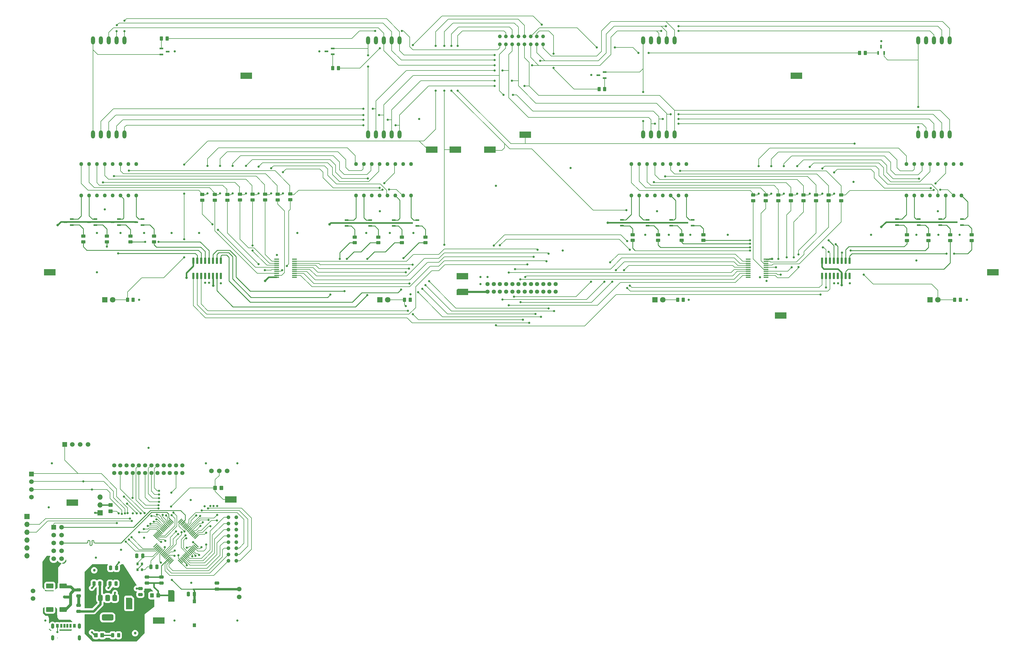
<source format=gbr>
%TF.GenerationSoftware,KiCad,Pcbnew,8.0.8-8.0.8-0~ubuntu24.04.1*%
%TF.CreationDate,2025-08-07T23:42:04-04:00*%
%TF.ProjectId,stencil,7374656e-6369-46c2-9e6b-696361645f70,rev?*%
%TF.SameCoordinates,Original*%
%TF.FileFunction,Copper,L1,Top*%
%TF.FilePolarity,Positive*%
%FSLAX46Y46*%
G04 Gerber Fmt 4.6, Leading zero omitted, Abs format (unit mm)*
G04 Created by KiCad (PCBNEW 8.0.8-8.0.8-0~ubuntu24.04.1) date 2025-08-07 23:42:04*
%MOMM*%
%LPD*%
G01*
G04 APERTURE LIST*
G04 Aperture macros list*
%AMRoundRect*
0 Rectangle with rounded corners*
0 $1 Rounding radius*
0 $2 $3 $4 $5 $6 $7 $8 $9 X,Y pos of 4 corners*
0 Add a 4 corners polygon primitive as box body*
4,1,4,$2,$3,$4,$5,$6,$7,$8,$9,$2,$3,0*
0 Add four circle primitives for the rounded corners*
1,1,$1+$1,$2,$3*
1,1,$1+$1,$4,$5*
1,1,$1+$1,$6,$7*
1,1,$1+$1,$8,$9*
0 Add four rect primitives between the rounded corners*
20,1,$1+$1,$2,$3,$4,$5,0*
20,1,$1+$1,$4,$5,$6,$7,0*
20,1,$1+$1,$6,$7,$8,$9,0*
20,1,$1+$1,$8,$9,$2,$3,0*%
%AMRotRect*
0 Rectangle, with rotation*
0 The origin of the aperture is its center*
0 $1 length*
0 $2 width*
0 $3 Rotation angle, in degrees counterclockwise*
0 Add horizontal line*
21,1,$1,$2,0,0,$3*%
%AMOutline5P*
0 Free polygon, 5 corners , with rotation*
0 The origin of the aperture is its center*
0 number of corners: always 5*
0 $1 to $10 corner X, Y*
0 $11 Rotation angle, in degrees counterclockwise*
0 create outline with 5 corners*
4,1,5,$1,$2,$3,$4,$5,$6,$7,$8,$9,$10,$1,$2,$11*%
%AMOutline6P*
0 Free polygon, 6 corners , with rotation*
0 The origin of the aperture is its center*
0 number of corners: always 6*
0 $1 to $12 corner X, Y*
0 $13 Rotation angle, in degrees counterclockwise*
0 create outline with 6 corners*
4,1,6,$1,$2,$3,$4,$5,$6,$7,$8,$9,$10,$11,$12,$1,$2,$13*%
%AMOutline7P*
0 Free polygon, 7 corners , with rotation*
0 The origin of the aperture is its center*
0 number of corners: always 7*
0 $1 to $14 corner X, Y*
0 $15 Rotation angle, in degrees counterclockwise*
0 create outline with 7 corners*
4,1,7,$1,$2,$3,$4,$5,$6,$7,$8,$9,$10,$11,$12,$13,$14,$1,$2,$15*%
%AMOutline8P*
0 Free polygon, 8 corners , with rotation*
0 The origin of the aperture is its center*
0 number of corners: always 8*
0 $1 to $16 corner X, Y*
0 $17 Rotation angle, in degrees counterclockwise*
0 create outline with 8 corners*
4,1,8,$1,$2,$3,$4,$5,$6,$7,$8,$9,$10,$11,$12,$13,$14,$15,$16,$1,$2,$17*%
G04 Aperture macros list end*
%TA.AperFunction,ComponentPad*%
%ADD10R,1.508000X1.508000*%
%TD*%
%TA.AperFunction,ComponentPad*%
%ADD11C,1.508000*%
%TD*%
%TA.AperFunction,SMDPad,CuDef*%
%ADD12RoundRect,0.250000X0.250000X0.475000X-0.250000X0.475000X-0.250000X-0.475000X0.250000X-0.475000X0*%
%TD*%
%TA.AperFunction,SMDPad,CuDef*%
%ADD13O,1.092200X1.701800*%
%TD*%
%TA.AperFunction,SMDPad,CuDef*%
%ADD14R,0.711200X1.193800*%
%TD*%
%TA.AperFunction,SMDPad,CuDef*%
%ADD15R,0.762000X1.193800*%
%TD*%
%TA.AperFunction,SMDPad,CuDef*%
%ADD16R,0.812800X1.193800*%
%TD*%
%TA.AperFunction,SMDPad,CuDef*%
%ADD17RoundRect,0.250000X0.475000X-0.250000X0.475000X0.250000X-0.475000X0.250000X-0.475000X-0.250000X0*%
%TD*%
%TA.AperFunction,ComponentPad*%
%ADD18C,1.346200*%
%TD*%
%TA.AperFunction,ComponentPad*%
%ADD19C,1.498600*%
%TD*%
%TA.AperFunction,SMDPad,CuDef*%
%ADD20Outline5P,-1.900000X0.600000X-1.500000X1.000000X1.900000X1.000000X1.900000X-1.000000X-1.900000X-1.000000X270.000000*%
%TD*%
%TA.AperFunction,SMDPad,CuDef*%
%ADD21R,0.800000X0.900000*%
%TD*%
%TA.AperFunction,SMDPad,CuDef*%
%ADD22R,3.800000X2.000000*%
%TD*%
%TA.AperFunction,SMDPad,CuDef*%
%ADD23RoundRect,0.243750X-0.243750X-0.456250X0.243750X-0.456250X0.243750X0.456250X-0.243750X0.456250X0*%
%TD*%
%TA.AperFunction,ComponentPad*%
%ADD24R,1.700000X1.700000*%
%TD*%
%TA.AperFunction,ComponentPad*%
%ADD25O,1.700000X1.700000*%
%TD*%
%TA.AperFunction,ComponentPad*%
%ADD26C,1.219200*%
%TD*%
%TA.AperFunction,SMDPad,CuDef*%
%ADD27RoundRect,0.375000X-0.375000X0.625000X-0.375000X-0.625000X0.375000X-0.625000X0.375000X0.625000X0*%
%TD*%
%TA.AperFunction,SMDPad,CuDef*%
%ADD28RoundRect,0.500000X-1.400000X0.500000X-1.400000X-0.500000X1.400000X-0.500000X1.400000X0.500000X0*%
%TD*%
%TA.AperFunction,SMDPad,CuDef*%
%ADD29RoundRect,0.193750X0.971250X0.581250X-0.971250X0.581250X-0.971250X-0.581250X0.971250X-0.581250X0*%
%TD*%
%TA.AperFunction,SMDPad,CuDef*%
%ADD30RotRect,0.279400X1.778000X135.000000*%
%TD*%
%TA.AperFunction,SMDPad,CuDef*%
%ADD31RotRect,0.279400X1.778000X45.000000*%
%TD*%
%TA.AperFunction,SMDPad,CuDef*%
%ADD32RoundRect,0.250000X-0.450000X0.350000X-0.450000X-0.350000X0.450000X-0.350000X0.450000X0.350000X0*%
%TD*%
%TA.AperFunction,SMDPad,CuDef*%
%ADD33RoundRect,0.250000X-0.250000X-0.475000X0.250000X-0.475000X0.250000X0.475000X-0.250000X0.475000X0*%
%TD*%
%TA.AperFunction,SMDPad,CuDef*%
%ADD34RoundRect,0.250000X-0.475000X0.250000X-0.475000X-0.250000X0.475000X-0.250000X0.475000X0.250000X0*%
%TD*%
%TA.AperFunction,SMDPad,CuDef*%
%ADD35R,1.000000X1.250000*%
%TD*%
%TA.AperFunction,SMDPad,CuDef*%
%ADD36RoundRect,0.250000X-0.350000X-0.450000X0.350000X-0.450000X0.350000X0.450000X-0.350000X0.450000X0*%
%TD*%
%TA.AperFunction,SMDPad,CuDef*%
%ADD37RoundRect,0.250000X0.350000X0.450000X-0.350000X0.450000X-0.350000X-0.450000X0.350000X-0.450000X0*%
%TD*%
%TA.AperFunction,SMDPad,CuDef*%
%ADD38RoundRect,0.250000X-0.450000X0.262500X-0.450000X-0.262500X0.450000X-0.262500X0.450000X0.262500X0*%
%TD*%
%TA.AperFunction,SMDPad,CuDef*%
%ADD39R,1.168400X0.533400*%
%TD*%
%TA.AperFunction,ComponentPad*%
%ADD40C,1.270000*%
%TD*%
%TA.AperFunction,SMDPad,CuDef*%
%ADD41RoundRect,0.250000X0.450000X-0.262500X0.450000X0.262500X-0.450000X0.262500X-0.450000X-0.262500X0*%
%TD*%
%TA.AperFunction,SMDPad,CuDef*%
%ADD42RoundRect,0.250000X-0.262500X-0.450000X0.262500X-0.450000X0.262500X0.450000X-0.262500X0.450000X0*%
%TD*%
%TA.AperFunction,SMDPad,CuDef*%
%ADD43Outline5P,-1.900000X0.600000X-1.500000X1.000000X1.900000X1.000000X1.900000X-1.000000X-1.900000X-1.000000X0.000000*%
%TD*%
%TA.AperFunction,ComponentPad*%
%ADD44R,1.800000X1.800000*%
%TD*%
%TA.AperFunction,ComponentPad*%
%ADD45C,1.800000*%
%TD*%
%TA.AperFunction,ComponentPad*%
%ADD46O,1.308000X2.616000*%
%TD*%
%TA.AperFunction,SMDPad,CuDef*%
%ADD47RoundRect,0.075000X0.225000X-0.910000X0.225000X0.910000X-0.225000X0.910000X-0.225000X-0.910000X0*%
%TD*%
%TA.AperFunction,SMDPad,CuDef*%
%ADD48RoundRect,0.051250X-0.733750X-0.153750X0.733750X-0.153750X0.733750X0.153750X-0.733750X0.153750X0*%
%TD*%
%TA.AperFunction,SMDPad,CuDef*%
%ADD49RoundRect,0.051250X0.733750X0.153750X-0.733750X0.153750X-0.733750X-0.153750X0.733750X-0.153750X0*%
%TD*%
%TA.AperFunction,SMDPad,CuDef*%
%ADD50R,0.533400X1.168400*%
%TD*%
%TA.AperFunction,SMDPad,CuDef*%
%ADD51RoundRect,0.250000X0.262500X0.450000X-0.262500X0.450000X-0.262500X-0.450000X0.262500X-0.450000X0*%
%TD*%
%TA.AperFunction,ViaPad*%
%ADD52C,0.700000*%
%TD*%
%TA.AperFunction,ViaPad*%
%ADD53C,1.000000*%
%TD*%
%TA.AperFunction,ViaPad*%
%ADD54C,0.860000*%
%TD*%
%TA.AperFunction,ViaPad*%
%ADD55C,0.740000*%
%TD*%
%TA.AperFunction,ViaPad*%
%ADD56C,0.800000*%
%TD*%
%TA.AperFunction,ViaPad*%
%ADD57C,0.850000*%
%TD*%
%TA.AperFunction,Conductor*%
%ADD58C,0.203200*%
%TD*%
%TA.AperFunction,Conductor*%
%ADD59C,0.508000*%
%TD*%
%TA.AperFunction,Conductor*%
%ADD60C,0.762000*%
%TD*%
%TA.AperFunction,Conductor*%
%ADD61C,0.635000*%
%TD*%
%TA.AperFunction,Conductor*%
%ADD62C,0.889000*%
%TD*%
%TA.AperFunction,Conductor*%
%ADD63C,0.254000*%
%TD*%
%TA.AperFunction,Conductor*%
%ADD64C,0.200000*%
%TD*%
%TA.AperFunction,Conductor*%
%ADD65C,0.381000*%
%TD*%
G04 APERTURE END LIST*
D10*
%TO.P,J3,1,1*%
%TO.N,N/C*%
X54945002Y-174884000D03*
D11*
%TO.P,J3,2,2*%
X57445002Y-174884000D03*
%TO.P,J3,3,3*%
X59945000Y-174884000D03*
%TO.P,J3,4,4*%
X62445000Y-174884000D03*
%TD*%
D12*
%TO.P,C3,1*%
%TO.N,N/C*%
X66299997Y-219800000D03*
%TO.P,C3,2*%
X64399999Y-219800000D03*
%TD*%
D13*
%TO.P,J8,7*%
%TO.N,N/C*%
X51013000Y-233524600D03*
%TO.P,J8,8*%
X59653000Y-233524600D03*
%TO.P,J8,9*%
X51013000Y-237324599D03*
%TO.P,J8,10*%
X59653000Y-237324599D03*
D14*
%TO.P,J8,A5,CC1*%
X54833001Y-233444599D03*
D15*
%TO.P,J8,A9,VBUS*%
X56853000Y-233444599D03*
D16*
%TO.P,J8,A12,GND*%
X58083000Y-233444599D03*
D14*
%TO.P,J8,B5,CC2*%
X55832999Y-233444599D03*
D15*
%TO.P,J8,B9,VBUS*%
X53813000Y-233444599D03*
D16*
%TO.P,J8,B12,GND*%
X52583000Y-233444599D03*
%TD*%
D17*
%TO.P,C10,1*%
%TO.N,N/C*%
X86150000Y-219599999D03*
%TO.P,C10,2*%
X86150000Y-217700001D03*
%TD*%
D18*
%TO.P,J1,1,1*%
%TO.N,N/C*%
X70933399Y-181598306D03*
%TO.P,J1,2,2*%
X70933399Y-184098306D03*
%TO.P,J1,3,3*%
X72933400Y-181598306D03*
%TO.P,J1,4,4*%
X72933400Y-184098306D03*
%TO.P,J1,5,5*%
X74933398Y-181598306D03*
%TO.P,J1,6,6*%
X74933398Y-184098306D03*
%TO.P,J1,7,7*%
X76933400Y-181598306D03*
%TO.P,J1,8,8*%
X76933400Y-184098306D03*
%TO.P,J1,9,9*%
X78933398Y-181598306D03*
%TO.P,J1,10,10*%
X78933398Y-184098306D03*
%TO.P,J1,11,11*%
X80933399Y-181598306D03*
%TO.P,J1,12,12*%
X80933399Y-184098306D03*
%TO.P,J1,13,13*%
X82933400Y-181598306D03*
%TO.P,J1,14,14*%
X82933400Y-184098306D03*
%TO.P,J1,15,15*%
X84933399Y-181598306D03*
%TO.P,J1,16,16*%
X84933399Y-184098306D03*
%TO.P,J1,17,17*%
X86933400Y-181598306D03*
%TO.P,J1,18,18*%
X86933400Y-184098306D03*
%TO.P,J1,19,19*%
X88933398Y-181598306D03*
%TO.P,J1,20,20*%
X88933398Y-184098306D03*
%TO.P,J1,21,21*%
X90933399Y-181598306D03*
%TO.P,J1,22,22*%
X90933399Y-184098306D03*
%TO.P,J1,23,23*%
X92933398Y-181598306D03*
%TO.P,J1,24,24*%
X92933398Y-184098306D03*
%TD*%
D17*
%TO.P,C9,1*%
%TO.N,N/C*%
X81495000Y-219599998D03*
%TO.P,C9,2*%
X81495000Y-217700000D03*
%TD*%
D19*
%TO.P,J4,1,1*%
%TO.N,N/C*%
X44665000Y-224668000D03*
%TO.P,J4,2,2*%
X44665000Y-222168000D03*
%TD*%
D12*
%TO.P,C14,1*%
%TO.N,N/C*%
X80149999Y-210800000D03*
%TO.P,C14,2*%
X78250001Y-210800000D03*
%TD*%
D20*
%TO.P,TP2,1,1*%
%TO.N,N/C*%
X75800000Y-226200000D03*
%TD*%
D21*
%TO.P,Y1,1,1*%
%TO.N,N/C*%
X78450001Y-213431000D03*
%TO.P,Y1,2,2*%
X78450001Y-215281000D03*
%TO.P,Y1,3,3*%
X79900001Y-215281000D03*
%TO.P,Y1,4,4*%
X79900001Y-213431000D03*
%TD*%
D10*
%TO.P,J7,1,1*%
%TO.N,N/C*%
X51373000Y-201637500D03*
D11*
%TO.P,J7,2,2*%
X53913000Y-201637500D03*
%TO.P,J7,3,3*%
X51373000Y-204177500D03*
%TO.P,J7,4,4*%
X53913000Y-204177500D03*
%TO.P,J7,5,5*%
X51372999Y-206717500D03*
%TO.P,J7,6,6*%
X53913001Y-206717500D03*
%TO.P,J7,7,7*%
X51373000Y-209257500D03*
%TO.P,J7,8,8*%
X53913000Y-209257500D03*
%TO.P,J7,9,9*%
X51373000Y-211797500D03*
%TO.P,J7,10,10*%
X53913000Y-211797500D03*
%TD*%
D22*
%TO.P,TP7,1,1*%
%TO.N,N/C*%
X57365000Y-193680000D03*
%TD*%
D20*
%TO.P,TP1,1,1*%
%TO.N,N/C*%
X89400000Y-223800000D03*
%TD*%
D12*
%TO.P,C4,1*%
%TO.N,N/C*%
X71522999Y-219842000D03*
%TO.P,C4,2*%
X69623001Y-219842000D03*
%TD*%
D23*
%TO.P,D2,1,K*%
%TO.N,N/C*%
X70475559Y-236499424D03*
%TO.P,D2,2,A*%
X72350561Y-236499424D03*
%TD*%
D24*
%TO.P,SW3,1,A*%
%TO.N,N/C*%
X66400000Y-196940000D03*
D25*
%TO.P,SW3,2,B*%
X66400000Y-194400000D03*
%TO.P,SW3,3,C*%
X66400000Y-191860001D03*
%TD*%
D26*
%TO.P,U1,1,1*%
%TO.N,N/C*%
X107860000Y-212400000D03*
%TO.P,U1,2,2*%
X107860000Y-210400001D03*
%TO.P,U1,3,3*%
X107860000Y-208400000D03*
%TO.P,U1,4,4*%
X107860000Y-206400001D03*
%TO.P,U1,5,5*%
X107860000Y-204400000D03*
%TO.P,U1,6,6*%
X107860000Y-202400002D03*
%TO.P,U1,7,7*%
X107860000Y-200400001D03*
%TO.P,U1,8,8*%
X107860000Y-198400000D03*
%TO.P,U1,9,9*%
X110400000Y-212400000D03*
%TO.P,U1,10,10*%
X110400000Y-210400001D03*
%TO.P,U1,11,11*%
X110400000Y-208400000D03*
%TO.P,U1,12,12*%
X110400000Y-206400001D03*
%TO.P,U1,13,13*%
X110400000Y-204400000D03*
%TO.P,U1,14,14*%
X110400000Y-202400002D03*
%TO.P,U1,15,15*%
X110400000Y-200400001D03*
%TO.P,U1,16,16*%
X110400000Y-198400000D03*
%TD*%
D27*
%TO.P,U2,1,GND*%
%TO.N,N/C*%
X71100000Y-224450000D03*
%TO.P,U2,2,VO*%
X68800000Y-224450001D03*
D28*
X68800000Y-230749999D03*
D27*
%TO.P,U2,3,VI*%
X66500000Y-224450000D03*
%TD*%
D22*
%TO.P,TP5,1,1*%
%TO.N,N/C*%
X85305000Y-231780000D03*
%TD*%
D29*
%TO.P,D3,1*%
%TO.N,N/C*%
X54420000Y-228224000D03*
%TO.P,D3,2*%
X50150000Y-228224000D03*
%TD*%
%TO.P,D1,1*%
%TO.N,N/C*%
X54420000Y-220604000D03*
%TO.P,D1,2*%
X50150000Y-220604000D03*
%TD*%
D30*
%TO.P,U3,1,VBAT*%
%TO.N,N/C*%
X84207761Y-207479812D03*
%TO.P,U3,2,PC13*%
X84561314Y-207833364D03*
%TO.P,U3,3,PC14*%
X84914868Y-208186919D03*
%TO.P,U3,4,PC15*%
X85268421Y-208540471D03*
%TO.P,U3,5,PF0*%
X85621976Y-208894026D03*
%TO.P,U3,6,PF1*%
X85975528Y-209247579D03*
%TO.P,U3,7,NRST*%
X86329081Y-209601131D03*
%TO.P,U3,8,PC0*%
X86682635Y-209954686D03*
%TO.P,U3,9,PC1*%
X87036188Y-210308239D03*
%TO.P,U3,10,PC2*%
X87389743Y-210661793D03*
%TO.P,U3,11,PC3*%
X87743295Y-211015346D03*
%TO.P,U3,12,VSSA*%
X88096848Y-211368898D03*
%TO.P,U3,13,VDDA*%
X88450403Y-211722453D03*
%TO.P,U3,14,PA0*%
X88803955Y-212076006D03*
%TO.P,U3,15,PA1*%
X89157510Y-212429560D03*
%TO.P,U3,16,PA2*%
X89511062Y-212783113D03*
D31*
%TO.P,U3,17,PA3*%
X92218150Y-212783113D03*
%TO.P,U3,18,VSS*%
X92571702Y-212429560D03*
%TO.P,U3,19,VDD*%
X92925257Y-212076006D03*
%TO.P,U3,20,PA4*%
X93278809Y-211722453D03*
%TO.P,U3,21,PA5*%
X93632364Y-211368898D03*
%TO.P,U3,22,PA6*%
X93985917Y-211015346D03*
%TO.P,U3,23,PA7*%
X94339469Y-210661793D03*
%TO.P,U3,24,PC4*%
X94693024Y-210308239D03*
%TO.P,U3,25,PC5*%
X95046577Y-209954686D03*
%TO.P,U3,26,PB0*%
X95400131Y-209601131D03*
%TO.P,U3,27,PB1*%
X95753684Y-209247579D03*
%TO.P,U3,28,PB2*%
X96107236Y-208894026D03*
%TO.P,U3,29,PB10*%
X96460791Y-208540471D03*
%TO.P,U3,30,PB11*%
X96814344Y-208186919D03*
%TO.P,U3,31,VSS*%
X97167898Y-207833364D03*
%TO.P,U3,32,VDD*%
X97521451Y-207479812D03*
D30*
%TO.P,U3,33,PB12*%
X97521451Y-204772724D03*
%TO.P,U3,34,PB13*%
X97167898Y-204419172D03*
%TO.P,U3,35,PB14*%
X96814344Y-204065617D03*
%TO.P,U3,36,PB15*%
X96460791Y-203712065D03*
%TO.P,U3,37,PC6*%
X96107236Y-203358510D03*
%TO.P,U3,38,PC7*%
X95753684Y-203004957D03*
%TO.P,U3,39,PC8*%
X95400131Y-202651405D03*
%TO.P,U3,40,PC9*%
X95046577Y-202297850D03*
%TO.P,U3,41,PA8*%
X94693024Y-201944297D03*
%TO.P,U3,42,PA9*%
X94339469Y-201590743D03*
%TO.P,U3,43,PA10*%
X93985917Y-201237190D03*
%TO.P,U3,44,PA11*%
X93632364Y-200883638D03*
%TO.P,U3,45,PA12*%
X93278809Y-200530083D03*
%TO.P,U3,46,PA13*%
X92925257Y-200176530D03*
%TO.P,U3,47,VSS*%
X92571702Y-199822976D03*
%TO.P,U3,48,VDDIO2*%
X92218150Y-199469423D03*
D31*
%TO.P,U3,49,PA14*%
X89511062Y-199469423D03*
%TO.P,U3,50,PA15*%
X89157510Y-199822976D03*
%TO.P,U3,51,PC10*%
X88803955Y-200176530D03*
%TO.P,U3,52,PC11*%
X88450403Y-200530083D03*
%TO.P,U3,53,PC12*%
X88096848Y-200883638D03*
%TO.P,U3,54,PD2*%
X87743295Y-201237190D03*
%TO.P,U3,55,PB3*%
X87389743Y-201590743D03*
%TO.P,U3,56,PB4*%
X87036188Y-201944297D03*
%TO.P,U3,57,PB5*%
X86682635Y-202297850D03*
%TO.P,U3,58,PB6*%
X86329081Y-202651405D03*
%TO.P,U3,59,PB7*%
X85975528Y-203004957D03*
%TO.P,U3,60,PF11*%
X85621976Y-203358510D03*
%TO.P,U3,61,PB8*%
X85268421Y-203712065D03*
%TO.P,U3,62,PB9*%
X84914868Y-204065617D03*
%TO.P,U3,63,VSS*%
X84561314Y-204419172D03*
%TO.P,U3,64,VDD*%
X84207761Y-204772724D03*
%TD*%
D32*
%TO.P,R8,1*%
%TO.N,N/C*%
X69800000Y-194400000D03*
%TO.P,R8,2*%
X69800000Y-196400000D03*
%TD*%
D33*
%TO.P,C15,1*%
%TO.N,N/C*%
X82822001Y-214356000D03*
%TO.P,C15,2*%
X84721999Y-214356000D03*
%TD*%
D17*
%TO.P,C11,1*%
%TO.N,N/C*%
X79400000Y-223349999D03*
%TO.P,C11,2*%
X79400000Y-221450001D03*
%TD*%
D34*
%TO.P,C1,1*%
%TO.N,N/C*%
X59409440Y-221850001D03*
%TO.P,C1,2*%
X59409440Y-223749999D03*
%TD*%
D19*
%TO.P,SW2,1,A*%
%TO.N,N/C*%
X111340000Y-221620000D03*
%TO.P,SW2,2,B*%
X111340000Y-224120000D03*
%TD*%
D22*
%TO.P,TP3,1,1*%
%TO.N,N/C*%
X108600000Y-192600000D03*
%TD*%
D35*
%TO.P,SW1,1,A*%
%TO.N,N/C*%
X96862000Y-225557000D03*
%TO.P,SW1,2,B*%
X96862000Y-233307000D03*
%TD*%
D12*
%TO.P,C12,1*%
%TO.N,N/C*%
X96853006Y-223228079D03*
%TO.P,C12,2*%
X94953008Y-223228079D03*
%TD*%
D36*
%TO.P,R1,1*%
%TO.N,N/C*%
X65063060Y-236499424D03*
%TO.P,R1,2*%
X67063060Y-236499424D03*
%TD*%
D19*
%TO.P,J5,1,Pin_1*%
%TO.N,N/C*%
X107400000Y-183400000D03*
%TO.P,J5,2,Pin_2*%
X104900000Y-183400000D03*
%TO.P,J5,3,Pin_3*%
X102400000Y-183400000D03*
%TD*%
D24*
%TO.P,J6,1,Pin_1*%
%TO.N,N/C*%
X42760000Y-198125000D03*
D25*
%TO.P,J6,2,Pin_2*%
X42760000Y-200665000D03*
%TO.P,J6,3,Pin_3*%
X42760000Y-203204999D03*
%TO.P,J6,4,Pin_4*%
X42760000Y-205745000D03*
%TO.P,J6,5,Pin_5*%
X42760000Y-208285000D03*
%TO.P,J6,6,Pin_6*%
X42760000Y-210825000D03*
%TD*%
D17*
%TO.P,C13,1*%
%TO.N,N/C*%
X104101000Y-221553999D03*
%TO.P,C13,2*%
X104101000Y-219654001D03*
%TD*%
D34*
%TO.P,C2,1*%
%TO.N,N/C*%
X59409440Y-226850001D03*
%TO.P,C2,2*%
X59409440Y-228749999D03*
%TD*%
D33*
%TO.P,C5,1*%
%TO.N,N/C*%
X69800000Y-214762000D03*
%TO.P,C5,2*%
X71699998Y-214762000D03*
%TD*%
D37*
%TO.P,FB1,1*%
%TO.N,N/C*%
X85150000Y-223650000D03*
%TO.P,FB1,2*%
X83150000Y-223650000D03*
%TD*%
D36*
%TO.P,R13,1*%
%TO.N,N/C*%
X103582300Y-188904799D03*
%TO.P,R13,2*%
X105582300Y-188904799D03*
%TD*%
D10*
%TO.P,J2,1,1*%
%TO.N,N/C*%
X44157000Y-184402002D03*
D11*
%TO.P,J2,2,2*%
X44157000Y-186902002D03*
%TO.P,J2,3,3*%
X44157000Y-189402000D03*
%TO.P,J2,4,4*%
X44157000Y-191902000D03*
%TD*%
D38*
%TO.P,R2,1*%
%TO.N,N/C*%
X60934600Y-107539099D03*
%TO.P,R2,2*%
X60934600Y-109364099D03*
%TD*%
D39*
%TO.P,M8,1*%
%TO.N,N/C*%
X161290000Y-104265802D03*
%TO.P,M8,2*%
X161290000Y-102365800D03*
%TO.P,M8,3*%
X159258000Y-103315801D03*
%TD*%
D40*
%TO.P,T2,1,1*%
%TO.N,N/C*%
X149098000Y-94441000D03*
%TO.P,T2,2,2*%
X151638000Y-94441000D03*
%TO.P,T2,3,3*%
X154178000Y-94441000D03*
%TO.P,T2,4,4*%
X156718000Y-94441000D03*
%TO.P,T2,5,5*%
X159258000Y-94441000D03*
%TO.P,T2,6,6*%
X161798000Y-94441000D03*
%TO.P,T2,7,7*%
X164338000Y-94441000D03*
%TO.P,T2,8,8*%
X166878000Y-94441000D03*
%TO.P,T2,9,9*%
X166878000Y-84281000D03*
%TO.P,T2,10,10*%
X164338000Y-84281000D03*
%TO.P,T2,11,11*%
X161798000Y-84281000D03*
%TO.P,T2,12,12*%
X159258000Y-84281000D03*
%TO.P,T2,13,13*%
X156718000Y-84281000D03*
%TO.P,T2,14,14*%
X154178000Y-84281000D03*
%TO.P,T2,15,15*%
X151638000Y-84281000D03*
%TO.P,T2,16,16*%
X149098000Y-84281000D03*
%TD*%
D41*
%TO.P,R26,1*%
%TO.N,N/C*%
X289639307Y-96092000D03*
%TO.P,R26,2*%
X289639307Y-94267000D03*
%TD*%
D22*
%TO.P,GND2,1,1*%
%TO.N,N/C*%
X50139600Y-119206000D03*
%TD*%
D42*
%TO.P,R33,1*%
%TO.N,N/C*%
X86186689Y-43711818D03*
%TO.P,R33,2*%
X88011689Y-43711818D03*
%TD*%
D41*
%TO.P,R23,1*%
%TO.N,N/C*%
X103479601Y-95941500D03*
%TO.P,R23,2*%
X103479601Y-94116500D03*
%TD*%
D43*
%TO.P,3V4,1,1*%
%TO.N,N/C*%
X183489600Y-125556000D03*
%TD*%
D44*
%TO.P,PT4,1,+*%
%TO.N,N/C*%
X334614600Y-128096000D03*
D45*
%TO.P,PT4,2,-*%
X337154600Y-128096000D03*
%TD*%
D38*
%TO.P,R14,1*%
%TO.N,N/C*%
X327126600Y-107141000D03*
%TO.P,R14,2*%
X327126600Y-108966000D03*
%TD*%
D46*
%TO.P,U9,1,CA*%
%TO.N,N/C*%
X330809600Y-74716000D03*
%TO.P,U9,2,F*%
X333349600Y-74716000D03*
%TO.P,U9,3,G*%
X335889600Y-74716000D03*
%TO.P,U9,4,E*%
X338429600Y-74716000D03*
%TO.P,U9,5,D*%
X340969600Y-74716000D03*
%TO.P,U9,6,CA*%
X330809600Y-44316000D03*
%TO.P,U9,7,DP*%
X333349600Y-44316000D03*
%TO.P,U9,8,C*%
X335889600Y-44316000D03*
%TO.P,U9,9,B*%
X338429600Y-44316000D03*
%TO.P,U9,10,A*%
X340969600Y-44316000D03*
%TD*%
D39*
%TO.P,M15,1*%
%TO.N,N/C*%
X344906600Y-103961002D03*
%TO.P,M15,2*%
X344906600Y-102061000D03*
%TO.P,M15,3*%
X342874600Y-103011001D03*
%TD*%
D44*
%TO.P,PT1,1,+*%
%TO.N,N/C*%
X67914600Y-128096000D03*
D45*
%TO.P,PT1,2,-*%
X70454600Y-128096000D03*
%TD*%
D38*
%TO.P,R3,1*%
%TO.N,N/C*%
X83794600Y-107539099D03*
%TO.P,R3,2*%
X83794600Y-109364099D03*
%TD*%
D41*
%TO.P,R32,1*%
%TO.N,N/C*%
X301831307Y-96092000D03*
%TO.P,R32,2*%
X301831307Y-94267000D03*
%TD*%
D42*
%TO.P,R42,1*%
%TO.N,N/C*%
X164797100Y-128096000D03*
%TO.P,R42,2*%
X166622100Y-128096000D03*
%TD*%
D18*
%TO.P,J1,1,1*%
%TO.N,N/C*%
X213616241Y-125516000D03*
%TO.P,J1,2,2*%
X213616241Y-123016000D03*
%TO.P,J1,3,3*%
X211616240Y-125516000D03*
%TO.P,J1,4,4*%
X211616240Y-123016000D03*
%TO.P,J1,5,5*%
X209616242Y-125516000D03*
%TO.P,J1,6,6*%
X209616242Y-123016000D03*
%TO.P,J1,7,7*%
X207616240Y-125516000D03*
%TO.P,J1,8,8*%
X207616240Y-123016000D03*
%TO.P,J1,9,9*%
X205616242Y-125516000D03*
%TO.P,J1,10,10*%
X205616242Y-123016000D03*
%TO.P,J1,11,11*%
X203616241Y-125516000D03*
%TO.P,J1,12,12*%
X203616241Y-123016000D03*
%TO.P,J1,13,13*%
X201616240Y-125516000D03*
%TO.P,J1,14,14*%
X201616240Y-123016000D03*
%TO.P,J1,15,15*%
X199616241Y-125516000D03*
%TO.P,J1,16,16*%
X199616241Y-123016000D03*
%TO.P,J1,17,17*%
X197616240Y-125516000D03*
%TO.P,J1,18,18*%
X197616240Y-123016000D03*
%TO.P,J1,19,19*%
X195616242Y-125516000D03*
%TO.P,J1,20,20*%
X195616242Y-123016000D03*
%TO.P,J1,21,21*%
X193616241Y-125516000D03*
%TO.P,J1,22,22*%
X193616241Y-123016000D03*
%TO.P,J1,23,23*%
X191616242Y-125516000D03*
%TO.P,J1,24,24*%
X191616242Y-123016000D03*
%TD*%
D39*
%TO.P,M17,1*%
%TO.N,N/C*%
X86207600Y-46947998D03*
%TO.P,M17,2*%
X86207600Y-48848000D03*
%TO.P,M17,3*%
X88239600Y-47897999D03*
%TD*%
D41*
%TO.P,R18,1*%
%TO.N,N/C*%
X111607600Y-95838000D03*
%TO.P,R18,2*%
X111607600Y-94013000D03*
%TD*%
D38*
%TO.P,R11,1*%
%TO.N,N/C*%
X261340600Y-107094000D03*
%TO.P,R11,2*%
X261340600Y-108919000D03*
%TD*%
D39*
%TO.P,M5,1*%
%TO.N,N/C*%
X153670000Y-104265802D03*
%TO.P,M5,2*%
X153670000Y-102365800D03*
%TO.P,M5,3*%
X151638000Y-103315801D03*
%TD*%
D47*
%TO.P,U5,1,A0*%
%TO.N,N/C*%
X299694600Y-120411000D03*
%TO.P,U5,2,A1*%
X300964600Y-120411000D03*
%TO.P,U5,3,A2*%
X302234600Y-120411000D03*
%TO.P,U5,4,~{E0}*%
X303504600Y-120411000D03*
%TO.P,U5,5,~{E1}*%
X304774600Y-120411000D03*
%TO.P,U5,6,E2*%
X306044600Y-120411000D03*
%TO.P,U5,7,~{Y7}*%
X307314600Y-120411000D03*
%TO.P,U5,8,GND*%
X308584600Y-120411000D03*
%TO.P,U5,9,~{Y6}*%
X308584600Y-115461000D03*
%TO.P,U5,10,~{Y5}*%
X307314600Y-115461000D03*
%TO.P,U5,11,~{Y4}*%
X306044600Y-115461000D03*
%TO.P,U5,12,~{Y3}*%
X304774600Y-115461000D03*
%TO.P,U5,13,~{Y2}*%
X303504600Y-115461000D03*
%TO.P,U5,14,~{Y1}*%
X302234600Y-115461000D03*
%TO.P,U5,15,~{Y0}*%
X300964600Y-115461000D03*
%TO.P,U5,16,VCC*%
X299694600Y-115461000D03*
%TD*%
D39*
%TO.P,M19,1*%
%TO.N,N/C*%
X229463600Y-56468000D03*
%TO.P,M19,2*%
X229463600Y-54567998D03*
%TO.P,M19,3*%
X227431600Y-55517999D03*
%TD*%
D48*
%TO.P,U3,1,\u002ACLR*%
%TO.N,N/C*%
X275869600Y-115011000D03*
%TO.P,U3,2,D1*%
X275869600Y-115661000D03*
%TO.P,U3,3,D2*%
X275869600Y-116311000D03*
%TO.P,U3,4,D3*%
X275869600Y-116961000D03*
%TO.P,U3,5,D4*%
X275869600Y-117611000D03*
%TO.P,U3,6,D5*%
X275869600Y-118261000D03*
%TO.P,U3,7,D6*%
X275869600Y-118911000D03*
%TO.P,U3,8,D7*%
X275869600Y-119561000D03*
%TO.P,U3,9,D8*%
X275869600Y-120211000D03*
%TO.P,U3,10,CLK*%
X275869600Y-120861000D03*
%TO.P,U3,11,GND*%
X281609600Y-120861000D03*
%TO.P,U3,12,\u002AY8*%
X281609600Y-120211000D03*
%TO.P,U3,13,\u002AY7*%
X281609600Y-119561000D03*
%TO.P,U3,14,\u002AY6*%
X281609600Y-118911000D03*
%TO.P,U3,15,\u002AY5*%
X281609600Y-118261000D03*
%TO.P,U3,16,\u002AY4*%
X281609600Y-117611000D03*
%TO.P,U3,17,\u002AY3*%
X281609600Y-116961000D03*
%TO.P,U3,18,\u002AY2*%
X281609600Y-116311000D03*
%TO.P,U3,19,\u002AY1*%
X281609600Y-115661000D03*
%TO.P,U3,20,VCC*%
X281609600Y-115011000D03*
%TD*%
D22*
%TO.P,PA11,1,1*%
%TO.N,N/C*%
X173607901Y-79627644D03*
%TD*%
D41*
%TO.P,R28,1*%
%TO.N,N/C*%
X277447307Y-96092000D03*
%TO.P,R28,2*%
X277447307Y-94267000D03*
%TD*%
D49*
%TO.P,U2,1,\u002ACLR*%
%TO.N,N/C*%
X129209600Y-120861000D03*
%TO.P,U2,2,D1*%
X129209600Y-120211000D03*
%TO.P,U2,3,D2*%
X129209600Y-119561000D03*
%TO.P,U2,4,D3*%
X129209600Y-118911000D03*
%TO.P,U2,5,D4*%
X129209600Y-118261000D03*
%TO.P,U2,6,D5*%
X129209600Y-117611000D03*
%TO.P,U2,7,D6*%
X129209600Y-116961000D03*
%TO.P,U2,8,D7*%
X129209600Y-116311000D03*
%TO.P,U2,9,D8*%
X129209600Y-115661000D03*
%TO.P,U2,10,CLK*%
X129209600Y-115011000D03*
%TO.P,U2,11,GND*%
X123469600Y-115011000D03*
%TO.P,U2,12,\u002AY8*%
X123469600Y-115661000D03*
%TO.P,U2,13,\u002AY7*%
X123469600Y-116311000D03*
%TO.P,U2,14,\u002AY6*%
X123469600Y-116961000D03*
%TO.P,U2,15,\u002AY5*%
X123469600Y-117611000D03*
%TO.P,U2,16,\u002AY4*%
X123469600Y-118261000D03*
%TO.P,U2,17,\u002AY3*%
X123469600Y-118911000D03*
%TO.P,U2,18,\u002AY2*%
X123469600Y-119561000D03*
%TO.P,U2,19,\u002AY1*%
X123469600Y-120211000D03*
%TO.P,U2,20,VCC*%
X123469600Y-120861000D03*
%TD*%
D26*
%TO.P,U1,1,1*%
%TO.N,N/C*%
X209556486Y-45546000D03*
%TO.P,U1,2,2*%
X207556487Y-45546000D03*
%TO.P,U1,3,3*%
X205556486Y-45546000D03*
%TO.P,U1,4,4*%
X203556487Y-45546000D03*
%TO.P,U1,5,5*%
X201556486Y-45546000D03*
%TO.P,U1,6,6*%
X199556488Y-45546000D03*
%TO.P,U1,7,7*%
X197556487Y-45546000D03*
%TO.P,U1,8,8*%
X195556486Y-45546000D03*
%TO.P,U1,9,9*%
X209556486Y-43006000D03*
%TO.P,U1,10,10*%
X207556487Y-43006000D03*
%TO.P,U1,11,11*%
X205556486Y-43006000D03*
%TO.P,U1,12,12*%
X203556487Y-43006000D03*
%TO.P,U1,13,13*%
X201556486Y-43006000D03*
%TO.P,U1,14,14*%
X199556488Y-43006000D03*
%TO.P,U1,15,15*%
X197556487Y-43006000D03*
%TO.P,U1,16,16*%
X195556486Y-43006000D03*
%TD*%
D39*
%TO.P,M4,1*%
%TO.N,N/C*%
X72466200Y-103966000D03*
%TO.P,M4,2*%
X72466200Y-102065998D03*
%TO.P,M4,3*%
X70434200Y-103015999D03*
%TD*%
%TO.P,M16,1*%
%TO.N,N/C*%
X337921600Y-103961002D03*
%TO.P,M16,2*%
X337921600Y-102061000D03*
%TO.P,M16,3*%
X335889600Y-103011001D03*
%TD*%
D41*
%TO.P,R24,1*%
%TO.N,N/C*%
X123799600Y-95838000D03*
%TO.P,R24,2*%
X123799600Y-94013000D03*
%TD*%
%TO.P,R17,1*%
%TO.N,N/C*%
X119735600Y-95838000D03*
%TO.P,R17,2*%
X119735600Y-94013000D03*
%TD*%
%TO.P,R22,1*%
%TO.N,N/C*%
X127863599Y-95734500D03*
%TO.P,R22,2*%
X127863599Y-93909500D03*
%TD*%
%TO.P,R19,1*%
%TO.N,N/C*%
X115671600Y-95838000D03*
%TO.P,R19,2*%
X115671600Y-94013000D03*
%TD*%
D22*
%TO.P,GND5,1,1*%
%TO.N,N/C*%
X286359600Y-133176000D03*
%TD*%
D38*
%TO.P,R10,1*%
%TO.N,N/C*%
X238480600Y-107094000D03*
%TO.P,R10,2*%
X238480600Y-108919000D03*
%TD*%
D40*
%TO.P,T3,1,1*%
%TO.N,N/C*%
X238099600Y-94394000D03*
%TO.P,T3,2,2*%
X240639600Y-94394000D03*
%TO.P,T3,3,3*%
X243179600Y-94394000D03*
%TO.P,T3,4,4*%
X245719600Y-94394000D03*
%TO.P,T3,5,5*%
X248259600Y-94394000D03*
%TO.P,T3,6,6*%
X250799600Y-94394000D03*
%TO.P,T3,7,7*%
X253339600Y-94394000D03*
%TO.P,T3,8,8*%
X255879600Y-94394000D03*
%TO.P,T3,9,9*%
X255879600Y-84234000D03*
%TO.P,T3,10,10*%
X253339600Y-84234000D03*
%TO.P,T3,11,11*%
X250799600Y-84234000D03*
%TO.P,T3,12,12*%
X248259600Y-84234000D03*
%TO.P,T3,13,13*%
X245719600Y-84234000D03*
%TO.P,T3,14,14*%
X243179600Y-84234000D03*
%TO.P,T3,15,15*%
X240639600Y-84234000D03*
%TO.P,T3,16,16*%
X238099600Y-84234000D03*
%TD*%
D42*
%TO.P,R41,1*%
%TO.N,N/C*%
X75262100Y-128096000D03*
%TO.P,R41,2*%
X77087100Y-128096000D03*
%TD*%
D41*
%TO.P,R27,1*%
%TO.N,N/C*%
X293703307Y-96092000D03*
%TO.P,R27,2*%
X293703307Y-94267000D03*
%TD*%
D39*
%TO.P,M9,1*%
%TO.N,N/C*%
X243306600Y-104168002D03*
%TO.P,M9,2*%
X243306600Y-102268000D03*
%TO.P,M9,3*%
X241274600Y-103218001D03*
%TD*%
%TO.P,M6,1*%
%TO.N,N/C*%
X146050000Y-104265802D03*
%TO.P,M6,2*%
X146050000Y-102365800D03*
%TO.P,M6,3*%
X144018000Y-103315801D03*
%TD*%
D46*
%TO.P,U8,1,CA*%
%TO.N,N/C*%
X241909600Y-74716000D03*
%TO.P,U8,2,F*%
X244449600Y-74716000D03*
%TO.P,U8,3,G*%
X246989600Y-74716000D03*
%TO.P,U8,4,E*%
X249529600Y-74716000D03*
%TO.P,U8,5,D*%
X252069600Y-74716000D03*
%TO.P,U8,6,CA*%
X241909600Y-44316000D03*
%TO.P,U8,7,DP*%
X244449600Y-44316000D03*
%TO.P,U8,8,C*%
X246989600Y-44316000D03*
%TO.P,U8,9,B*%
X249529600Y-44316000D03*
%TO.P,U8,10,A*%
X252069600Y-44316000D03*
%TD*%
D22*
%TO.P,GND8,1,1*%
%TO.N,N/C*%
X183489600Y-120476000D03*
%TD*%
D39*
%TO.P,M14,1*%
%TO.N,N/C*%
X323951600Y-103961002D03*
%TO.P,M14,2*%
X323951600Y-102061000D03*
%TO.P,M14,3*%
X321919600Y-103011001D03*
%TD*%
D22*
%TO.P,GND6,1,1*%
%TO.N,N/C*%
X291439600Y-55706000D03*
%TD*%
D42*
%TO.P,R44,1*%
%TO.N,N/C*%
X342597100Y-128096000D03*
%TO.P,R44,2*%
X344422100Y-128096000D03*
%TD*%
D41*
%TO.P,R30,1*%
%TO.N,N/C*%
X305895307Y-96092000D03*
%TO.P,R30,2*%
X305895307Y-94267000D03*
%TD*%
D22*
%TO.P,GND7,1,1*%
%TO.N,N/C*%
X113639600Y-55706000D03*
%TD*%
D46*
%TO.P,U6,1,CA*%
%TO.N,N/C*%
X64109600Y-74716000D03*
%TO.P,U6,2,F*%
X66649600Y-74716000D03*
%TO.P,U6,3,G*%
X69189600Y-74716000D03*
%TO.P,U6,4,E*%
X71729600Y-74716000D03*
%TO.P,U6,5,D*%
X74269600Y-74716000D03*
%TO.P,U6,6,CA*%
X64109600Y-44316000D03*
%TO.P,U6,7,DP*%
X66649600Y-44316000D03*
%TO.P,U6,8,C*%
X69189600Y-44316000D03*
%TO.P,U6,9,B*%
X71729600Y-44316000D03*
%TO.P,U6,10,A*%
X74269600Y-44316000D03*
%TD*%
D41*
%TO.P,R29,1*%
%TO.N,N/C*%
X285575307Y-96092000D03*
%TO.P,R29,2*%
X285575307Y-94267000D03*
%TD*%
D39*
%TO.P,M10,1*%
%TO.N,N/C*%
X235051600Y-104154001D03*
%TO.P,M10,2*%
X235051600Y-102253999D03*
%TO.P,M10,3*%
X233019600Y-103204000D03*
%TD*%
D42*
%TO.P,R43,1*%
%TO.N,N/C*%
X253062100Y-128096000D03*
%TO.P,R43,2*%
X254887100Y-128096000D03*
%TD*%
D40*
%TO.P,T1,1,1*%
%TO.N,N/C*%
X60274200Y-94417500D03*
%TO.P,T1,2,2*%
X62814200Y-94417500D03*
%TO.P,T1,3,3*%
X65354200Y-94417500D03*
%TO.P,T1,4,4*%
X67894200Y-94417500D03*
%TO.P,T1,5,5*%
X70434200Y-94417500D03*
%TO.P,T1,6,6*%
X72974200Y-94417500D03*
%TO.P,T1,7,7*%
X75514200Y-94417500D03*
%TO.P,T1,8,8*%
X78054200Y-94417500D03*
%TO.P,T1,9,9*%
X78054200Y-84257500D03*
%TO.P,T1,10,10*%
X75514200Y-84257500D03*
%TO.P,T1,11,11*%
X72974200Y-84257500D03*
%TO.P,T1,12,12*%
X70434200Y-84257500D03*
%TO.P,T1,13,13*%
X67894200Y-84257500D03*
%TO.P,T1,14,14*%
X65354200Y-84257500D03*
%TO.P,T1,15,15*%
X62814200Y-84257500D03*
%TO.P,T1,16,16*%
X60274200Y-84257500D03*
%TD*%
D22*
%TO.P,PA14,1,1*%
%TO.N,N/C*%
X203809600Y-74756000D03*
%TD*%
D38*
%TO.P,R13,1*%
%TO.N,N/C*%
X334111600Y-107141000D03*
%TO.P,R13,2*%
X334111600Y-108966000D03*
%TD*%
D39*
%TO.P,M18,1*%
%TO.N,N/C*%
X141579600Y-48782001D03*
%TO.P,M18,2*%
X141579600Y-46881999D03*
%TO.P,M18,3*%
X139547600Y-47832000D03*
%TD*%
%TO.P,M2,1*%
%TO.N,N/C*%
X57226200Y-103966000D03*
%TO.P,M2,2*%
X57226200Y-102065998D03*
%TO.P,M2,3*%
X55194200Y-103015999D03*
%TD*%
%TO.P,M12,1*%
%TO.N,N/C*%
X250926600Y-104168002D03*
%TO.P,M12,2*%
X250926600Y-102268000D03*
%TO.P,M12,3*%
X248894600Y-103218001D03*
%TD*%
%TO.P,M7,1*%
%TO.N,N/C*%
X168910000Y-104265802D03*
%TO.P,M7,2*%
X168910000Y-102365800D03*
%TO.P,M7,3*%
X166878000Y-103315801D03*
%TD*%
D38*
%TO.P,R1,1*%
%TO.N,N/C*%
X68554600Y-107539099D03*
%TO.P,R1,2*%
X68554600Y-109364099D03*
%TD*%
D50*
%TO.P,M20,1*%
%TO.N,N/C*%
X317855600Y-48340000D03*
%TO.P,M20,2*%
X319755602Y-48340000D03*
%TO.P,M20,3*%
X318805601Y-46308000D03*
%TD*%
D41*
%TO.P,R31,1*%
%TO.N,N/C*%
X281511307Y-96092000D03*
%TO.P,R31,2*%
X281511307Y-94267000D03*
%TD*%
%TO.P,R20,1*%
%TO.N,N/C*%
X99415601Y-95941500D03*
%TO.P,R20,2*%
X99415601Y-94116500D03*
%TD*%
D38*
%TO.P,R5,1*%
%TO.N,N/C*%
X156311600Y-107856000D03*
%TO.P,R5,2*%
X156311600Y-109681000D03*
%TD*%
%TO.P,R6,1*%
%TO.N,N/C*%
X148691600Y-107856000D03*
%TO.P,R6,2*%
X148691600Y-109681000D03*
%TD*%
D41*
%TO.P,R21,1*%
%TO.N,N/C*%
X107543601Y-95941500D03*
%TO.P,R21,2*%
X107543601Y-94116500D03*
%TD*%
D38*
%TO.P,R15,1*%
%TO.N,N/C*%
X348081600Y-107141000D03*
%TO.P,R15,2*%
X348081600Y-108966000D03*
%TD*%
D39*
%TO.P,M13,1*%
%TO.N,N/C*%
X330936600Y-103961002D03*
%TO.P,M13,2*%
X330936600Y-102061000D03*
%TO.P,M13,3*%
X328904600Y-103011001D03*
%TD*%
D38*
%TO.P,R16,1*%
%TO.N,N/C*%
X341096600Y-107141000D03*
%TO.P,R16,2*%
X341096600Y-108966000D03*
%TD*%
D42*
%TO.P,R34,1*%
%TO.N,N/C*%
X141567294Y-53296779D03*
%TO.P,R34,2*%
X143392294Y-53296779D03*
%TD*%
D38*
%TO.P,R12,1*%
%TO.N,N/C*%
X254355600Y-107094000D03*
%TO.P,R12,2*%
X254355600Y-108919000D03*
%TD*%
D22*
%TO.P,PA12,1,1*%
%TO.N,N/C*%
X181169451Y-79622658D03*
%TD*%
D38*
%TO.P,R7,1*%
%TO.N,N/C*%
X171551600Y-107856000D03*
%TO.P,R7,2*%
X171551600Y-109681000D03*
%TD*%
D39*
%TO.P,M3,1*%
%TO.N,N/C*%
X80086200Y-103966000D03*
%TO.P,M3,2*%
X80086200Y-102065998D03*
%TO.P,M3,3*%
X78054200Y-103015999D03*
%TD*%
D51*
%TO.P,R36,1*%
%TO.N,N/C*%
X313688100Y-48340000D03*
%TO.P,R36,2*%
X311863100Y-48340000D03*
%TD*%
D38*
%TO.P,R8,1*%
%TO.N,N/C*%
X163931600Y-107856000D03*
%TO.P,R8,2*%
X163931600Y-109681000D03*
%TD*%
D22*
%TO.P,PA13,1,1*%
%TO.N,N/C*%
X192379600Y-79622658D03*
%TD*%
D51*
%TO.P,R35,1*%
%TO.N,N/C*%
X229463600Y-60024000D03*
%TO.P,R35,2*%
X227638600Y-60024000D03*
%TD*%
D39*
%TO.P,M11,1*%
%TO.N,N/C*%
X257911600Y-104168002D03*
%TO.P,M11,2*%
X257911600Y-102268000D03*
%TO.P,M11,3*%
X255879600Y-103218001D03*
%TD*%
D47*
%TO.P,U4,1,A0*%
%TO.N,N/C*%
X96494600Y-120411000D03*
%TO.P,U4,2,A1*%
X97764600Y-120411000D03*
%TO.P,U4,3,A2*%
X99034600Y-120411000D03*
%TO.P,U4,4,~{E0}*%
X100304600Y-120411000D03*
%TO.P,U4,5,~{E1}*%
X101574600Y-120411000D03*
%TO.P,U4,6,E2*%
X102844600Y-120411000D03*
%TO.P,U4,7,~{Y7}*%
X104114600Y-120411000D03*
%TO.P,U4,8,GND*%
X105384600Y-120411000D03*
%TO.P,U4,9,~{Y6}*%
X105384600Y-115461000D03*
%TO.P,U4,10,~{Y5}*%
X104114600Y-115461000D03*
%TO.P,U4,11,~{Y4}*%
X102844600Y-115461000D03*
%TO.P,U4,12,~{Y3}*%
X101574600Y-115461000D03*
%TO.P,U4,13,~{Y2}*%
X100304600Y-115461000D03*
%TO.P,U4,14,~{Y1}*%
X99034600Y-115461000D03*
%TO.P,U4,15,~{Y0}*%
X97764600Y-115461000D03*
%TO.P,U4,16,VCC*%
X96494600Y-115461000D03*
%TD*%
D46*
%TO.P,U7,1,CA*%
%TO.N,N/C*%
X153009600Y-74716000D03*
%TO.P,U7,2,F*%
X155549600Y-74716000D03*
%TO.P,U7,3,G*%
X158089600Y-74716000D03*
%TO.P,U7,4,E*%
X160629600Y-74716000D03*
%TO.P,U7,5,D*%
X163169600Y-74716000D03*
%TO.P,U7,6,CA*%
X153009600Y-44316000D03*
%TO.P,U7,7,DP*%
X155549600Y-44316000D03*
%TO.P,U7,8,C*%
X158089600Y-44316000D03*
%TO.P,U7,9,B*%
X160629600Y-44316000D03*
%TO.P,U7,10,A*%
X163169600Y-44316000D03*
%TD*%
D22*
%TO.P,GND1,1,1*%
%TO.N,N/C*%
X354939600Y-119206000D03*
%TD*%
D44*
%TO.P,PT3,1,+*%
%TO.N,N/C*%
X245714600Y-128096000D03*
D45*
%TO.P,PT3,2,-*%
X248254600Y-128096000D03*
%TD*%
D39*
%TO.P,M1,1*%
%TO.N,N/C*%
X64846200Y-103966000D03*
%TO.P,M1,2*%
X64846200Y-102065998D03*
%TO.P,M1,3*%
X62814200Y-103015999D03*
%TD*%
D41*
%TO.P,R25,1*%
%TO.N,N/C*%
X297767307Y-96092000D03*
%TO.P,R25,2*%
X297767307Y-94267000D03*
%TD*%
D44*
%TO.P,PT2,1,+*%
%TO.N,N/C*%
X156814600Y-128096000D03*
D45*
%TO.P,PT2,2,-*%
X159354600Y-128096000D03*
%TD*%
D40*
%TO.P,T4,1,1*%
%TO.N,N/C*%
X326999600Y-94441000D03*
%TO.P,T4,2,2*%
X329539600Y-94441000D03*
%TO.P,T4,3,3*%
X332079600Y-94441000D03*
%TO.P,T4,4,4*%
X334619600Y-94441000D03*
%TO.P,T4,5,5*%
X337159600Y-94441000D03*
%TO.P,T4,6,6*%
X339699600Y-94441000D03*
%TO.P,T4,7,7*%
X342239600Y-94441000D03*
%TO.P,T4,8,8*%
X344779600Y-94441000D03*
%TO.P,T4,9,9*%
X344779600Y-84281000D03*
%TO.P,T4,10,10*%
X342239600Y-84281000D03*
%TO.P,T4,11,11*%
X339699600Y-84281000D03*
%TO.P,T4,12,12*%
X337159600Y-84281000D03*
%TO.P,T4,13,13*%
X334619600Y-84281000D03*
%TO.P,T4,14,14*%
X332079600Y-84281000D03*
%TO.P,T4,15,15*%
X329539600Y-84281000D03*
%TO.P,T4,16,16*%
X326999600Y-84281000D03*
%TD*%
D38*
%TO.P,R4,1*%
%TO.N,N/C*%
X76174600Y-107539099D03*
%TO.P,R4,2*%
X76174600Y-109364099D03*
%TD*%
%TO.P,R9,1*%
%TO.N,N/C*%
X246735600Y-107094000D03*
%TO.P,R9,2*%
X246735600Y-108919000D03*
%TD*%
D52*
%TO.N,*%
X97477695Y-197822305D03*
X99200000Y-196200000D03*
X84600000Y-199100000D03*
X80771288Y-197071288D03*
X89400000Y-190400000D03*
X87700000Y-197800000D03*
X85400000Y-191000000D03*
X92726870Y-203218283D03*
X85300000Y-195500000D03*
X89500000Y-197700000D03*
X100200000Y-194800000D03*
X98840072Y-201200000D03*
X101400000Y-199251600D03*
X103000000Y-194748400D03*
X85400000Y-189800000D03*
X90486519Y-209113481D03*
X104200000Y-194748400D03*
X104200000Y-197600000D03*
X100545000Y-180980000D03*
X82028938Y-175931856D03*
X78200000Y-221400000D03*
X110705000Y-180980000D03*
X71200000Y-222800000D03*
X50761000Y-180980000D03*
X48661498Y-231712281D03*
X110705000Y-231780000D03*
X91725000Y-210700000D03*
X90385000Y-210825000D03*
X69049000Y-221242000D03*
X63715000Y-221239000D03*
X49745000Y-195204000D03*
X63715000Y-235590000D03*
X52539000Y-235478200D03*
X87464000Y-205999000D03*
X95846000Y-219588000D03*
X90385000Y-231780000D03*
X95677938Y-192782474D03*
X72478000Y-212984000D03*
X64985000Y-211460000D03*
X93600000Y-203000000D03*
X99148000Y-208031000D03*
X94200000Y-205200000D03*
X64731000Y-196982000D03*
X86067000Y-206380000D03*
D53*
X54825000Y-224160000D03*
D52*
X75300000Y-197000000D03*
X76500000Y-204800000D03*
X74400000Y-197100000D03*
X75700000Y-205600000D03*
X60921000Y-186822000D03*
X63715000Y-189402000D03*
X74700000Y-206300000D03*
X73400000Y-197300000D03*
X102000000Y-201300000D03*
X100700000Y-203400000D03*
X100700000Y-207200000D03*
X80600000Y-205000000D03*
X96400000Y-206400000D03*
D54*
X77685000Y-235844000D03*
D52*
X94400000Y-213900000D03*
D54*
X64477000Y-215524000D03*
D52*
X104100000Y-199400000D03*
X98750000Y-197950000D03*
X101250000Y-195548400D03*
X79500000Y-197100000D03*
X83700000Y-199800000D03*
X74100000Y-191700000D03*
X96200000Y-210998400D03*
X73113000Y-208920000D03*
X97200000Y-210800000D03*
X76900000Y-192100000D03*
X80500000Y-202200000D03*
X81800000Y-201200000D03*
X77000000Y-197100000D03*
X94000000Y-204200000D03*
X98400000Y-210600000D03*
X85400000Y-192200000D03*
X91600000Y-203800000D03*
X85400000Y-193400000D03*
X90948400Y-203000000D03*
X75100000Y-194000000D03*
X82600000Y-200500000D03*
X78200000Y-197100000D03*
X102000000Y-194748400D03*
X99600000Y-200000000D03*
X85300000Y-194500000D03*
X90100000Y-196900000D03*
X94400000Y-208200000D03*
X71800000Y-200251600D03*
X87300000Y-208000000D03*
X89600000Y-218600000D03*
X86000000Y-213058000D03*
X76600000Y-199600000D03*
X84775000Y-197525000D03*
X82987302Y-197987302D03*
X76000000Y-198800000D03*
X89300000Y-194900000D03*
X86600000Y-197600000D03*
X72412500Y-197087500D03*
X79000000Y-203200000D03*
D55*
X295757600Y-85170000D03*
X295757600Y-93806000D03*
X330809600Y-65800701D03*
X330822648Y-72320269D03*
X241919048Y-60947462D03*
X241900236Y-70353305D03*
X153009600Y-49102000D03*
X153009600Y-52785000D03*
X285597600Y-114888000D03*
X284835600Y-117588000D03*
X290550600Y-114380000D03*
X289915600Y-117588000D03*
X286359600Y-119968000D03*
X288264600Y-114380000D03*
X310235600Y-77677000D03*
X313156600Y-119968000D03*
X181965600Y-60532000D03*
X181965600Y-46054000D03*
X165201600Y-130128000D03*
X177647600Y-110316000D03*
X177647600Y-46054000D03*
X177647600Y-60532000D03*
X179933600Y-60532000D03*
X179933600Y-46054000D03*
X236448600Y-99140000D03*
X93573600Y-93806000D03*
X174853600Y-46054000D03*
X93573600Y-108538000D03*
X93573600Y-114380000D03*
X93573600Y-84408000D03*
X174853600Y-60532000D03*
X292075743Y-113492143D03*
X292077240Y-117564334D03*
X125196600Y-118571000D03*
X126720600Y-117174000D03*
X117640100Y-116602500D03*
X119608600Y-118571000D03*
X104495600Y-105490000D03*
X102717600Y-103712000D03*
X115671600Y-110570000D03*
X115671600Y-112221000D03*
X337921600Y-92536000D03*
X253847600Y-86440000D03*
X335827244Y-92598356D03*
X159740600Y-92456000D03*
X157646244Y-92518356D03*
X75666600Y-86360000D03*
X232765600Y-46562000D03*
X240385600Y-48340000D03*
X243687600Y-48340000D03*
X226923600Y-46562000D03*
X212953600Y-53166000D03*
X212953600Y-48594000D03*
X209143600Y-39196000D03*
X156819600Y-46816000D03*
X167487600Y-45800000D03*
X163931600Y-41228000D03*
X155295600Y-41228000D03*
X303631600Y-86948000D03*
X334873600Y-92028000D03*
X303631600Y-93806000D03*
X336397600Y-90504000D03*
X283311600Y-84916000D03*
X283311600Y-93806000D03*
X287375600Y-84916000D03*
X287375600Y-93806000D03*
X279247600Y-93806000D03*
X279247600Y-84916000D03*
X291693600Y-84916000D03*
X291693600Y-93806000D03*
X245338600Y-90123000D03*
X331063600Y-88980000D03*
X249021600Y-88218000D03*
X299821600Y-85678000D03*
X299821600Y-93806000D03*
X125450600Y-86868000D03*
X125450600Y-93726000D03*
X158216600Y-90424000D03*
X156692600Y-91948000D03*
X105130600Y-93726000D03*
X105130600Y-84836000D03*
X109194600Y-93726000D03*
X109194600Y-84836000D03*
X101066600Y-84836000D03*
X101066600Y-93726000D03*
X117576600Y-93726000D03*
X117576600Y-85090000D03*
X152882600Y-88900000D03*
X159359600Y-69930000D03*
X253339600Y-68152000D03*
X250799600Y-68152000D03*
X199491600Y-57336983D03*
X193903600Y-57338852D03*
X151485600Y-69930000D03*
X161899600Y-71708000D03*
X193903600Y-59008000D03*
X151485600Y-71708000D03*
X203555600Y-59008000D03*
X193903600Y-52331426D03*
X247751600Y-41228000D03*
X253339600Y-41228000D03*
X206023136Y-52331536D03*
X74268259Y-37949018D03*
X193903600Y-48993142D03*
X74255195Y-41319445D03*
X253339600Y-71200000D03*
X151485600Y-66374000D03*
X196443600Y-54039272D03*
X154533600Y-66374000D03*
X245719600Y-71200000D03*
X193903600Y-54000568D03*
X156565600Y-68406000D03*
X253339600Y-69676000D03*
X199824726Y-61892107D03*
X151485600Y-68406000D03*
X196773140Y-61877540D03*
X248259600Y-69676000D03*
X208635600Y-50880000D03*
X71729600Y-41336228D03*
X193903600Y-50662284D03*
X249275600Y-39704000D03*
X253339600Y-39704000D03*
X71810866Y-39358744D03*
X225018600Y-122254000D03*
X231241600Y-116031000D03*
X200126600Y-127080000D03*
X203809600Y-120730000D03*
X233083100Y-118507500D03*
X196443600Y-128011333D03*
X229336600Y-122254000D03*
X202158600Y-121492000D03*
X235686600Y-118571000D03*
X202285600Y-128858000D03*
X231876600Y-122254000D03*
X198475600Y-129874000D03*
X198475600Y-119290666D03*
X200507600Y-118190000D03*
X306156050Y-112840450D03*
X308965600Y-112221000D03*
X237591600Y-111967000D03*
X237591600Y-123524000D03*
X195616242Y-110504642D03*
X236702600Y-109173000D03*
X236702600Y-124286000D03*
X193649600Y-110570000D03*
X301853600Y-108919000D03*
X276453600Y-108919000D03*
X339953600Y-113237000D03*
X342366600Y-113237000D03*
X299948600Y-111205000D03*
X276453600Y-111205000D03*
X300964600Y-124159000D03*
X299249255Y-126380655D03*
X194303600Y-136332000D03*
X276453600Y-112221000D03*
X301853600Y-112602000D03*
X304139600Y-110189000D03*
X276453600Y-110030250D03*
X211366100Y-113173500D03*
X206476600Y-114253000D03*
X213080600Y-131736665D03*
X171551600Y-123397000D03*
X166217600Y-118052714D03*
X165201600Y-119248571D03*
X207111600Y-132668000D03*
X170535600Y-124540000D03*
X167360600Y-116793000D03*
X172694600Y-122127000D03*
X211332420Y-130919820D03*
X207746600Y-111967000D03*
X210667600Y-115650000D03*
X113512600Y-84836000D03*
X113512600Y-93726000D03*
X67284600Y-90170000D03*
X70840600Y-88138000D03*
X121640600Y-93726000D03*
X121640600Y-85598000D03*
X80937699Y-109364099D03*
X85255699Y-109364099D03*
X164439600Y-114634000D03*
X163677600Y-124794000D03*
X205079600Y-135589000D03*
X152755600Y-126572000D03*
X152755600Y-114888000D03*
X204444600Y-116666000D03*
X203047600Y-134573000D03*
X167487600Y-132795000D03*
X165836600Y-131652000D03*
X72237600Y-113110000D03*
X68554600Y-110951000D03*
X143865600Y-114888000D03*
X140817600Y-126437000D03*
X145389600Y-125302000D03*
X146151600Y-114888000D03*
X246354600Y-99521000D03*
X337345824Y-107106309D03*
X225145600Y-55452000D03*
X100304600Y-122635000D03*
X218414600Y-85551000D03*
X156819600Y-99521000D03*
X279628600Y-120857000D03*
X281787600Y-122000000D03*
X308711600Y-122762000D03*
X257149600Y-107141000D03*
X98399600Y-106506000D03*
X250164600Y-107141000D03*
X309854600Y-89996000D03*
X215874600Y-112221000D03*
X67919600Y-98886000D03*
X159994600Y-106506000D03*
X315569600Y-107141000D03*
X169519600Y-69676000D03*
X346557600Y-128096000D03*
X344144600Y-107141000D03*
X189331600Y-123016000D03*
X78968600Y-128096000D03*
X330174600Y-107141000D03*
X80619600Y-106506000D03*
X123545600Y-113618000D03*
X330174600Y-115396000D03*
X101574600Y-122635000D03*
X242544600Y-107141000D03*
X105384600Y-122762000D03*
X189331600Y-120730000D03*
X303631600Y-122762000D03*
X304901600Y-122762000D03*
X72999600Y-106506000D03*
X256641600Y-128096000D03*
X152374600Y-106506000D03*
X318871600Y-44530000D03*
X337159600Y-99521000D03*
X89509600Y-106506000D03*
X65379600Y-119206000D03*
X130149600Y-106506000D03*
X166725600Y-126318000D03*
X65379600Y-106506000D03*
X167614600Y-106506000D03*
X137261600Y-47832000D03*
X194284600Y-91266000D03*
X90525600Y-47832000D03*
X269214600Y-107141000D03*
X191617600Y-120730000D03*
X169138600Y-125683000D03*
X208889600Y-133599331D03*
X166344600Y-122889000D03*
D56*
X230479600Y-103204000D03*
X318871600Y-104604913D03*
X119735600Y-122000000D03*
X52679600Y-103966000D03*
X102971600Y-123524000D03*
X94335600Y-120984000D03*
X306044600Y-123397000D03*
X283565600Y-114888000D03*
D57*
X140563600Y-103712000D03*
%TD*%
D58*
%TO.N,*%
X93400000Y-205800000D02*
X94000000Y-205200000D01*
X93400000Y-208308109D02*
X93400000Y-205800000D01*
X94335037Y-214900000D02*
X100900000Y-214900000D01*
X106399999Y-206400001D02*
X107860000Y-206400001D01*
X105150000Y-207650000D02*
X106399999Y-206400001D01*
X100900000Y-214900000D02*
X105150000Y-210650000D01*
X92218150Y-212783113D02*
X94335037Y-214900000D01*
X88900000Y-217150000D02*
X103110000Y-217150000D01*
X87400000Y-215650000D02*
X88900000Y-217150000D01*
X88803955Y-212076006D02*
X87400000Y-213479961D01*
X87400000Y-213479961D02*
X87400000Y-215650000D01*
X103110000Y-217150000D02*
X107860000Y-212400000D01*
X95800000Y-199500000D02*
X95800000Y-200130212D01*
X114100000Y-199000000D02*
X114100000Y-207700000D01*
X72933400Y-184098306D02*
X72933400Y-189233400D01*
X84899000Y-199100000D02*
X87389743Y-201590743D01*
X84600000Y-199100000D02*
X84899000Y-199100000D01*
X72933400Y-189233400D02*
X80771288Y-197071288D01*
X88128509Y-199501084D02*
X88128509Y-198228509D01*
X88803955Y-200176530D02*
X88128509Y-199501084D01*
X90933399Y-188866601D02*
X90933399Y-184098306D01*
X89400000Y-190400000D02*
X90933399Y-188866601D01*
X88128509Y-198228509D02*
X87700000Y-197800000D01*
X82933400Y-189933400D02*
X82933400Y-184098306D01*
X91000000Y-207051536D02*
X91000000Y-205800000D01*
X92726870Y-204073130D02*
X92726870Y-203218283D01*
X85400000Y-191000000D02*
X84000000Y-191000000D01*
X84000000Y-191000000D02*
X82933400Y-189933400D01*
X87389743Y-210661793D02*
X91000000Y-207051536D01*
X91000000Y-205800000D02*
X92726870Y-204073130D01*
X80700000Y-195500000D02*
X77958698Y-192758698D01*
X87312489Y-204387511D02*
X85943867Y-204387511D01*
X77958698Y-192758698D02*
X77958698Y-182573006D01*
X90600000Y-201100000D02*
X87312489Y-204387511D01*
X89500000Y-197700000D02*
X90600000Y-198800000D01*
X85943867Y-204387511D02*
X85268421Y-203712065D01*
X85300000Y-195500000D02*
X80700000Y-195500000D01*
X77958698Y-182573006D02*
X78933398Y-181598306D01*
X90600000Y-198800000D02*
X90600000Y-201100000D01*
X96782682Y-202683064D02*
X96107236Y-203358510D01*
X98840072Y-201200000D02*
X97357008Y-202683064D01*
X97357008Y-202683064D02*
X96782682Y-202683064D01*
X101400000Y-199251600D02*
X98799936Y-199251600D01*
X98799936Y-199251600D02*
X95400131Y-202651405D01*
X90000000Y-209600000D02*
X89158641Y-209600000D01*
X83908100Y-182623605D02*
X84933399Y-181598306D01*
X90486519Y-209113481D02*
X90000000Y-209600000D01*
X83908100Y-188908100D02*
X83908100Y-182623605D01*
X89158641Y-209600000D02*
X87743295Y-211015346D01*
X85400000Y-189800000D02*
X84800000Y-189800000D01*
X84800000Y-189800000D02*
X83908100Y-188908100D01*
X101071502Y-198600000D02*
X101069902Y-198601600D01*
X104200000Y-197600000D02*
X103200000Y-198600000D01*
X101069902Y-198601600D02*
X98742827Y-198601600D01*
X98742827Y-198601600D02*
X95046577Y-202297850D01*
X103200000Y-198600000D02*
X101071502Y-198600000D01*
D59*
X85150000Y-223650000D02*
X89250000Y-223650000D01*
X85150000Y-223650000D02*
X85150000Y-222299998D01*
X89250000Y-223650000D02*
X89400000Y-223800000D01*
X85150000Y-222299998D02*
X83800000Y-220949998D01*
X86149999Y-219599998D02*
X86150000Y-219599999D01*
X81495000Y-219599998D02*
X83645000Y-219599998D01*
X83800000Y-220949998D02*
X83800000Y-219599998D01*
X83800000Y-219599998D02*
X86149999Y-219599998D01*
D58*
X94400000Y-208200000D02*
X94800000Y-208200000D01*
X95046577Y-209954686D02*
X93400000Y-208308109D01*
X94000000Y-205200000D02*
X94200000Y-205200000D01*
X80819000Y-215281000D02*
X79900001Y-215281000D01*
X82822001Y-214356000D02*
X82822001Y-212401106D01*
X83416002Y-211100000D02*
X85621976Y-208894026D01*
X80449999Y-211100000D02*
X83416002Y-211100000D01*
X78450001Y-213149999D02*
X78450001Y-213431000D01*
X80149999Y-210800000D02*
X80149999Y-211450001D01*
X80149999Y-211450001D02*
X78450001Y-213149999D01*
X80149999Y-210800000D02*
X80449999Y-211100000D01*
D60*
X59409440Y-228749999D02*
X64250001Y-228749999D01*
X66500000Y-226500000D02*
X66500000Y-224450000D01*
X64250001Y-228749999D02*
X66500000Y-226500000D01*
X66299997Y-219800000D02*
X66299997Y-224249997D01*
D61*
X66299997Y-224249997D02*
X66500000Y-224450000D01*
D62*
X56800000Y-224160000D02*
X56800000Y-223000000D01*
X55200000Y-228200000D02*
X56800000Y-226600000D01*
X53924441Y-220800000D02*
X56899998Y-220800000D01*
X56800000Y-223000000D02*
X57949999Y-221850001D01*
X57949999Y-221850001D02*
X59409440Y-221850001D01*
X56800000Y-224160000D02*
X54825000Y-224160000D01*
X56800000Y-226600000D02*
X56800000Y-224160000D01*
X53924441Y-228200000D02*
X55200000Y-228200000D01*
X56899998Y-220800000D02*
X57949999Y-221850001D01*
X59409440Y-223749999D02*
X59409440Y-226850001D01*
D63*
X78450001Y-215107810D02*
X79900001Y-213657810D01*
X78450001Y-215281000D02*
X78450001Y-215107810D01*
X79900001Y-213657810D02*
X79900001Y-213431000D01*
D58*
X71700000Y-189219000D02*
X66763000Y-184282000D01*
X66763000Y-184282000D02*
X59397000Y-184282000D01*
X71700000Y-191700000D02*
X71700000Y-189219000D01*
X59397000Y-184282000D02*
X44277002Y-184282000D01*
X59397000Y-184282000D02*
X59266314Y-184282000D01*
X59266314Y-184282000D02*
X57734315Y-182750001D01*
X75300000Y-195300000D02*
X71700000Y-191700000D01*
X75300000Y-197000000D02*
X75300000Y-195300000D01*
D64*
X54945002Y-174884000D02*
X54945002Y-179960688D01*
D58*
X44277002Y-184282000D02*
X44157000Y-184402002D01*
D64*
X54945002Y-179960688D02*
X57734315Y-182750001D01*
D58*
X80208813Y-208508813D02*
X76500000Y-204800000D01*
X84561314Y-207833364D02*
X83885865Y-208508813D01*
X83885865Y-208508813D02*
X80208813Y-208508813D01*
X44237002Y-186822000D02*
X44157000Y-186902002D01*
X67525000Y-186822000D02*
X60921000Y-186822000D01*
X74400000Y-195700000D02*
X70700000Y-192000000D01*
X84189774Y-208912013D02*
X79012013Y-208912013D01*
X70700000Y-189997000D02*
X67525000Y-186822000D01*
X74400000Y-197100000D02*
X74400000Y-195700000D01*
X84914868Y-208186919D02*
X84189774Y-208912013D01*
X79012013Y-208912013D02*
X75700000Y-205600000D01*
X60921000Y-186822000D02*
X44237002Y-186822000D01*
X70700000Y-192000000D02*
X70700000Y-189997000D01*
X84493679Y-209315213D02*
X77715213Y-209315213D01*
X77715213Y-209315213D02*
X74700000Y-206300000D01*
X63715000Y-189402000D02*
X44157000Y-189402000D01*
X68581000Y-189402000D02*
X63715000Y-189402000D01*
X69600000Y-192300000D02*
X69600000Y-190421000D01*
X85268421Y-208540471D02*
X84493679Y-209315213D01*
X69600000Y-190421000D02*
X68581000Y-189402000D01*
X73400000Y-196100000D02*
X69600000Y-192300000D01*
X73400000Y-197300000D02*
X73400000Y-196100000D01*
X105150000Y-210650000D02*
X105150000Y-207650000D01*
X99200000Y-196200000D02*
X111300000Y-196200000D01*
X111399999Y-210400001D02*
X110400000Y-210400001D01*
X114100000Y-207700000D02*
X111399999Y-210400001D01*
X95800000Y-200130212D02*
X94339469Y-201590743D01*
X111300000Y-196200000D02*
X114100000Y-199000000D01*
X97477695Y-197822305D02*
X95800000Y-199500000D01*
X104150000Y-210400000D02*
X104150000Y-206650000D01*
X104150000Y-206650000D02*
X106400000Y-204400000D01*
X100650000Y-213900000D02*
X104150000Y-210400000D01*
X106400000Y-204400000D02*
X107860000Y-204400000D01*
X95456356Y-213900000D02*
X100650000Y-213900000D01*
X93278809Y-211722453D02*
X95456356Y-213900000D01*
X102000000Y-201300000D02*
X101500000Y-201300000D01*
X98287070Y-203300000D02*
X97167898Y-204419172D01*
X99500000Y-203300000D02*
X98287070Y-203300000D01*
X101500000Y-201300000D02*
X99500000Y-203300000D01*
X112900000Y-206800000D02*
X111300000Y-208400000D01*
X97300000Y-196900000D02*
X110700000Y-196900000D01*
X111300000Y-208400000D02*
X110400000Y-208400000D01*
X110700000Y-196900000D02*
X112900000Y-199100000D01*
X95100000Y-199100000D02*
X97300000Y-196900000D01*
X112900000Y-199100000D02*
X112900000Y-206800000D01*
X93985917Y-201237190D02*
X95100000Y-200123107D01*
X95100000Y-200123107D02*
X95100000Y-199100000D01*
X106400000Y-208400000D02*
X105900000Y-208900000D01*
X88650000Y-213644175D02*
X89511062Y-212783113D01*
X107860000Y-208400000D02*
X106400000Y-208400000D01*
X88650000Y-214400000D02*
X88650000Y-213644175D01*
X89900000Y-215650000D02*
X88650000Y-214400000D01*
X105900000Y-211150000D02*
X101400000Y-215650000D01*
X101400000Y-215650000D02*
X89900000Y-215650000D01*
X105900000Y-208900000D02*
X105900000Y-211150000D01*
X100700000Y-203400000D02*
X100200000Y-203900000D01*
X98394175Y-203900000D02*
X97521451Y-204772724D01*
X100200000Y-203900000D02*
X98394175Y-203900000D01*
X89157510Y-212429560D02*
X87980330Y-213606740D01*
X101860001Y-216400000D02*
X107860000Y-210400001D01*
X87980330Y-214980330D02*
X89400000Y-216400000D01*
X89400000Y-216400000D02*
X101860001Y-216400000D01*
X87980330Y-213606740D02*
X87980330Y-214980330D01*
X100700000Y-208500000D02*
X100700000Y-207200000D01*
X97929025Y-209301600D02*
X99898400Y-209301600D01*
X100400000Y-208800000D02*
X100700000Y-208500000D01*
X99898400Y-209301600D02*
X100400000Y-208800000D01*
X96814344Y-208186919D02*
X97929025Y-209301600D01*
X93632364Y-211368898D02*
X95413466Y-213150000D01*
X106399998Y-202400002D02*
X107860000Y-202400002D01*
X95413466Y-213150000D02*
X100150000Y-213150000D01*
X100150000Y-213150000D02*
X103400000Y-209900000D01*
X103400000Y-209900000D02*
X103400000Y-205400000D01*
X103400000Y-205400000D02*
X106399998Y-202400002D01*
X102650000Y-209400000D02*
X102650000Y-204150000D01*
X99650000Y-212400000D02*
X102650000Y-209400000D01*
X93985917Y-211015346D02*
X95370571Y-212400000D01*
X102650000Y-204150000D02*
X106400000Y-200400000D01*
X95370571Y-212400000D02*
X99650000Y-212400000D01*
X91725000Y-210700000D02*
X91725000Y-211582858D01*
X87013400Y-205548400D02*
X85690542Y-205548400D01*
D63*
X94400000Y-213900000D02*
X94400000Y-213550749D01*
D58*
X86067000Y-206380000D02*
X85815037Y-206380000D01*
D63*
X63067429Y-206413750D02*
X63067429Y-206690000D01*
X62791179Y-205846223D02*
G75*
G02*
X63067477Y-206122473I21J-276277D01*
G01*
X63343679Y-207533777D02*
X63441179Y-207533777D01*
X63717429Y-206413750D02*
X63717429Y-206122473D01*
X62141179Y-206690000D02*
G75*
G03*
X62417500Y-206413750I21J276300D01*
G01*
X64643679Y-206690000D02*
X64741179Y-206690000D01*
X64367429Y-206122473D02*
X64367429Y-206413750D01*
X63993679Y-205846223D02*
X64091179Y-205846223D01*
X63717429Y-207257527D02*
X63717429Y-206690000D01*
X63441179Y-207533777D02*
G75*
G03*
X63717477Y-207257527I21J276277D01*
G01*
X64741179Y-206690000D02*
X65900000Y-206690000D01*
X62417429Y-206122473D02*
G75*
G02*
X62693679Y-205846229I276271J-27D01*
G01*
X63717429Y-206690000D02*
X63717429Y-206413750D01*
X63717429Y-206122473D02*
G75*
G02*
X63993679Y-205846229I276271J-27D01*
G01*
X62693679Y-205846223D02*
X62791179Y-205846223D01*
X64367429Y-206413750D02*
G75*
G03*
X64643679Y-206689971I276271J50D01*
G01*
X63067429Y-206690000D02*
X63067429Y-207257527D01*
X62417429Y-206413750D02*
X62417429Y-206122473D01*
X63067429Y-206122473D02*
X63067429Y-206413750D01*
X63067429Y-207257527D02*
G75*
G03*
X63343679Y-207533771I276271J27D01*
G01*
X64091179Y-205846223D02*
G75*
G02*
X64367477Y-206122473I21J-276277D01*
G01*
X57963534Y-206690000D02*
X58408106Y-206690000D01*
D59*
X63715000Y-221239000D02*
X64399999Y-220554001D01*
D58*
X91725000Y-211582858D02*
X92571702Y-212429560D01*
X85690542Y-205548400D02*
X84561314Y-204419172D01*
D63*
X52583000Y-237324000D02*
X52539000Y-237368000D01*
D58*
X91896256Y-201296256D02*
X91896256Y-200498422D01*
X91896256Y-200498422D02*
X92571702Y-199822976D01*
X90253452Y-210693452D02*
X88772294Y-210693452D01*
X90385000Y-210825000D02*
X90253452Y-210693452D01*
D59*
X71100000Y-222900000D02*
X71200000Y-222800000D01*
D65*
X65063060Y-236499424D02*
X64624424Y-236499424D01*
D59*
X69049000Y-221242000D02*
X69623001Y-220667999D01*
D65*
X72478000Y-212984000D02*
X71699998Y-213762002D01*
D58*
X99148000Y-208031000D02*
X98670187Y-208508813D01*
D65*
X64624424Y-236499424D02*
X63715000Y-235590000D01*
X64773000Y-196940000D02*
X64731000Y-196982000D01*
D58*
X88772294Y-210693452D02*
X88096848Y-211368898D01*
D65*
X71699998Y-213762002D02*
X71699998Y-214762000D01*
D63*
X52583000Y-233713799D02*
X52583000Y-235434200D01*
D59*
X79400000Y-221450001D02*
X78250001Y-221450001D01*
D58*
X87464000Y-205999000D02*
X87013400Y-205548400D01*
X98670187Y-208508813D02*
X97843347Y-208508813D01*
D59*
X71100000Y-224450000D02*
X71100000Y-222900000D01*
D65*
X66400000Y-196940000D02*
X64773000Y-196940000D01*
D59*
X64399999Y-220554001D02*
X64399999Y-219800000D01*
D58*
X97843347Y-208508813D02*
X97167898Y-207833364D01*
D59*
X69623001Y-220667999D02*
X69623001Y-219842000D01*
X78250001Y-221450001D02*
X78200000Y-221400000D01*
D58*
X93600000Y-203000000D02*
X91896256Y-201296256D01*
D63*
X96400000Y-206400000D02*
X96441639Y-206400000D01*
X96441639Y-206400000D02*
X97521451Y-207479812D01*
X94400000Y-213550749D02*
X92925257Y-212076006D01*
D58*
X85815037Y-206380000D02*
X84207761Y-204772724D01*
X106400000Y-200400000D02*
X106400001Y-200400001D01*
X106400001Y-200400001D02*
X107860000Y-200400001D01*
X94339469Y-210661793D02*
X95327676Y-211650000D01*
X101900000Y-208900000D02*
X101900000Y-202900000D01*
X99150000Y-211650000D02*
X101900000Y-208900000D01*
X101900000Y-202900000D02*
X106400000Y-198400000D01*
X95327676Y-211650000D02*
X99150000Y-211650000D01*
X106400000Y-198400000D02*
X107860000Y-198400000D01*
X98179961Y-202700000D02*
X99100000Y-202700000D01*
X102400000Y-199400000D02*
X104100000Y-199400000D01*
X99100000Y-202700000D02*
X102400000Y-199400000D01*
X96814344Y-204065617D02*
X98179961Y-202700000D01*
X115300000Y-208700000D02*
X111600000Y-212400000D01*
X115300000Y-198600000D02*
X115300000Y-208700000D01*
X98750000Y-197950000D02*
X94755703Y-201944297D01*
X94755703Y-201944297D02*
X94693024Y-201944297D01*
X112100000Y-195400000D02*
X115300000Y-198600000D01*
X101250000Y-195548400D02*
X101398400Y-195400000D01*
X111600000Y-212400000D02*
X110400000Y-212400000D01*
X101398400Y-195400000D02*
X112100000Y-195400000D01*
X83700000Y-199800000D02*
X84891891Y-199800000D01*
X84891891Y-199800000D02*
X87036188Y-201944297D01*
X74100000Y-191700000D02*
X79500000Y-197100000D01*
X96200000Y-210401000D02*
X96200000Y-210998400D01*
X95400131Y-209601131D02*
X96200000Y-210401000D01*
X97200000Y-210693895D02*
X97200000Y-210800000D01*
X95753684Y-209247579D02*
X97200000Y-210693895D01*
X84770571Y-201800000D02*
X82300000Y-201800000D01*
X82300000Y-201800000D02*
X81900000Y-202200000D01*
X76933400Y-192066600D02*
X76933400Y-184098306D01*
X85975528Y-203004957D02*
X84770571Y-201800000D01*
X76900000Y-192100000D02*
X76933400Y-192066600D01*
X81900000Y-202200000D02*
X80500000Y-202200000D01*
X81800000Y-201200000D02*
X84877676Y-201200000D01*
X84877676Y-201200000D02*
X86329081Y-202651405D01*
X92600000Y-205600000D02*
X92600000Y-208215215D01*
X92600000Y-208215215D02*
X94693024Y-210308239D01*
X94000000Y-204200000D02*
X92600000Y-205600000D01*
X96107236Y-208894026D02*
X97361610Y-210148400D01*
X97948400Y-210148400D02*
X98400000Y-210600000D01*
X97361610Y-210148400D02*
X97948400Y-210148400D01*
X85400000Y-192200000D02*
X83400000Y-192200000D01*
X90000000Y-207344427D02*
X87036188Y-210308239D01*
X83400000Y-192200000D02*
X81958700Y-190758700D01*
X90000000Y-205400000D02*
X90000000Y-207344427D01*
X91600000Y-203800000D02*
X90000000Y-205400000D01*
X81958700Y-190758700D02*
X81958700Y-182573006D01*
X81958700Y-182573006D02*
X82933400Y-181598306D01*
X80933399Y-191933399D02*
X82400000Y-193400000D01*
X82400000Y-193400000D02*
X85400000Y-193400000D01*
X89048400Y-207588921D02*
X86682635Y-209954686D01*
X89048400Y-204900000D02*
X89048400Y-207588921D01*
X80933399Y-184098306D02*
X80933399Y-191933399D01*
X90948400Y-203000000D02*
X89048400Y-204900000D01*
X82600000Y-200500000D02*
X84884785Y-200500000D01*
X78200000Y-197100000D02*
X75100000Y-194000000D01*
X84884785Y-200500000D02*
X86682635Y-202297850D01*
X99200000Y-200400000D02*
X98358641Y-200400000D01*
X99600000Y-200000000D02*
X99200000Y-200400000D01*
X98358641Y-200400000D02*
X95753684Y-203004957D01*
X91200000Y-201300000D02*
X87709289Y-204790711D01*
X91189149Y-199874330D02*
X91189149Y-200124184D01*
X85639962Y-204790711D02*
X84914868Y-204065617D01*
X78933398Y-192333398D02*
X78933398Y-184098306D01*
X91200000Y-200135035D02*
X91200000Y-201300000D01*
X91200000Y-198000000D02*
X91200000Y-199863479D01*
X81100000Y-194500000D02*
X78933398Y-192333398D01*
X87709289Y-204790711D02*
X85639962Y-204790711D01*
X90100000Y-196900000D02*
X91200000Y-198000000D01*
X91189149Y-200124184D02*
X91200000Y-200135035D01*
X91200000Y-199863479D02*
X91189149Y-199874330D01*
X85300000Y-194500000D02*
X81100000Y-194500000D01*
X95134975Y-207865025D02*
X95785345Y-207865025D01*
X94800000Y-208200000D02*
X95134975Y-207865025D01*
X95785345Y-207865025D02*
X96460791Y-208540471D01*
D63*
X86150000Y-214022856D02*
X86150000Y-217700001D01*
D65*
X86149999Y-217700000D02*
X86150000Y-217700001D01*
X81495000Y-217700000D02*
X85994999Y-217700000D01*
D63*
X88450403Y-211722453D02*
X86150000Y-214022856D01*
X77190000Y-201610000D02*
X82400000Y-196400000D01*
X93900000Y-197650000D02*
X93900000Y-199201787D01*
X53940500Y-201610000D02*
X77190000Y-201610000D01*
X93900000Y-199201787D02*
X92925257Y-200176530D01*
X53913000Y-201637500D02*
X53940500Y-201610000D01*
X92650000Y-196400000D02*
X93900000Y-197650000D01*
X82600000Y-196200000D02*
X92450000Y-196200000D01*
X82400000Y-196400000D02*
X82600000Y-196200000D01*
X92450000Y-196200000D02*
X92650000Y-196400000D01*
X58408106Y-206690000D02*
X62141179Y-206690000D01*
X88600000Y-197400000D02*
X88600000Y-198558361D01*
X88600000Y-198558361D02*
X89511062Y-199469423D01*
X53913001Y-206717500D02*
X53940501Y-206690000D01*
X83000000Y-196800000D02*
X88000000Y-196800000D01*
X53940501Y-206690000D02*
X57963534Y-206690000D01*
X88000000Y-196800000D02*
X88600000Y-197400000D01*
X65900000Y-206690000D02*
X73110000Y-206690000D01*
X73110000Y-206690000D02*
X83000000Y-196800000D01*
D58*
X86329081Y-209601131D02*
X85653634Y-210276578D01*
D60*
X111340000Y-221620000D02*
X104167001Y-221620000D01*
X96862000Y-225557000D02*
X96862000Y-223595002D01*
D63*
X96354000Y-221620000D02*
X92620000Y-221620000D01*
X92620000Y-221620000D02*
X89600000Y-218600000D01*
D58*
X85653634Y-210276578D02*
X85653634Y-212711634D01*
D61*
X111273999Y-221553999D02*
X111340000Y-221620000D01*
D58*
X86329081Y-209601131D02*
X87300000Y-208630212D01*
D65*
X96856998Y-222060998D02*
X96416000Y-221620000D01*
D58*
X51682400Y-200251600D02*
X51373000Y-200561000D01*
X71800000Y-200251600D02*
X51682400Y-200251600D01*
D60*
X96862000Y-223595002D02*
X96856998Y-223590000D01*
D58*
X96416000Y-221620000D02*
X96354000Y-221620000D01*
D63*
X104034999Y-221620000D02*
X104101000Y-221553999D01*
D65*
X96856998Y-222060998D02*
X96856998Y-223590000D01*
D61*
X104167001Y-221620000D02*
X104101000Y-221553999D01*
D58*
X51373000Y-200561000D02*
X51373000Y-201637500D01*
X85653634Y-212711634D02*
X86000000Y-213058000D01*
X87300000Y-208630212D02*
X87300000Y-208000000D01*
D65*
X96416000Y-221620000D02*
X104034999Y-221620000D01*
D58*
X86196800Y-198671800D02*
X87322109Y-199797109D01*
X87322109Y-200108899D02*
X88096848Y-200883638D01*
X42785000Y-203229999D02*
X42760000Y-203204999D01*
X49450000Y-199600000D02*
X45820001Y-203229999D01*
X45820001Y-203229999D02*
X42785000Y-203229999D01*
X85425000Y-197525000D02*
X86196800Y-198296800D01*
X87322109Y-199797109D02*
X87322109Y-200108899D01*
X76600000Y-199600000D02*
X49450000Y-199600000D01*
X86196800Y-198296800D02*
X86196800Y-198671800D01*
X84775000Y-197525000D02*
X85425000Y-197525000D01*
X42785000Y-200690000D02*
X42760000Y-200665000D01*
X86918909Y-200412804D02*
X87743295Y-201237190D01*
X48750000Y-198800000D02*
X46860000Y-200690000D01*
X83987302Y-197987302D02*
X84228600Y-198228600D01*
X85028600Y-198228600D02*
X86918909Y-200118909D01*
X46860000Y-200690000D02*
X42785000Y-200690000D01*
X82987302Y-197987302D02*
X83987302Y-197987302D01*
X84228600Y-198228600D02*
X85028600Y-198228600D01*
X76000000Y-198800000D02*
X48750000Y-198800000D01*
X86918909Y-200118909D02*
X86918909Y-200412804D01*
X87725309Y-199804989D02*
X87725309Y-199325309D01*
X106200000Y-192600000D02*
X108600000Y-192600000D01*
X86600000Y-198200000D02*
X86600000Y-197600000D01*
X95295201Y-188904799D02*
X103582300Y-188904799D01*
X88450403Y-200530083D02*
X87725309Y-199804989D01*
X103582300Y-188904799D02*
X103582300Y-186217700D01*
X103582300Y-189982300D02*
X106200000Y-192600000D01*
X89300000Y-194900000D02*
X95295201Y-188904799D01*
X103582300Y-188904799D02*
X103582300Y-189982300D01*
X103582300Y-186217700D02*
X104900000Y-184900000D01*
X87725309Y-199325309D02*
X86600000Y-198200000D01*
X104900000Y-184900000D02*
X104900000Y-183400000D01*
D65*
X66400000Y-194400000D02*
X69800000Y-194400000D01*
D58*
X79000000Y-203200000D02*
X81600000Y-203200000D01*
X81600000Y-203200000D02*
X82500000Y-202300000D01*
X71725000Y-196400000D02*
X69800000Y-196400000D01*
X82500000Y-202300000D02*
X84563466Y-202300000D01*
X84563466Y-202300000D02*
X85621976Y-203358510D01*
X72412500Y-197087500D02*
X71725000Y-196400000D01*
D65*
X67063060Y-236499424D02*
X70475559Y-236499424D01*
D58*
X82822001Y-214356000D02*
X81744000Y-214356000D01*
X82822001Y-212401106D02*
X85975528Y-209247579D01*
X81744000Y-214356000D02*
X80819000Y-215281000D01*
X319633600Y-85424000D02*
X319633600Y-87710000D01*
X245719600Y-87710000D02*
X245719600Y-84234000D01*
X247243600Y-89234000D02*
X245719600Y-87710000D01*
X293703307Y-94267000D02*
X293703307Y-91243707D01*
X334619600Y-86694000D02*
X334619600Y-84281000D01*
X291693600Y-89234000D02*
X247243600Y-89234000D01*
X293703307Y-91243707D02*
X291693600Y-89234000D01*
X293703307Y-94267000D02*
X295296600Y-94267000D01*
X318109600Y-83900000D02*
X319633600Y-85424000D01*
X321919600Y-89996000D02*
X331317600Y-89996000D01*
X331317600Y-89996000D02*
X334619600Y-86694000D01*
X319633600Y-87710000D02*
X321919600Y-89996000D01*
X297027600Y-83900000D02*
X318109600Y-83900000D01*
X295757600Y-85170000D02*
X297027600Y-83900000D01*
X295296600Y-94267000D02*
X295757600Y-93806000D01*
X320903600Y-50626000D02*
X330809600Y-50626000D01*
X330809600Y-50626000D02*
X330809600Y-44316000D01*
X330822648Y-72320269D02*
X330809600Y-72333317D01*
X330809600Y-72333317D02*
X330809600Y-74716000D01*
X319755602Y-48340000D02*
X319755602Y-49478002D01*
X330809600Y-65800701D02*
X330809600Y-50626000D01*
X319755602Y-49478002D02*
X320903600Y-50626000D01*
X241909600Y-74716000D02*
X241909600Y-70362669D01*
X241909600Y-60938014D02*
X241909600Y-53420000D01*
X229463600Y-54567998D02*
X240761602Y-54567998D01*
X240761602Y-54567998D02*
X241909600Y-53420000D01*
X241909600Y-70362669D02*
X241900236Y-70353305D01*
X241919048Y-60947462D02*
X241909600Y-60938014D01*
X241909600Y-53420000D02*
X241909600Y-44316000D01*
X153009600Y-46816000D02*
X153009600Y-46066287D01*
X153009600Y-46066287D02*
X153009600Y-44316000D01*
X153009600Y-49102000D02*
X153009600Y-46816000D01*
X152943601Y-46881999D02*
X141579600Y-46881999D01*
X152943601Y-46881999D02*
X153009600Y-46816000D01*
X153009600Y-52785000D02*
X153009600Y-74716000D01*
X64109600Y-47324000D02*
X65633600Y-48848000D01*
X65633600Y-48848000D02*
X86207600Y-48848000D01*
X64109600Y-44316000D02*
X64109600Y-47324000D01*
X64109600Y-74716000D02*
X64109600Y-44316000D01*
X283046600Y-115904000D02*
X291439600Y-115904000D01*
X281609600Y-115661000D02*
X282803600Y-115661000D01*
X293916100Y-112538500D02*
X301831307Y-104623293D01*
X301831307Y-104623293D02*
X301831307Y-96092000D01*
X291439600Y-115904000D02*
X293916100Y-113427500D01*
X293916100Y-113427500D02*
X293916100Y-112538500D01*
X282803600Y-115661000D02*
X283046600Y-115904000D01*
X281511307Y-98609707D02*
X281511307Y-96092000D01*
X280009600Y-100156000D02*
X281533600Y-98632000D01*
X281533600Y-98632000D02*
X281511307Y-98609707D01*
X281609600Y-116311000D02*
X280824601Y-116311000D01*
X280009600Y-115495999D02*
X280009600Y-100156000D01*
X280824601Y-116311000D02*
X280009600Y-115495999D01*
X283978240Y-116548360D02*
X292319240Y-116548360D01*
X281609600Y-116961000D02*
X283565600Y-116961000D01*
X283565600Y-116961000D02*
X283978240Y-116548360D01*
X305895307Y-102972293D02*
X305895307Y-96092000D01*
X292319240Y-116548360D02*
X305895307Y-102972293D01*
X284835600Y-117588000D02*
X284812600Y-117611000D01*
X285597600Y-114888000D02*
X285597600Y-114380000D01*
X284812600Y-117611000D02*
X281609600Y-117611000D01*
X285575307Y-114357707D02*
X285575307Y-96092000D01*
X285597600Y-114380000D02*
X285575307Y-114357707D01*
X281609600Y-118261000D02*
X280824601Y-118261000D01*
X277447307Y-114883706D02*
X277447307Y-96092000D01*
X280824601Y-118261000D02*
X277447307Y-114883706D01*
X281609600Y-118911000D02*
X288592600Y-118911000D01*
X288592600Y-118911000D02*
X289915600Y-117588000D01*
X293703307Y-99752707D02*
X293703307Y-96092000D01*
X293725600Y-99775000D02*
X293703307Y-99752707D01*
X290550600Y-114380000D02*
X290550600Y-102950000D01*
X290550600Y-102950000D02*
X293725600Y-99775000D01*
X286359600Y-119968000D02*
X285343600Y-119968000D01*
X288264600Y-114380000D02*
X288264600Y-100664000D01*
X289639307Y-99289293D02*
X289639307Y-96092000D01*
X288264600Y-100664000D02*
X289639307Y-99289293D01*
X284936600Y-119561000D02*
X281609600Y-119561000D01*
X285343600Y-119968000D02*
X284936600Y-119561000D01*
X197556487Y-43006000D02*
X197556487Y-41832887D01*
X181965600Y-42752000D02*
X181965600Y-46054000D01*
X197459600Y-41736000D02*
X196951600Y-41228000D01*
X183489600Y-41228000D02*
X181965600Y-42752000D01*
X181965600Y-60532000D02*
X199110600Y-77677000D01*
X199110600Y-77677000D02*
X203809600Y-77677000D01*
X316204600Y-123016000D02*
X335127600Y-123016000D01*
X337154600Y-128096000D02*
X342597100Y-128096000D01*
X335127600Y-123016000D02*
X337154600Y-125043000D01*
X197556487Y-41832887D02*
X197459600Y-41736000D01*
X203809600Y-77677000D02*
X310235600Y-77677000D01*
X337154600Y-125043000D02*
X337154600Y-128096000D01*
X313156600Y-119968000D02*
X316204600Y-123016000D01*
D64*
X203809600Y-74756000D02*
X203809600Y-77677000D01*
D58*
X196951600Y-41228000D02*
X183489600Y-41228000D01*
X177647600Y-79836000D02*
X177647600Y-79622658D01*
X177647600Y-79622658D02*
X181169451Y-79622658D01*
X201556486Y-39990886D02*
X200253600Y-38688000D01*
X200253600Y-38688000D02*
X180441600Y-38688000D01*
X177647600Y-79836000D02*
X177647600Y-110316000D01*
X180441600Y-38688000D02*
X177647600Y-41482000D01*
X164797100Y-129723500D02*
X164797100Y-128096000D01*
X177647600Y-60532000D02*
X177647600Y-79836000D01*
X177647600Y-41482000D02*
X177647600Y-46054000D01*
X159354600Y-128096000D02*
X164797100Y-128096000D01*
X165201600Y-130128000D02*
X164797100Y-129723500D01*
X201556486Y-43006000D02*
X201556486Y-39990886D01*
X198784014Y-79382414D02*
X205929401Y-79382414D01*
X197078600Y-77677000D02*
X197078600Y-78994000D01*
X197078600Y-78994000D02*
X196236600Y-79836000D01*
X179933600Y-60532000D02*
X197078600Y-77677000D01*
X205929401Y-79382414D02*
X225686987Y-99140000D01*
X197078600Y-77677000D02*
X198784014Y-79382414D01*
X196236600Y-79836000D02*
X192379600Y-79836000D01*
X199556488Y-40784888D02*
X198729600Y-39958000D01*
X248254600Y-128096000D02*
X253062100Y-128096000D01*
X182219600Y-39958000D02*
X179933600Y-42244000D01*
X179933600Y-42244000D02*
X179933600Y-46054000D01*
X198729600Y-39958000D02*
X182219600Y-39958000D01*
X225686987Y-99140000D02*
X236448600Y-99140000D01*
X199556488Y-43006000D02*
X199556488Y-40784888D01*
X75285600Y-126064000D02*
X75262100Y-126087500D01*
X169519600Y-76788000D02*
X172359244Y-79627644D01*
X169519600Y-76788000D02*
X101193600Y-76788000D01*
X75262100Y-126087500D02*
X75262100Y-128096000D01*
X172359244Y-79627644D02*
X173607901Y-79627644D01*
X79857600Y-120984000D02*
X75285600Y-125556000D01*
X174853600Y-72978000D02*
X171043600Y-76788000D01*
X86969600Y-120984000D02*
X79857600Y-120984000D01*
X174853600Y-60532000D02*
X174853600Y-72978000D01*
X178917600Y-37418000D02*
X174853600Y-41482000D01*
X203556487Y-43006000D02*
X203556487Y-39450887D01*
X201523600Y-37418000D02*
X178917600Y-37418000D01*
X93573600Y-114380000D02*
X86969600Y-120984000D01*
X101193600Y-76788000D02*
X93573600Y-84408000D01*
X174853600Y-41482000D02*
X174853600Y-46054000D01*
X70454600Y-128096000D02*
X75262100Y-128096000D01*
X75285600Y-125556000D02*
X75285600Y-126064000D01*
X93573600Y-93806000D02*
X93573600Y-108538000D01*
X171043600Y-76788000D02*
X169519600Y-76788000D01*
X203556487Y-39450887D02*
X201523600Y-37418000D01*
X292077240Y-117806360D02*
X288899600Y-120984000D01*
X281612600Y-120214000D02*
X281609600Y-120211000D01*
X292075743Y-112219857D02*
X297767307Y-106528293D01*
X288899600Y-120984000D02*
X285351600Y-120984000D01*
X297767307Y-106528293D02*
X297767307Y-96092000D01*
X285351600Y-120984000D02*
X284581600Y-120214000D01*
X292077240Y-117564334D02*
X292077240Y-117806360D01*
X292075743Y-113492143D02*
X292075743Y-112219857D01*
X284581600Y-120214000D02*
X281612600Y-120214000D01*
X124265599Y-120222000D02*
X125069600Y-120222000D01*
X123799600Y-97235000D02*
X123799600Y-95838000D01*
X124254599Y-120211000D02*
X124265599Y-120222000D01*
X125069600Y-120222000D02*
X125958600Y-119333000D01*
X125958600Y-99394000D02*
X123799600Y-97235000D01*
X123469600Y-120211000D02*
X124254599Y-120211000D01*
X125958600Y-119333000D02*
X125958600Y-99394000D01*
X103479601Y-105871001D02*
X103479601Y-95941500D01*
X117169600Y-119561000D02*
X103479601Y-105871001D01*
X123469600Y-119561000D02*
X117169600Y-119561000D01*
X126720600Y-117174000D02*
X127355600Y-116539000D01*
X127863600Y-95734501D02*
X127863599Y-95734500D01*
X124856600Y-118911000D02*
X125196600Y-118571000D01*
X123469600Y-118911000D02*
X124856600Y-118911000D01*
X127355600Y-116539000D02*
X127355600Y-99394000D01*
X127863600Y-98886000D02*
X127863600Y-95734501D01*
X127355600Y-99394000D02*
X127863600Y-98886000D01*
X121950600Y-118261000D02*
X123469600Y-118261000D01*
X117640100Y-116602500D02*
X107543601Y-106506001D01*
X107543601Y-106506001D02*
X107543601Y-95941500D01*
X121640600Y-118571000D02*
X121950600Y-118261000D01*
X119608600Y-118571000D02*
X121640600Y-118571000D01*
X119276548Y-117611000D02*
X119263396Y-117597848D01*
X102717600Y-103712000D02*
X99415601Y-100410001D01*
X123469600Y-117611000D02*
X119276548Y-117611000D01*
X119263396Y-117597848D02*
X116603448Y-117597848D01*
X99415601Y-100410001D02*
X99415601Y-95941500D01*
X116603448Y-117597848D02*
X104495600Y-105490000D01*
X115671600Y-112221000D02*
X115671600Y-112348000D01*
X115671600Y-112348000D02*
X120284600Y-116961000D01*
X120284600Y-116961000D02*
X123469600Y-116961000D01*
X115671600Y-110570000D02*
X115671600Y-95838000D01*
X111607600Y-108538000D02*
X111607600Y-95838000D01*
X121158600Y-116311000D02*
X116179600Y-111332000D01*
X116179600Y-111332000D02*
X114401600Y-111332000D01*
X114401600Y-111332000D02*
X111607600Y-108538000D01*
X123469600Y-116311000D02*
X121158600Y-116311000D01*
X119735600Y-95838000D02*
X119735600Y-113491000D01*
X121905600Y-115661000D02*
X123469600Y-115661000D01*
X119735600Y-113491000D02*
X121905600Y-115661000D01*
X337921600Y-92536000D02*
X340334600Y-92536000D01*
X307234600Y-94267000D02*
X305895307Y-94267000D01*
X301091600Y-86440000D02*
X305895307Y-91243707D01*
X335635600Y-92790000D02*
X308711600Y-92790000D01*
X305895307Y-91243707D02*
X305895307Y-94267000D01*
X308711600Y-92790000D02*
X307234600Y-94267000D01*
X335827244Y-92598356D02*
X335635600Y-92790000D01*
X340334600Y-92536000D02*
X342239600Y-94441000D01*
X253847600Y-86440000D02*
X301091600Y-86440000D01*
X159740600Y-92456000D02*
X162153600Y-92456000D01*
X122910600Y-86360000D02*
X127714307Y-91163707D01*
X157454600Y-92710000D02*
X130530600Y-92710000D01*
X157646244Y-92518356D02*
X157454600Y-92710000D01*
X129053600Y-94187000D02*
X127714307Y-94187000D01*
X130530600Y-92710000D02*
X129053600Y-94187000D01*
X127714307Y-91163707D02*
X127714307Y-94187000D01*
X75666600Y-86360000D02*
X122910600Y-86360000D01*
X162153600Y-92456000D02*
X164058600Y-94361000D01*
X205556486Y-43006000D02*
X208326600Y-40235886D01*
X232765600Y-46562000D02*
X238607600Y-46562000D01*
X220597486Y-40235886D02*
X226923600Y-46562000D01*
X238607600Y-46562000D02*
X240385600Y-48340000D01*
X243687600Y-48340000D02*
X311863100Y-48340000D01*
X208326600Y-40235886D02*
X220597486Y-40235886D01*
X211429600Y-41228000D02*
X208381600Y-41228000D01*
X212953600Y-53166000D02*
X212953600Y-53420000D01*
X212953600Y-53420000D02*
X219557600Y-60024000D01*
X212953600Y-48594000D02*
X212953600Y-42752000D01*
X219557600Y-60024000D02*
X227638600Y-60024000D01*
X208381600Y-41228000D02*
X207556487Y-42053113D01*
X212953600Y-42752000D02*
X211429600Y-41228000D01*
X207556487Y-42053113D02*
X207556487Y-43006000D01*
X143392294Y-53296779D02*
X150338821Y-53296779D01*
X176885600Y-36402000D02*
X167487600Y-45800000D01*
X206349600Y-36402000D02*
X176885600Y-36402000D01*
X209143600Y-39196000D02*
X206349600Y-36402000D01*
X150338821Y-53296779D02*
X156819600Y-46816000D01*
X195556486Y-46687114D02*
X195556486Y-45546000D01*
X155295600Y-41228000D02*
X150215600Y-41228000D01*
X163931600Y-41228000D02*
X164439600Y-41228000D01*
X164439600Y-41228000D02*
X166471600Y-43260000D01*
X150215600Y-41228000D02*
X147731782Y-43711818D01*
X166471600Y-46308000D02*
X167487600Y-47324000D01*
X194919600Y-47324000D02*
X195556486Y-46687114D01*
X166471600Y-43260000D02*
X166471600Y-46308000D01*
X147731782Y-43711818D02*
X88011689Y-43711818D01*
X167487600Y-47324000D02*
X194919600Y-47324000D01*
X339699600Y-87202000D02*
X339699600Y-84281000D01*
X304647600Y-85932000D02*
X303631600Y-86948000D01*
X319887600Y-92028000D02*
X316585600Y-88726000D01*
X316585600Y-86948000D02*
X315569600Y-85932000D01*
X301831307Y-91243707D02*
X298043600Y-87456000D01*
X315569600Y-85932000D02*
X304647600Y-85932000D01*
X334873600Y-92028000D02*
X319887600Y-92028000D01*
X301831307Y-94267000D02*
X303170600Y-94267000D01*
X303170600Y-94267000D02*
X303631600Y-93806000D01*
X316585600Y-88726000D02*
X316585600Y-86948000D01*
X336397600Y-90504000D02*
X339699600Y-87202000D01*
X298043600Y-87456000D02*
X252069600Y-87456000D01*
X250799600Y-86186000D02*
X252069600Y-87456000D01*
X301831307Y-94267000D02*
X301831307Y-91243707D01*
X250799600Y-84234000D02*
X250799600Y-86186000D01*
X282850600Y-94267000D02*
X283311600Y-93806000D01*
X281511307Y-94267000D02*
X282850600Y-94267000D01*
X329539600Y-85932000D02*
X329539600Y-84281000D01*
X283311600Y-84916000D02*
X283311600Y-82630000D01*
X321411600Y-80344000D02*
X323951600Y-82884000D01*
X329031600Y-86440000D02*
X329539600Y-85932000D01*
X240639600Y-84234000D02*
X240639600Y-89869000D01*
X285597600Y-80344000D02*
X321411600Y-80344000D01*
X281511307Y-93529707D02*
X281511307Y-94267000D01*
X324967600Y-86440000D02*
X329031600Y-86440000D01*
X323951600Y-85424000D02*
X324967600Y-86440000D01*
X279943970Y-91962370D02*
X281511307Y-93529707D01*
X283311600Y-82630000D02*
X285597600Y-80344000D01*
X242732970Y-91962370D02*
X279943970Y-91962370D01*
X323951600Y-82884000D02*
X323951600Y-85424000D01*
X240639600Y-89869000D02*
X242732970Y-91962370D01*
X285575307Y-94267000D02*
X286914600Y-94267000D01*
X285575307Y-92558293D02*
X285575307Y-94267000D01*
X321919600Y-83646000D02*
X321919600Y-86186000D01*
X289915600Y-81614000D02*
X319887600Y-81614000D01*
X330809600Y-87710000D02*
X332079600Y-86440000D01*
X284215067Y-91153467D02*
X285597600Y-92536000D01*
X285597600Y-92536000D02*
X285575307Y-92558293D01*
X287375600Y-84916000D02*
X287375600Y-84154000D01*
X243179600Y-89996000D02*
X244337067Y-91153467D01*
X244337067Y-91153467D02*
X284215067Y-91153467D01*
X321919600Y-86186000D02*
X323443600Y-87710000D01*
X286914600Y-94267000D02*
X287375600Y-93806000D01*
X323443600Y-87710000D02*
X330809600Y-87710000D01*
X243179600Y-84234000D02*
X243179600Y-89996000D01*
X332079600Y-86440000D02*
X332079600Y-84281000D01*
X287375600Y-84154000D02*
X289915600Y-81614000D01*
X319887600Y-81614000D02*
X321919600Y-83646000D01*
X277447307Y-93783707D02*
X277447307Y-94267000D01*
X276491307Y-92827707D02*
X277447307Y-93783707D01*
X278786600Y-94267000D02*
X279247600Y-93806000D01*
X324459600Y-79074000D02*
X326999600Y-81614000D01*
X238099600Y-90250000D02*
X240677307Y-92827707D01*
X279247600Y-82630000D02*
X282803600Y-79074000D01*
X282803600Y-79074000D02*
X324459600Y-79074000D01*
X279247600Y-84916000D02*
X279247600Y-82630000D01*
X326999600Y-81614000D02*
X326999600Y-84281000D01*
X277447307Y-94267000D02*
X278786600Y-94267000D01*
X238099600Y-84234000D02*
X238099600Y-90250000D01*
X240677307Y-92827707D02*
X276491307Y-92827707D01*
X320649600Y-84662000D02*
X318871600Y-82884000D01*
X291232600Y-94267000D02*
X291693600Y-93806000D01*
X289639307Y-94267000D02*
X291232600Y-94267000D01*
X293725600Y-82884000D02*
X291693600Y-84916000D01*
X318871600Y-82884000D02*
X293725600Y-82884000D01*
X288137600Y-90250000D02*
X289661600Y-91774000D01*
X320649600Y-86948000D02*
X320649600Y-84662000D01*
X245338600Y-90123000D02*
X245465600Y-90250000D01*
X331063600Y-88980000D02*
X322681600Y-88980000D01*
X243179600Y-94394000D02*
X243179600Y-94060000D01*
X289661600Y-91774000D02*
X289639307Y-91796293D01*
X245465600Y-90250000D02*
X288137600Y-90250000D01*
X322681600Y-88980000D02*
X320649600Y-86948000D01*
X289639307Y-91796293D02*
X289639307Y-94267000D01*
X300583600Y-84916000D02*
X317093600Y-84916000D01*
X294995600Y-88218000D02*
X297767307Y-90989707D01*
X249021600Y-88218000D02*
X294995600Y-88218000D01*
X317093600Y-84916000D02*
X318109600Y-85932000D01*
X299821600Y-85678000D02*
X300583600Y-84916000D01*
X318109600Y-87964000D02*
X320903600Y-90758000D01*
X320903600Y-90758000D02*
X335127600Y-90758000D01*
X297767307Y-94267000D02*
X299360600Y-94267000D01*
X299360600Y-94267000D02*
X299821600Y-93806000D01*
X335127600Y-90758000D02*
X337159600Y-92790000D01*
X297767307Y-90989707D02*
X297767307Y-94267000D01*
X318109600Y-85932000D02*
X318109600Y-87964000D01*
X337159600Y-92790000D02*
X337159600Y-94441000D01*
X72974200Y-86461600D02*
X73888600Y-87376000D01*
X137388600Y-85852000D02*
X126466600Y-85852000D01*
X123650307Y-91163707D02*
X123650307Y-94187000D01*
X158216600Y-90424000D02*
X161518600Y-87122000D01*
X119862600Y-87376000D02*
X123650307Y-91163707D01*
X138404600Y-86868000D02*
X137388600Y-85852000D01*
X126466600Y-85852000D02*
X125450600Y-86868000D01*
X156692600Y-91948000D02*
X141706600Y-91948000D01*
X123650307Y-94187000D02*
X124989600Y-94187000D01*
X72974200Y-84257500D02*
X72974200Y-86461600D01*
X138404600Y-88646000D02*
X138404600Y-86868000D01*
X73888600Y-87376000D02*
X119862600Y-87376000D01*
X141706600Y-91948000D02*
X138404600Y-88646000D01*
X124989600Y-94187000D02*
X125450600Y-93726000D01*
X161518600Y-87122000D02*
X161518600Y-84201000D01*
X104669600Y-94187000D02*
X105130600Y-93726000D01*
X143230600Y-80264000D02*
X145770600Y-82804000D01*
X145770600Y-82804000D02*
X145770600Y-85344000D01*
X150850600Y-86360000D02*
X151358600Y-85852000D01*
X62814200Y-90144600D02*
X64551970Y-91882370D01*
X103330307Y-94187000D02*
X104669600Y-94187000D01*
X103330307Y-93449707D02*
X103330307Y-94187000D01*
X146786600Y-86360000D02*
X150850600Y-86360000D01*
X151358600Y-85852000D02*
X151358600Y-84201000D01*
X105130600Y-84836000D02*
X105130600Y-82550000D01*
X62814200Y-84257500D02*
X62814200Y-90144600D01*
X101762970Y-91882370D02*
X103330307Y-93449707D01*
X145770600Y-85344000D02*
X146786600Y-86360000D01*
X64551970Y-91882370D02*
X101762970Y-91882370D01*
X107416600Y-80264000D02*
X143230600Y-80264000D01*
X105130600Y-82550000D02*
X107416600Y-80264000D01*
X111734600Y-81534000D02*
X141706600Y-81534000D01*
X145262600Y-87630000D02*
X152628600Y-87630000D01*
X109194600Y-84074000D02*
X111734600Y-81534000D01*
X65379600Y-84282900D02*
X65379600Y-90297000D01*
X107394307Y-92478293D02*
X107394307Y-94187000D01*
X65379600Y-90297000D02*
X66156067Y-91073467D01*
X109194600Y-84836000D02*
X109194600Y-84074000D01*
X107416600Y-92456000D02*
X107394307Y-92478293D01*
X65354200Y-84257500D02*
X65379600Y-84282900D01*
X66156067Y-91073467D02*
X106034067Y-91073467D01*
X153898600Y-86360000D02*
X153898600Y-84201000D01*
X108733600Y-94187000D02*
X109194600Y-93726000D01*
X152628600Y-87630000D02*
X153898600Y-86360000D01*
X143738600Y-83566000D02*
X143738600Y-86106000D01*
X141706600Y-81534000D02*
X143738600Y-83566000D01*
X143738600Y-86106000D02*
X145262600Y-87630000D01*
X107394307Y-94187000D02*
X108733600Y-94187000D01*
X106034067Y-91073467D02*
X107416600Y-92456000D01*
X60274200Y-84257500D02*
X60299600Y-84282900D01*
X60299600Y-90551000D02*
X62496307Y-92747707D01*
X99266307Y-93703707D02*
X99266307Y-94187000D01*
X99266307Y-94187000D02*
X100605600Y-94187000D01*
X101066600Y-82550000D02*
X104622600Y-78994000D01*
X148818600Y-81534000D02*
X148818600Y-84201000D01*
X146278600Y-78994000D02*
X148818600Y-81534000D01*
X104622600Y-78994000D02*
X146278600Y-78994000D01*
X60299600Y-84282900D02*
X60299600Y-90551000D01*
X101066600Y-84836000D02*
X101066600Y-82550000D01*
X98310307Y-92747707D02*
X99266307Y-93703707D01*
X100605600Y-94187000D02*
X101066600Y-93726000D01*
X62496307Y-92747707D02*
X98310307Y-92747707D01*
X118846600Y-83820000D02*
X139928600Y-83820000D01*
X115522307Y-94187000D02*
X115522307Y-91163707D01*
X67919600Y-84282900D02*
X67894200Y-84257500D01*
X139928600Y-83820000D02*
X141452600Y-85344000D01*
X117576600Y-85090000D02*
X118846600Y-83820000D01*
X141452600Y-87630000D02*
X143738600Y-89916000D01*
X113512600Y-89154000D02*
X69062600Y-89154000D01*
X117576600Y-93726000D02*
X117115600Y-94187000D01*
X156438600Y-86614000D02*
X156438600Y-84201000D01*
X69062600Y-89154000D02*
X67919600Y-88011000D01*
X143738600Y-89916000D02*
X153136600Y-89916000D01*
X141452600Y-85344000D02*
X141452600Y-87630000D01*
X115522307Y-91163707D02*
X113512600Y-89154000D01*
X117115600Y-94187000D02*
X115522307Y-94187000D01*
X153136600Y-89916000D02*
X156438600Y-86614000D01*
X67919600Y-88011000D02*
X67919600Y-84282900D01*
X246227600Y-64596000D02*
X249529600Y-67898000D01*
X249529600Y-68152000D02*
X250799600Y-68152000D01*
X73761600Y-69930000D02*
X151485600Y-69930000D01*
X160629600Y-66755000D02*
X160629600Y-69930000D01*
X160629600Y-69930000D02*
X160629600Y-74716000D01*
X71729600Y-74716000D02*
X71729600Y-71962000D01*
X71729600Y-71962000D02*
X73380600Y-70311000D01*
X73380600Y-70311000D02*
X73761600Y-69930000D01*
X201556486Y-45546000D02*
X201556486Y-58969610D01*
X201556486Y-57357214D02*
X199511831Y-57357214D01*
X193903600Y-57338852D02*
X170045748Y-57338852D01*
X253339600Y-68152000D02*
X335635600Y-68152000D01*
X170045748Y-57338852D02*
X160629600Y-66755000D01*
X249529600Y-68152000D02*
X249529600Y-74716000D01*
X199511831Y-57357214D02*
X199491600Y-57336983D01*
X202653209Y-60066333D02*
X202666600Y-60066333D01*
X159359600Y-69930000D02*
X160629600Y-69930000D01*
X335635600Y-68152000D02*
X338429600Y-70946000D01*
X207196267Y-64596000D02*
X246227600Y-64596000D01*
X202666600Y-60066333D02*
X207196267Y-64596000D01*
X201556486Y-58969610D02*
X202653209Y-60066333D01*
X338429600Y-70946000D02*
X338429600Y-74716000D01*
X249529600Y-67898000D02*
X249529600Y-68152000D01*
X163169600Y-71835000D02*
X163169600Y-74716000D01*
X151485600Y-71708000D02*
X74904600Y-71708000D01*
X205079600Y-51388000D02*
X205079600Y-59008000D01*
X252069600Y-66882000D02*
X337921600Y-66882000D01*
X203556487Y-49864887D02*
X205079600Y-51388000D01*
X161899600Y-71708000D02*
X163042600Y-71708000D01*
X340969600Y-69930000D02*
X340969600Y-74716000D01*
X203555600Y-45546887D02*
X203556487Y-45546000D01*
X205079600Y-59008000D02*
X203555600Y-59008000D01*
X252069600Y-74716000D02*
X252069600Y-66882000D01*
X203556487Y-45546000D02*
X203556487Y-49864887D01*
X163042600Y-71708000D02*
X163169600Y-71835000D01*
X74269600Y-72343000D02*
X74269600Y-74716000D01*
X193903600Y-59008000D02*
X172567600Y-59008000D01*
X337921600Y-66882000D02*
X340969600Y-69930000D01*
X205079600Y-59008000D02*
X208127600Y-62056000D01*
X208127600Y-62056000D02*
X247243600Y-62056000D01*
X74904600Y-71708000D02*
X74269600Y-72343000D01*
X172567600Y-59008000D02*
X163169600Y-68406000D01*
X163169600Y-68406000D02*
X163169600Y-71835000D01*
X247243600Y-62056000D02*
X252069600Y-66882000D01*
X156311600Y-40212000D02*
X70713600Y-40212000D01*
X334619600Y-41228000D02*
X335889600Y-42498000D01*
X158089600Y-41990000D02*
X156311600Y-40212000D01*
X246227600Y-41228000D02*
X246989600Y-41990000D01*
X162843026Y-52331426D02*
X163423600Y-52331426D01*
X70713600Y-40212000D02*
X69189600Y-41736000D01*
X158089600Y-44316000D02*
X158089600Y-47578000D01*
X205556486Y-49832886D02*
X208127600Y-52404000D01*
X335889600Y-42498000D02*
X335889600Y-44316000D01*
X205556486Y-45546000D02*
X205556486Y-49832886D01*
X158089600Y-44316000D02*
X158089600Y-41990000D01*
X253339600Y-41228000D02*
X334619600Y-41228000D01*
X163423600Y-52331426D02*
X193903600Y-52331426D01*
X206095600Y-52404000D02*
X208127600Y-52404000D01*
X206023136Y-52331536D02*
X206095600Y-52404000D01*
X246227600Y-41228000D02*
X247751600Y-41228000D01*
X158089600Y-47578000D02*
X162843026Y-52331426D01*
X233527600Y-41228000D02*
X246227600Y-41228000D01*
X246989600Y-41990000D02*
X246989600Y-44316000D01*
X69189600Y-41736000D02*
X69189600Y-44316000D01*
X227939600Y-52404000D02*
X231495600Y-48848000D01*
X231495600Y-48848000D02*
X231495600Y-43260000D01*
X208127600Y-52404000D02*
X227939600Y-52404000D01*
X231495600Y-43260000D02*
X233527600Y-41228000D01*
X193903600Y-48993142D02*
X164584742Y-48993142D01*
X158970600Y-37283000D02*
X163169600Y-41482000D01*
X340969600Y-40466000D02*
X340969600Y-44316000D01*
X252069600Y-44316000D02*
X252069600Y-40974000D01*
X212191600Y-49356000D02*
X209556486Y-46720886D01*
X74269600Y-44316000D02*
X74269600Y-41333850D01*
X338683600Y-38180000D02*
X340969600Y-40466000D01*
X74912600Y-37283000D02*
X158970600Y-37283000D01*
X74268259Y-37949018D02*
X74268259Y-37927341D01*
X231495600Y-38180000D02*
X228447600Y-41228000D01*
X228447600Y-47832000D02*
X226923600Y-49356000D01*
X228447600Y-41228000D02*
X228447600Y-47832000D01*
X163169600Y-47578000D02*
X163169600Y-44316000D01*
X164584742Y-48993142D02*
X164439600Y-48848000D01*
X164439600Y-48848000D02*
X163169600Y-47578000D01*
X249275600Y-38180000D02*
X231495600Y-38180000D01*
X252069600Y-40974000D02*
X249275600Y-38180000D01*
X74268259Y-37927341D02*
X74912600Y-37283000D01*
X163169600Y-41482000D02*
X163169600Y-44316000D01*
X74269600Y-41333850D02*
X74255195Y-41319445D01*
X209556486Y-46720886D02*
X209556486Y-45546000D01*
X226923600Y-49356000D02*
X212191600Y-49356000D01*
X249275600Y-38180000D02*
X338683600Y-38180000D01*
X244449600Y-74716000D02*
X244449600Y-71708000D01*
X193903600Y-54000568D02*
X165383032Y-54000568D01*
X244449600Y-71708000D02*
X244449600Y-71200000D01*
X253339600Y-71200000D02*
X254355600Y-71200000D01*
X196443600Y-54039272D02*
X198364328Y-54039272D01*
X333349600Y-72470000D02*
X333349600Y-74716000D01*
X199556488Y-45546000D02*
X199556488Y-47767112D01*
X253847600Y-71200000D02*
X332079600Y-71200000D01*
X155549600Y-66374000D02*
X155549600Y-74716000D01*
X204825600Y-69168000D02*
X243687600Y-69168000D01*
X243687600Y-69168000D02*
X244449600Y-69930000D01*
X199556488Y-47767112D02*
X198475600Y-48848000D01*
X198475600Y-62817999D02*
X204825600Y-69167999D01*
X198364328Y-54039272D02*
X198475600Y-53928000D01*
X66649600Y-74716000D02*
X66649600Y-70438000D01*
X244449600Y-71200000D02*
X245719600Y-71200000D01*
X244449600Y-69930000D02*
X244449600Y-71708000D01*
X165383032Y-54000568D02*
X155549600Y-63834000D01*
X154533600Y-66374000D02*
X155549600Y-66374000D01*
X332079600Y-71200000D02*
X333349600Y-72470000D01*
X155549600Y-63834000D02*
X155549600Y-66374000D01*
X198475600Y-48848000D02*
X198475600Y-62818000D01*
X70713600Y-66374000D02*
X151485600Y-66374000D01*
X66649600Y-70438000D02*
X70713600Y-66374000D01*
X195427600Y-55669710D02*
X167523890Y-55669710D01*
X335889600Y-71200000D02*
X335889600Y-74716000D01*
X206257867Y-67136000D02*
X245211600Y-67136000D01*
X245211600Y-67136000D02*
X246989600Y-68914000D01*
X158089600Y-66882000D02*
X158089600Y-74716000D01*
X246989600Y-70184000D02*
X246989600Y-74716000D01*
X334365600Y-69676000D02*
X335889600Y-71200000D01*
X247116600Y-69676000D02*
X246989600Y-69803000D01*
X205587600Y-66458666D02*
X205587600Y-66465733D01*
X196773140Y-61877540D02*
X195427600Y-60532000D01*
X151485600Y-68406000D02*
X71475600Y-68406000D01*
X201015600Y-61886666D02*
X199830167Y-61886666D01*
X69189600Y-70692000D02*
X69189600Y-74716000D01*
X201015600Y-61886666D02*
X205587600Y-66458666D01*
X158089600Y-68406000D02*
X158089600Y-66882000D01*
X158089600Y-65104000D02*
X158089600Y-66882000D01*
X199830167Y-61886666D02*
X199824726Y-61892107D01*
X246989600Y-69803000D02*
X246989600Y-70184000D01*
X197459600Y-46816000D02*
X197459600Y-45642887D01*
X253339600Y-69676000D02*
X334365600Y-69676000D01*
X248259600Y-69676000D02*
X247116600Y-69676000D01*
X195427600Y-60532000D02*
X195427600Y-48848000D01*
X197459600Y-45642887D02*
X197556487Y-45546000D01*
X205587600Y-66465733D02*
X206257867Y-67136000D01*
X156565600Y-68406000D02*
X158089600Y-68406000D01*
X195427600Y-48848000D02*
X197459600Y-46816000D01*
X167523890Y-55669710D02*
X158089600Y-65104000D01*
X71475600Y-68406000D02*
X69189600Y-70692000D01*
X246989600Y-68914000D02*
X246989600Y-70184000D01*
X160629600Y-41482000D02*
X160629600Y-44316000D01*
X229971600Y-42244000D02*
X229971600Y-48340000D01*
X210159600Y-50880000D02*
X207556487Y-48276887D01*
X338429600Y-40974000D02*
X338429600Y-44316000D01*
X163713884Y-50662284D02*
X160629600Y-47578000D01*
X207556487Y-48276887D02*
X207556487Y-45546000D01*
X193903600Y-50662284D02*
X163931600Y-50662284D01*
X71810866Y-39358744D02*
X72481610Y-38688000D01*
X227431600Y-50880000D02*
X210159600Y-50880000D01*
X71729600Y-41336228D02*
X71729600Y-44316000D01*
X208635600Y-50880000D02*
X210159600Y-50880000D01*
X337159600Y-39704000D02*
X338429600Y-40974000D01*
X249529600Y-41482000D02*
X247751600Y-39704000D01*
X247751600Y-39704000D02*
X249275600Y-39704000D01*
X229971600Y-48340000D02*
X227431600Y-50880000D01*
X72481610Y-38688000D02*
X157835600Y-38688000D01*
X163931600Y-50662284D02*
X163713884Y-50662284D01*
X160629600Y-47578000D02*
X160629600Y-44316000D01*
X253339600Y-39704000D02*
X337159600Y-39704000D01*
X232511600Y-39704000D02*
X229971600Y-42244000D01*
X249529600Y-44316000D02*
X249529600Y-41482000D01*
X247751600Y-39704000D02*
X232511600Y-39704000D01*
X157835600Y-38688000D02*
X160629600Y-41482000D01*
X275856638Y-115692111D02*
X274038638Y-115692111D01*
X225018600Y-122254000D02*
X220192600Y-127080000D01*
X274038638Y-115692111D02*
X271710527Y-113364000D01*
X233908600Y-113364000D02*
X231241600Y-116031000D01*
X271710527Y-113364000D02*
X233908600Y-113364000D01*
X220192600Y-127080000D02*
X200126600Y-127080000D01*
X272303600Y-118911000D02*
X275869600Y-118911000D01*
X203809600Y-120730000D02*
X204148268Y-120391332D01*
X204148268Y-120391332D02*
X270823268Y-120391332D01*
X270823268Y-120391332D02*
X272303600Y-118911000D01*
X233083100Y-118507500D02*
X235771268Y-115819332D01*
X271244859Y-115819332D02*
X272417638Y-116992111D01*
X223579267Y-128011333D02*
X196443600Y-128011333D01*
X272417638Y-116992111D02*
X275856638Y-116992111D01*
X235771268Y-115819332D02*
X271244859Y-115819332D01*
X229336600Y-122254000D02*
X223579267Y-128011333D01*
X271246600Y-121492000D02*
X273177600Y-119561000D01*
X273177600Y-119561000D02*
X275869600Y-119561000D01*
X202158600Y-121492000D02*
X271246600Y-121492000D01*
X275869600Y-117611000D02*
X271429600Y-117611000D01*
X237210602Y-117046998D02*
X240258600Y-117046998D01*
X271429600Y-117611000D02*
X270865598Y-117046998D01*
X235686600Y-118571000D02*
X237210602Y-117046998D01*
X270865598Y-117046998D02*
X240258600Y-117046998D01*
X225187934Y-128942666D02*
X231876600Y-122254000D01*
X202285600Y-128942666D02*
X225187934Y-128942666D01*
X198475600Y-129873999D02*
X226542599Y-129873999D01*
X227177600Y-129874000D02*
X234492800Y-122558800D01*
X226542599Y-129873999D02*
X226542600Y-129874000D01*
X271703800Y-122558800D02*
X274051600Y-120211000D01*
X274051600Y-120211000D02*
X275869600Y-120211000D01*
X226542600Y-129874000D02*
X227177600Y-129874000D01*
X234492800Y-122558800D02*
X271703800Y-122558800D01*
X198475600Y-119290666D02*
X270372600Y-119290666D01*
X270372600Y-119290666D02*
X271388600Y-118274666D01*
X271402264Y-118261000D02*
X275869600Y-118261000D01*
X271388600Y-118274664D02*
X271402264Y-118261000D01*
X198475600Y-119290666D02*
X198475600Y-119079000D01*
X271980445Y-115173111D02*
X271399000Y-114591666D01*
X272050063Y-115227537D02*
X271995638Y-115173111D01*
X199616241Y-123016000D02*
X199618600Y-123013641D01*
X234966934Y-114591666D02*
X231368600Y-118190000D01*
X231368600Y-118190000D02*
X200507600Y-118190000D01*
X271995638Y-115173111D02*
X271980445Y-115173111D01*
X275856638Y-116342111D02*
X273164638Y-116342111D01*
X271399000Y-114591666D02*
X234966934Y-114591666D01*
X273164638Y-116342111D02*
X272050063Y-115227537D01*
D63*
X308965600Y-112221000D02*
X333095600Y-112221000D01*
X306044600Y-112951900D02*
X306044600Y-115461000D01*
X334111600Y-111205000D02*
X334111600Y-108966000D01*
X306156050Y-112840450D02*
X306044600Y-112951900D01*
X333095600Y-112221000D02*
X334111600Y-111205000D01*
D58*
X237591600Y-123524000D02*
X238226600Y-124159000D01*
X299694600Y-123270000D02*
X299694600Y-120411000D01*
X226796600Y-108538000D02*
X234162600Y-108538000D01*
X238226600Y-124159000D02*
X298805600Y-124159000D01*
X197582884Y-108538000D02*
X226796600Y-108538000D01*
X298805600Y-124159000D02*
X299694600Y-123270000D01*
X195616242Y-110504642D02*
X197582884Y-108538000D01*
X234162600Y-108538000D02*
X237591600Y-111967000D01*
X193649600Y-110570000D02*
X197078600Y-107141000D01*
X302234600Y-124667000D02*
X302234600Y-120411000D01*
X237718600Y-125302000D02*
X301599600Y-125302000D01*
X234670600Y-107141000D02*
X236702600Y-109173000D01*
X197078600Y-107141000D02*
X234670600Y-107141000D01*
X301599600Y-125302000D02*
X302234600Y-124667000D01*
X236702600Y-124286000D02*
X237718600Y-125302000D01*
D63*
X276453600Y-108919000D02*
X261340600Y-108919000D01*
X301853600Y-108919000D02*
X303504600Y-110570000D01*
X303504600Y-110570000D02*
X303504600Y-115461000D01*
X348081600Y-111967000D02*
X348081600Y-108966000D01*
X342366600Y-113237000D02*
X346811600Y-113237000D01*
X346811600Y-113237000D02*
X348081600Y-111967000D01*
X309346600Y-113237000D02*
X308584600Y-113999000D01*
X308584600Y-113999000D02*
X308584600Y-115461000D01*
X339953600Y-113237000D02*
X309346600Y-113237000D01*
D58*
X300202600Y-111205000D02*
X300964600Y-111967000D01*
X300964600Y-111967000D02*
X300964600Y-115461000D01*
X299948600Y-111205000D02*
X300202600Y-111205000D01*
D63*
X246735600Y-110379500D02*
X246735600Y-108919000D01*
X276453600Y-111141500D02*
X247497600Y-111141500D01*
X247497600Y-111141500D02*
X246735600Y-110379500D01*
X307346775Y-111934825D02*
X307346775Y-115428825D01*
X308330600Y-110951000D02*
X307346775Y-111934825D01*
X327126600Y-108966000D02*
X327126600Y-110062000D01*
X326237600Y-110951000D02*
X308330600Y-110951000D01*
X327126600Y-110062000D02*
X326237600Y-110951000D01*
X307346775Y-115428825D02*
X307314600Y-115461000D01*
X307314600Y-118952000D02*
X307314600Y-120411000D01*
X341096600Y-108966000D02*
X341096600Y-116158000D01*
X339064600Y-118190000D02*
X308076600Y-118190000D01*
X341096600Y-116158000D02*
X339064600Y-118190000D01*
X308076600Y-118190000D02*
X307314600Y-118952000D01*
D58*
X194538600Y-136567000D02*
X223024600Y-136567000D01*
X194303600Y-136332000D02*
X194538600Y-136567000D01*
X233210945Y-126380655D02*
X299249255Y-126380655D01*
X223024600Y-136567000D02*
X233210945Y-126380655D01*
X300964600Y-124159000D02*
X300964600Y-120411000D01*
X239242600Y-112252750D02*
X276453600Y-112252750D01*
X301853600Y-112602000D02*
X302234600Y-112983000D01*
D63*
X238480600Y-111459000D02*
X239242600Y-112221000D01*
D58*
X302234600Y-112983000D02*
X302234600Y-115461000D01*
D63*
X238480600Y-108919000D02*
X238480600Y-111459000D01*
X276453600Y-110030250D02*
X254863600Y-110030250D01*
X304774600Y-110824000D02*
X304774600Y-115461000D01*
X254863600Y-110030250D02*
X254355600Y-109522250D01*
X304139600Y-110189000D02*
X304774600Y-110824000D01*
X254355600Y-109522250D02*
X254355600Y-108919000D01*
D58*
X175869600Y-114761000D02*
X174345600Y-114761000D01*
X129209600Y-118261000D02*
X134112670Y-118261000D01*
X134112671Y-118260999D02*
X136296100Y-120444428D01*
X165487172Y-120444428D02*
X171170600Y-114761000D01*
X177647600Y-112983000D02*
X175869600Y-114761000D01*
X171170600Y-114761000D02*
X174345600Y-114761000D01*
X211366100Y-113173500D02*
X211175600Y-112983000D01*
X211175600Y-112983000D02*
X177647600Y-112983000D01*
X136296100Y-120444428D02*
X165487172Y-120444428D01*
X134112670Y-118261000D02*
X134112671Y-118260999D01*
X129209600Y-118911000D02*
X129239551Y-118940951D01*
X172186600Y-116031000D02*
X166577315Y-121640285D01*
X133156600Y-118940951D02*
X135855932Y-121640283D01*
X166577315Y-121640285D02*
X135885885Y-121640285D01*
X177647600Y-114253000D02*
X175869600Y-116031000D01*
X129239551Y-118940951D02*
X133156600Y-118940951D01*
X206476600Y-114253000D02*
X177647600Y-114253000D01*
X175869600Y-116031000D02*
X172186600Y-116031000D01*
X213080600Y-131736665D02*
X180060600Y-131736665D01*
X179891265Y-131736665D02*
X171551600Y-123397000D01*
X166217600Y-118052714D02*
X137176432Y-118052714D01*
X180060600Y-131736665D02*
X179891265Y-131736665D01*
X136084718Y-116961000D02*
X129209600Y-116961000D01*
X137176432Y-118052714D02*
X136084718Y-116961000D01*
X135187029Y-117682000D02*
X135187029Y-117699334D01*
X165201600Y-119248571D02*
X136753600Y-119248571D01*
X207111600Y-132668000D02*
X207111598Y-132667998D01*
X178663598Y-132667998D02*
X170535600Y-124540000D01*
X129280600Y-117682000D02*
X135187029Y-117682000D01*
X207111598Y-132667998D02*
X178917600Y-132667998D01*
X129209600Y-117611000D02*
X129280600Y-117682000D01*
X135187029Y-117699334D02*
X136700765Y-119213070D01*
X179044600Y-132667998D02*
X178663598Y-132667998D01*
X137616600Y-116856857D02*
X137680457Y-116793000D01*
X129209600Y-116311000D02*
X137070743Y-116311000D01*
X165455600Y-116793000D02*
X167360600Y-116793000D01*
X181372932Y-130805332D02*
X172694600Y-122127000D01*
X181584600Y-130805332D02*
X181372932Y-130805332D01*
X137070741Y-116311000D02*
X137616598Y-116856857D01*
X211235240Y-130805332D02*
X181584600Y-130805332D01*
X137680457Y-116793000D02*
X165455600Y-116793000D01*
X165455600Y-115650000D02*
X165444600Y-115650000D01*
X177647600Y-111713000D02*
X175869600Y-113491000D01*
X130005599Y-115650000D02*
X129994599Y-115661000D01*
X207492600Y-111713000D02*
X177647600Y-111713000D01*
X167614600Y-113491000D02*
X165455600Y-115650000D01*
X175869600Y-113491000D02*
X167614600Y-113491000D01*
X129209600Y-115661000D02*
X165455600Y-115661000D01*
X165455600Y-115661000D02*
X165444600Y-115650000D01*
X207746600Y-111967000D02*
X207492600Y-111713000D01*
X129994599Y-115661000D02*
X129209600Y-115661000D01*
X166471600Y-123905000D02*
X134848603Y-123905000D01*
X175869600Y-117301000D02*
X173075600Y-117301000D01*
X111480600Y-91694000D02*
X111458307Y-91716293D01*
X115544600Y-82804000D02*
X113512600Y-84836000D01*
X111458307Y-91716293D02*
X111458307Y-94187000D01*
X142468600Y-86868000D02*
X142468600Y-84582000D01*
X111458307Y-94187000D02*
X113051600Y-94187000D01*
X152882600Y-88900000D02*
X144500600Y-88900000D01*
X144500600Y-88900000D02*
X142468600Y-86868000D01*
X140690600Y-82804000D02*
X115544600Y-82804000D01*
X113051600Y-94187000D02*
X113512600Y-93726000D01*
X109956600Y-90170000D02*
X111480600Y-91694000D01*
X67284600Y-90170000D02*
X109956600Y-90170000D01*
X142468600Y-84582000D02*
X140690600Y-82804000D01*
X116814600Y-88138000D02*
X119586307Y-90909707D01*
X119586307Y-94187000D02*
X121179600Y-94187000D01*
X138912600Y-84836000D02*
X139928600Y-85852000D01*
X156946600Y-90678000D02*
X158978600Y-92710000D01*
X122402600Y-84836000D02*
X138912600Y-84836000D01*
X70840600Y-88138000D02*
X116814600Y-88138000D01*
X121179600Y-94187000D02*
X121640600Y-93726000D01*
X139928600Y-87884000D02*
X142722600Y-90678000D01*
X139928600Y-85852000D02*
X139928600Y-87884000D01*
X142722600Y-90678000D02*
X156946600Y-90678000D01*
X119586307Y-90909707D02*
X119586307Y-94187000D01*
X158978600Y-92710000D02*
X158978600Y-94361000D01*
X121640600Y-85598000D02*
X122402600Y-84836000D01*
X135430742Y-122836142D02*
X132155600Y-119561000D01*
X166344600Y-122889000D02*
X166291742Y-122836142D01*
X132155600Y-119561000D02*
X129209600Y-119561000D01*
D63*
X100304600Y-112475000D02*
X100304600Y-115461000D01*
X84556600Y-111078000D02*
X98907600Y-111078000D01*
X83794600Y-109490500D02*
X83794600Y-110316000D01*
X83794600Y-110316000D02*
X84556600Y-111078000D01*
X98907600Y-111078000D02*
X100304600Y-112475000D01*
X80937699Y-109364099D02*
X76174600Y-109364099D01*
X85278887Y-109387287D02*
X98740887Y-109387287D01*
X98740887Y-109387287D02*
X101574600Y-112221000D01*
X101574600Y-112221000D02*
X101574600Y-115461000D01*
X85255699Y-109364099D02*
X85278887Y-109387287D01*
X105384600Y-115461000D02*
X105384600Y-113999000D01*
X107289600Y-113618000D02*
X108051600Y-114380000D01*
X108051600Y-122000000D02*
X114909600Y-128858000D01*
X164439600Y-114634000D02*
X169392600Y-109681000D01*
X105384600Y-113999000D02*
X105765600Y-113618000D01*
X105765600Y-113618000D02*
X107289600Y-113618000D01*
X162661600Y-125810000D02*
X150977600Y-125810000D01*
X108051600Y-114380000D02*
X108051600Y-122000000D01*
X169392600Y-109681000D02*
X171551600Y-109681000D01*
X147929600Y-128858000D02*
X114909600Y-128858000D01*
X150977600Y-125810000D02*
X147929600Y-128858000D01*
X163677600Y-124794000D02*
X162661600Y-125810000D01*
X62077600Y-112094000D02*
X60934600Y-110951000D01*
X99034600Y-115461000D02*
X99034600Y-112983000D01*
X98145600Y-112094000D02*
X62077600Y-112094000D01*
X99034600Y-112983000D02*
X98145600Y-112094000D01*
X60934600Y-110951000D02*
X60934600Y-109364099D01*
D58*
X100431600Y-133938000D02*
X96499103Y-130005503D01*
X205079600Y-135589000D02*
X167233600Y-135589000D01*
X165582600Y-133938000D02*
X100431600Y-133938000D01*
X167233600Y-135589000D02*
X165582600Y-133938000D01*
X96499103Y-130005503D02*
X96499103Y-121400502D01*
X96499103Y-121400502D02*
X96494600Y-121395999D01*
X96494600Y-121395999D02*
X96494600Y-120411000D01*
D63*
X148945600Y-130382000D02*
X109321600Y-130382000D01*
X152755600Y-126572000D02*
X148945600Y-130382000D01*
X161518600Y-109681000D02*
X158597600Y-112602000D01*
X158597600Y-112602000D02*
X155041600Y-112602000D01*
X104114600Y-125175000D02*
X104114600Y-120411000D01*
X163931600Y-109681000D02*
X161518600Y-109681000D01*
X155041600Y-112602000D02*
X152755600Y-114888000D01*
X109321600Y-130382000D02*
X104114600Y-125175000D01*
D58*
X168376600Y-130636000D02*
X168376600Y-123905000D01*
X204317600Y-116793000D02*
X204444600Y-116666000D01*
X168376600Y-123905000D02*
X173583600Y-118698000D01*
X100812600Y-132795000D02*
X166217600Y-132795000D01*
X97764600Y-129747000D02*
X100812600Y-132795000D01*
X97764600Y-120411000D02*
X97764600Y-129747000D01*
X173583600Y-118698000D02*
X175869600Y-118698000D01*
X175869600Y-118698000D02*
X177774600Y-116793000D01*
X177774600Y-116793000D02*
X204317600Y-116793000D01*
X166217600Y-132795000D02*
X168376600Y-130636000D01*
X101193600Y-131652000D02*
X165582600Y-131652000D01*
X203047600Y-134530664D02*
X203005264Y-134573000D01*
X169307936Y-134573000D02*
X169265600Y-134530664D01*
X169265600Y-134573000D02*
X167487600Y-132795000D01*
X99034600Y-129493000D02*
X101193600Y-131652000D01*
X165455600Y-131652000D02*
X165836600Y-131652000D01*
X203005264Y-134573000D02*
X169307936Y-134573000D01*
X99034600Y-120411000D02*
X99034600Y-129493000D01*
D63*
X72237600Y-113110000D02*
X97129600Y-113110000D01*
X97129600Y-113110000D02*
X97764600Y-113745000D01*
X97764600Y-113745000D02*
X97764600Y-115461000D01*
X68554600Y-110951000D02*
X68554600Y-109427000D01*
X104749600Y-112856000D02*
X104114600Y-113491000D01*
X109194600Y-121365000D02*
X109194600Y-114126000D01*
X109194600Y-114126000D02*
X107924600Y-112856000D01*
X115671600Y-127334000D02*
X115163600Y-127334000D01*
X140817600Y-126437000D02*
X139920600Y-127334000D01*
X147040600Y-109681000D02*
X148691600Y-109681000D01*
X107924600Y-112856000D02*
X104749600Y-112856000D01*
X104114600Y-113491000D02*
X104114600Y-115461000D01*
X143865600Y-112856000D02*
X147040600Y-109681000D01*
X139920600Y-127334000D02*
X115671600Y-127334000D01*
X143865600Y-114888000D02*
X143865600Y-112856000D01*
X115163600Y-127334000D02*
X109194600Y-121365000D01*
X148437600Y-112602000D02*
X150723600Y-112602000D01*
X108305600Y-112094000D02*
X104241600Y-112094000D01*
X153644600Y-109681000D02*
X156311600Y-109681000D01*
X102844600Y-113491000D02*
X102844600Y-115461000D01*
X104241600Y-112094000D02*
X102844600Y-113491000D01*
X110337600Y-114126000D02*
X108305600Y-112094000D01*
X145389600Y-125302000D02*
X114909600Y-125302000D01*
X110337600Y-120730000D02*
X110337600Y-114126000D01*
X146151600Y-114888000D02*
X148437600Y-112602000D01*
X114909600Y-125302000D02*
X110337600Y-120730000D01*
X150723600Y-112602000D02*
X153644600Y-109681000D01*
D58*
X313688100Y-48340000D02*
X317855600Y-48340000D01*
X229463600Y-56468000D02*
X229463600Y-60024000D01*
X141579600Y-48782001D02*
X141579600Y-53284473D01*
X141579600Y-53284473D02*
X141567294Y-53296779D01*
X86186689Y-43711818D02*
X86186689Y-46927087D01*
X86186689Y-46927087D02*
X86207600Y-46947998D01*
D63*
X339923202Y-103961002D02*
X341096600Y-105134400D01*
X337921600Y-103961002D02*
X339923202Y-103961002D01*
X341096600Y-105134400D02*
X341096600Y-107141000D01*
X338988400Y-102061000D02*
X339699600Y-101349800D01*
X339699600Y-101349800D02*
X339699600Y-94441000D01*
X337921600Y-102061000D02*
X338988400Y-102061000D01*
X345897200Y-102061000D02*
X344906600Y-102061000D01*
X346760800Y-101197400D02*
X345897200Y-102061000D01*
X346760800Y-96422200D02*
X346760800Y-101197400D01*
X344779600Y-94441000D02*
X346760800Y-96422200D01*
X348081600Y-105058200D02*
X348081600Y-107141000D01*
X346984402Y-103961002D02*
X348081600Y-105058200D01*
X344906600Y-103961002D02*
X346984402Y-103961002D01*
X327101200Y-107115600D02*
X327126600Y-107141000D01*
X323951600Y-103961002D02*
X326105602Y-103961002D01*
X326105602Y-103961002D02*
X327101200Y-104956600D01*
X327101200Y-104956600D02*
X327101200Y-107115600D01*
X325526400Y-102061000D02*
X326999600Y-100587800D01*
X323951600Y-102061000D02*
X325526400Y-102061000D01*
X326999600Y-100587800D02*
X326999600Y-94441000D01*
X334111600Y-105007400D02*
X334111600Y-107141000D01*
X333065202Y-103961002D02*
X334111600Y-105007400D01*
X330936600Y-103961002D02*
X333065202Y-103961002D01*
X330149200Y-102061000D02*
X330936600Y-102061000D01*
X329539600Y-101451400D02*
X330149200Y-102061000D01*
X329539600Y-94441000D02*
X329539600Y-101451400D01*
X254355600Y-105563256D02*
X254355600Y-107094000D01*
X250926600Y-104168002D02*
X252960346Y-104168002D01*
X252960346Y-104168002D02*
X254355600Y-105563256D01*
X252425200Y-96019600D02*
X252425200Y-101760000D01*
X250799600Y-94394000D02*
X252425200Y-96019600D01*
X252425200Y-101760000D02*
X251917200Y-102268000D01*
X251917200Y-102268000D02*
X250926600Y-102268000D01*
X260334527Y-104168002D02*
X261340600Y-105174075D01*
X261340600Y-105174075D02*
X261340600Y-107094000D01*
X257911600Y-104168002D02*
X260334527Y-104168002D01*
X255879600Y-94394000D02*
X255879600Y-101302800D01*
X255879600Y-101302800D02*
X256844800Y-102268000D01*
X256844800Y-102268000D02*
X257911600Y-102268000D01*
X235051600Y-104154001D02*
X235117599Y-104220000D01*
X235117599Y-104220000D02*
X237549139Y-104220000D01*
X238480600Y-105151461D02*
X238480600Y-107094000D01*
X237549139Y-104220000D02*
X238480600Y-105151461D01*
X238099600Y-94394000D02*
X238099600Y-100490000D01*
X238099600Y-100490000D02*
X236335601Y-102253999D01*
X236335601Y-102253999D02*
X235051600Y-102253999D01*
X246735600Y-105543177D02*
X246735600Y-107094000D01*
X245360425Y-104168002D02*
X246735600Y-105543177D01*
X243306600Y-104168002D02*
X245360425Y-104168002D01*
X240639600Y-100947200D02*
X241960400Y-102268000D01*
X240639600Y-94394000D02*
X240639600Y-100947200D01*
X241960400Y-102268000D02*
X243306600Y-102268000D01*
X161290000Y-102365800D02*
X162661600Y-102365800D01*
X163271200Y-101756200D02*
X163271200Y-95914200D01*
X163271200Y-95914200D02*
X161798000Y-94441000D01*
X162661600Y-102365800D02*
X163271200Y-101756200D01*
X161290000Y-104265802D02*
X162783602Y-104265802D01*
X162783602Y-104265802D02*
X163931600Y-105413800D01*
X163931600Y-105413800D02*
X163931600Y-107856000D01*
X170403602Y-104265802D02*
X171551600Y-105413800D01*
X168910000Y-104265802D02*
X170403602Y-104265802D01*
X171551600Y-105413800D02*
X171551600Y-107856000D01*
X166878000Y-94441000D02*
X166878000Y-101553000D01*
X166878000Y-101553000D02*
X167690800Y-102365800D01*
X167690800Y-102365800D02*
X168910000Y-102365800D01*
X148691600Y-105413800D02*
X148691600Y-107856000D01*
X147543602Y-104265802D02*
X148691600Y-105413800D01*
D58*
X210540600Y-115523000D02*
X177647600Y-115523000D01*
X177647600Y-115523000D02*
X175869600Y-117301000D01*
X129209600Y-120211000D02*
X131154600Y-120211000D01*
X134848603Y-123905000D02*
X131154600Y-120210997D01*
X210667600Y-115650000D02*
X210540600Y-115523000D01*
X173075600Y-117301000D02*
X166471600Y-123905000D01*
X166291742Y-122836142D02*
X135430742Y-122836142D01*
X177054931Y-133599331D02*
X169138600Y-125683000D01*
X208889600Y-133599331D02*
X177054931Y-133599331D01*
D63*
X151638000Y-94441000D02*
X151638000Y-101603800D01*
X152400000Y-102365800D02*
X153670000Y-102365800D01*
X74686201Y-103900001D02*
X76174600Y-105388400D01*
X72466200Y-103900001D02*
X74686201Y-103900001D01*
X76174600Y-105388400D02*
X76174600Y-107473100D01*
X73629602Y-102065998D02*
X74041000Y-101654600D01*
X74041000Y-101654600D02*
X74041000Y-95484300D01*
X74041000Y-95484300D02*
X72974200Y-94417500D01*
X72466200Y-102065998D02*
X73629602Y-102065998D01*
X83794600Y-105236000D02*
X83794600Y-107473100D01*
X82458601Y-103900001D02*
X83794600Y-105236000D01*
X80086200Y-103900001D02*
X82458601Y-103900001D01*
X78909148Y-102065998D02*
X80086200Y-102065998D01*
X78054200Y-94417500D02*
X78054200Y-101211050D01*
X78054200Y-101211050D02*
X78909148Y-102065998D01*
X60934600Y-105185200D02*
X60934600Y-107473100D01*
X57226200Y-103900001D02*
X59649401Y-103900001D01*
X59649401Y-103900001D02*
X60934600Y-105185200D01*
X59231436Y-102065998D02*
X60274200Y-101023234D01*
X57226200Y-102065998D02*
X59231436Y-102065998D01*
X60274200Y-101023234D02*
X60274200Y-94417500D01*
X67218601Y-103900001D02*
X68554600Y-105236000D01*
X68554600Y-105236000D02*
X68554600Y-107473100D01*
X64846200Y-103900001D02*
X67218601Y-103900001D01*
X64846200Y-102065998D02*
X63897748Y-102065998D01*
X63897748Y-102065998D02*
X62814200Y-100982450D01*
X62814200Y-100982450D02*
X62814200Y-94417500D01*
D59*
X53761892Y-102990336D02*
X55258592Y-102990336D01*
X320465512Y-103011001D02*
X321919600Y-103011001D01*
X119735600Y-122000000D02*
X120865600Y-120870000D01*
X299694600Y-117555000D02*
X300341239Y-118201639D01*
X140959799Y-103315801D02*
X144018000Y-103315801D01*
X230479600Y-103204000D02*
X255865599Y-103204000D01*
D65*
X282553600Y-115011000D02*
X281609600Y-115011000D01*
D61*
X191576242Y-125556000D02*
X191616242Y-125516000D01*
D65*
X282676600Y-114888000D02*
X282553600Y-115011000D01*
D59*
X70498592Y-102990336D02*
X78118592Y-102990336D01*
X306044600Y-119333000D02*
X306044600Y-120411000D01*
X299694600Y-115461000D02*
X299694600Y-117555000D01*
X318871600Y-104604913D02*
X320465512Y-103011001D01*
X140563600Y-103712000D02*
X140959799Y-103315801D01*
X255865599Y-103204000D02*
X255879600Y-103218001D01*
X304913239Y-118201639D02*
X306044600Y-119333000D01*
X102971600Y-120538000D02*
X102844600Y-120411000D01*
D61*
X183489600Y-125556000D02*
X191576242Y-125556000D01*
D65*
X283565600Y-114888000D02*
X282676600Y-114888000D01*
D59*
X306044600Y-123397000D02*
X306044600Y-120411000D01*
X62878592Y-102990336D02*
X70498592Y-102990336D01*
X96494600Y-117301000D02*
X96494600Y-115461000D01*
X144018000Y-103315801D02*
X166878000Y-103315801D01*
X300341239Y-118201639D02*
X304913239Y-118201639D01*
X55258592Y-102990336D02*
X62878592Y-102990336D01*
X120865600Y-120870000D02*
X123469600Y-120870000D01*
X102971600Y-123524000D02*
X102971600Y-120538000D01*
X94335600Y-120984000D02*
X94335600Y-119460000D01*
X321919600Y-103011001D02*
X342874600Y-103011001D01*
D63*
X146050000Y-104265802D02*
X147543602Y-104265802D01*
X149098000Y-94441000D02*
X149098000Y-101603800D01*
X148336000Y-102365800D02*
X146050000Y-102365800D01*
X149098000Y-101603800D02*
X148336000Y-102365800D01*
X156311600Y-105413800D02*
X156311600Y-107856000D01*
X155163602Y-104265802D02*
X156311600Y-105413800D01*
X153670000Y-104265802D02*
X155163602Y-104265802D01*
X151638000Y-101603800D02*
X152400000Y-102365800D01*
D59*
X52743992Y-104004436D02*
X53759992Y-102988436D01*
X94335600Y-119460000D02*
X96494600Y-117301000D01*
%TD*%
%TA.AperFunction,NonConductor*%
G36*
X68871540Y-213554685D02*
G01*
X68917295Y-213607489D01*
X68927239Y-213676647D01*
X68901148Y-213736688D01*
X68829156Y-213826249D01*
X68746964Y-213991976D01*
X68746963Y-213991978D01*
X68702317Y-214171500D01*
X68699500Y-214213048D01*
X68699500Y-215310951D01*
X68702317Y-215352499D01*
X68746963Y-215532021D01*
X68746964Y-215532023D01*
X68829156Y-215697750D01*
X68945059Y-215841940D01*
X69021261Y-215903193D01*
X69089247Y-215957842D01*
X69254979Y-216040037D01*
X69434501Y-216084682D01*
X69434502Y-216084682D01*
X69434505Y-216084683D01*
X69476046Y-216087500D01*
X69476048Y-216087500D01*
X70123952Y-216087500D01*
X70123954Y-216087500D01*
X70165495Y-216084683D01*
X70345021Y-216040037D01*
X70510753Y-215957842D01*
X70654940Y-215841940D01*
X70654944Y-215841934D01*
X70659689Y-215837190D01*
X70661054Y-215838555D01*
X70710685Y-215803999D01*
X70780506Y-215801413D01*
X70840642Y-215836986D01*
X70844130Y-215841011D01*
X70845057Y-215841939D01*
X70845058Y-215841940D01*
X70989245Y-215957842D01*
X71154977Y-216040037D01*
X71334499Y-216084682D01*
X71334500Y-216084682D01*
X71334503Y-216084683D01*
X71376044Y-216087500D01*
X71376046Y-216087500D01*
X72023950Y-216087500D01*
X72023952Y-216087500D01*
X72065493Y-216084683D01*
X72245019Y-216040037D01*
X72410751Y-215957842D01*
X72554938Y-215841940D01*
X72670840Y-215697753D01*
X72753035Y-215532021D01*
X72797681Y-215352495D01*
X72800498Y-215310954D01*
X72800498Y-214213046D01*
X72797681Y-214171505D01*
X72758783Y-214015092D01*
X72761707Y-213945288D01*
X72801907Y-213888142D01*
X72838059Y-213869169D01*
X72837876Y-213868726D01*
X72842761Y-213866702D01*
X72843132Y-213866507D01*
X72843501Y-213866396D01*
X73008625Y-213778136D01*
X73153357Y-213659357D01*
X73218209Y-213580335D01*
X73275954Y-213541001D01*
X73314062Y-213535000D01*
X73831731Y-213535000D01*
X73898770Y-213554685D01*
X73936509Y-213592685D01*
X78161456Y-220268101D01*
X78180675Y-220335275D01*
X78160526Y-220402177D01*
X78107407Y-220447565D01*
X78068834Y-220457819D01*
X78013667Y-220463253D01*
X78013666Y-220463253D01*
X77834497Y-220517604D01*
X77669376Y-220605862D01*
X77669373Y-220605864D01*
X77524642Y-220724642D01*
X77405864Y-220869373D01*
X77405862Y-220869376D01*
X77317604Y-221034497D01*
X77263253Y-221213666D01*
X77263252Y-221213668D01*
X77244901Y-221400000D01*
X77263252Y-221586331D01*
X77263253Y-221586333D01*
X77317604Y-221765502D01*
X77405862Y-221930623D01*
X77405864Y-221930626D01*
X77524642Y-222075357D01*
X77669373Y-222194135D01*
X77669376Y-222194137D01*
X77810138Y-222269375D01*
X77834499Y-222282396D01*
X78013666Y-222336746D01*
X78013668Y-222336747D01*
X78050024Y-222340327D01*
X78187425Y-222353860D01*
X78252211Y-222380021D01*
X78292570Y-222437055D01*
X78295687Y-222506855D01*
X78271917Y-222554951D01*
X78204156Y-222639248D01*
X78121964Y-222804975D01*
X78121963Y-222804977D01*
X78077317Y-222984499D01*
X78074500Y-223026047D01*
X78074500Y-223673950D01*
X78077317Y-223715498D01*
X78121963Y-223895020D01*
X78121964Y-223895022D01*
X78204156Y-224060749D01*
X78320059Y-224204939D01*
X78402173Y-224270944D01*
X78464247Y-224320841D01*
X78629979Y-224403036D01*
X78809501Y-224447681D01*
X78809502Y-224447681D01*
X78809505Y-224447682D01*
X78851046Y-224450499D01*
X78851048Y-224450499D01*
X79948952Y-224450499D01*
X79948954Y-224450499D01*
X79990495Y-224447682D01*
X80170021Y-224403036D01*
X80335753Y-224320841D01*
X80479940Y-224204939D01*
X80595842Y-224060752D01*
X80678037Y-223895020D01*
X80722683Y-223715494D01*
X80725500Y-223673953D01*
X80725500Y-223026045D01*
X80722683Y-222984504D01*
X80678037Y-222804978D01*
X80595842Y-222639246D01*
X80479940Y-222495059D01*
X80479939Y-222495058D01*
X80475190Y-222490310D01*
X80476555Y-222488944D01*
X80441999Y-222439314D01*
X80439413Y-222369493D01*
X80474986Y-222309357D01*
X80479011Y-222305868D01*
X80479934Y-222304945D01*
X80479940Y-222304941D01*
X80595842Y-222160754D01*
X80678037Y-221995022D01*
X80722683Y-221815496D01*
X80725500Y-221773955D01*
X80725500Y-221559000D01*
X80745185Y-221491961D01*
X80797989Y-221446206D01*
X80849500Y-221435000D01*
X82711573Y-221435000D01*
X82778612Y-221454685D01*
X82801696Y-221473830D01*
X83431569Y-222140330D01*
X83463308Y-222202574D01*
X83456358Y-222272097D01*
X83412923Y-222326826D01*
X83346795Y-222349385D01*
X83341446Y-222349500D01*
X82726046Y-222349500D01*
X82714177Y-222350304D01*
X82684500Y-222352317D01*
X82504978Y-222396963D01*
X82504976Y-222396964D01*
X82339249Y-222479156D01*
X82195059Y-222595059D01*
X82079156Y-222739249D01*
X81996964Y-222904976D01*
X81996963Y-222904978D01*
X81952317Y-223084500D01*
X81952317Y-223084505D01*
X81949798Y-223121660D01*
X81949500Y-223126048D01*
X81949500Y-224173951D01*
X81952317Y-224215499D01*
X81996963Y-224395021D01*
X81996964Y-224395023D01*
X82079156Y-224560750D01*
X82195059Y-224704940D01*
X82277173Y-224770945D01*
X82339247Y-224820842D01*
X82504979Y-224903037D01*
X82684501Y-224947682D01*
X82684502Y-224947682D01*
X82684505Y-224947683D01*
X82726046Y-224950500D01*
X82726048Y-224950500D01*
X83573952Y-224950500D01*
X83573954Y-224950500D01*
X83615495Y-224947683D01*
X83746075Y-224915209D01*
X83815882Y-224918133D01*
X83873028Y-224958333D01*
X83899369Y-225023048D01*
X83900000Y-225035544D01*
X83900000Y-227273586D01*
X83880315Y-227340625D01*
X83851150Y-227372219D01*
X80733000Y-229747998D01*
X80733000Y-235794640D01*
X80713315Y-235861679D01*
X80699079Y-235879856D01*
X78229850Y-238490025D01*
X78169480Y-238525198D01*
X78139374Y-238528808D01*
X75653026Y-238520848D01*
X73875503Y-238534996D01*
X73874516Y-238535000D01*
X63951362Y-238535000D01*
X63884323Y-238515315D01*
X63863681Y-238498681D01*
X61436319Y-236071319D01*
X61402834Y-236009996D01*
X61400000Y-235983638D01*
X61400000Y-235590000D01*
X62759901Y-235590000D01*
X62778252Y-235776331D01*
X62778253Y-235776333D01*
X62832604Y-235955502D01*
X62920862Y-236120623D01*
X62920864Y-236120626D01*
X63039642Y-236265357D01*
X63184373Y-236384135D01*
X63184376Y-236384137D01*
X63349494Y-236472394D01*
X63349496Y-236472394D01*
X63349499Y-236472396D01*
X63505314Y-236519662D01*
X63556998Y-236550641D01*
X63826241Y-236819884D01*
X63859726Y-236881207D01*
X63862560Y-236907565D01*
X63862560Y-237023375D01*
X63865377Y-237064923D01*
X63910023Y-237244445D01*
X63910024Y-237244447D01*
X63992216Y-237410174D01*
X63992217Y-237410175D01*
X63992218Y-237410177D01*
X64016313Y-237440152D01*
X64108119Y-237554364D01*
X64140747Y-237580591D01*
X64252307Y-237670266D01*
X64418039Y-237752461D01*
X64597561Y-237797106D01*
X64597562Y-237797106D01*
X64597565Y-237797107D01*
X64639106Y-237799924D01*
X64639108Y-237799924D01*
X65487012Y-237799924D01*
X65487014Y-237799924D01*
X65528555Y-237797107D01*
X65708081Y-237752461D01*
X65873813Y-237670266D01*
X65985373Y-237580590D01*
X66049956Y-237553932D01*
X66118700Y-237566422D01*
X66140745Y-237580589D01*
X66252307Y-237670266D01*
X66418039Y-237752461D01*
X66597561Y-237797106D01*
X66597562Y-237797106D01*
X66597565Y-237797107D01*
X66639106Y-237799924D01*
X66639108Y-237799924D01*
X67487012Y-237799924D01*
X67487014Y-237799924D01*
X67528555Y-237797107D01*
X67708081Y-237752461D01*
X67873813Y-237670266D01*
X68018000Y-237554364D01*
X68133902Y-237410177D01*
X68159120Y-237359330D01*
X68206540Y-237308017D01*
X68270208Y-237290424D01*
X69378538Y-237290424D01*
X69445577Y-237310109D01*
X69489626Y-237359329D01*
X69516264Y-237413040D01*
X69629120Y-237553439D01*
X69631314Y-237556169D01*
X69774442Y-237671218D01*
X69938956Y-237752810D01*
X70059009Y-237782666D01*
X70117158Y-237797127D01*
X70117159Y-237797127D01*
X70117163Y-237797128D01*
X70158397Y-237799924D01*
X70158398Y-237799924D01*
X70792720Y-237799924D01*
X70792721Y-237799924D01*
X70833955Y-237797128D01*
X71012162Y-237752810D01*
X71176676Y-237671218D01*
X71319804Y-237556169D01*
X71319808Y-237556163D01*
X71324558Y-237551415D01*
X71326509Y-237553366D01*
X71373721Y-237520480D01*
X71443542Y-237517879D01*
X71501078Y-237551898D01*
X71501562Y-237551415D01*
X71503442Y-237553295D01*
X71503685Y-237553439D01*
X71504327Y-237554180D01*
X71506315Y-237556168D01*
X71506316Y-237556169D01*
X71649444Y-237671218D01*
X71813958Y-237752810D01*
X71934011Y-237782666D01*
X71992160Y-237797127D01*
X71992161Y-237797127D01*
X71992165Y-237797128D01*
X72033399Y-237799924D01*
X72033400Y-237799924D01*
X72667722Y-237799924D01*
X72667723Y-237799924D01*
X72708957Y-237797128D01*
X72887164Y-237752810D01*
X73051678Y-237671218D01*
X73194806Y-237556169D01*
X73309855Y-237413041D01*
X73391447Y-237248527D01*
X73435765Y-237070320D01*
X73438561Y-237029086D01*
X73438561Y-235969762D01*
X73435765Y-235928528D01*
X73414744Y-235844000D01*
X76649514Y-235844000D01*
X76669410Y-236046011D01*
X76728337Y-236240267D01*
X76824021Y-236419279D01*
X76824025Y-236419286D01*
X76952800Y-236576199D01*
X77109713Y-236704974D01*
X77109720Y-236704978D01*
X77288732Y-236800662D01*
X77288734Y-236800662D01*
X77288737Y-236800664D01*
X77482987Y-236859589D01*
X77482986Y-236859589D01*
X77501099Y-236861372D01*
X77685000Y-236879486D01*
X77887013Y-236859589D01*
X78081263Y-236800664D01*
X78260285Y-236704975D01*
X78417199Y-236576199D01*
X78545975Y-236419285D01*
X78641664Y-236240263D01*
X78700589Y-236046013D01*
X78720486Y-235844000D01*
X78700589Y-235641987D01*
X78641664Y-235447737D01*
X78641662Y-235447734D01*
X78641662Y-235447732D01*
X78545978Y-235268720D01*
X78545974Y-235268713D01*
X78417199Y-235111800D01*
X78260286Y-234983025D01*
X78260279Y-234983021D01*
X78081267Y-234887337D01*
X77984138Y-234857873D01*
X77887013Y-234828411D01*
X77887011Y-234828410D01*
X77887013Y-234828410D01*
X77685000Y-234808514D01*
X77482988Y-234828410D01*
X77288732Y-234887337D01*
X77109720Y-234983021D01*
X77109713Y-234983025D01*
X76952800Y-235111800D01*
X76824025Y-235268713D01*
X76824021Y-235268720D01*
X76728337Y-235447732D01*
X76669410Y-235641988D01*
X76649514Y-235844000D01*
X73414744Y-235844000D01*
X73391447Y-235750321D01*
X73309855Y-235585807D01*
X73194806Y-235442679D01*
X73146272Y-235403666D01*
X73051677Y-235327629D01*
X72887165Y-235246038D01*
X72708961Y-235201720D01*
X72675969Y-235199483D01*
X72667723Y-235198924D01*
X72033399Y-235198924D01*
X72026526Y-235199390D01*
X71992160Y-235201720D01*
X71813956Y-235246038D01*
X71649444Y-235327629D01*
X71506316Y-235442678D01*
X71501562Y-235447433D01*
X71499617Y-235445488D01*
X71452343Y-235478386D01*
X71382521Y-235480953D01*
X71325053Y-235446937D01*
X71324558Y-235447433D01*
X71322626Y-235445501D01*
X71322394Y-235445364D01*
X71321777Y-235444652D01*
X71319803Y-235442678D01*
X71176675Y-235327629D01*
X71012163Y-235246038D01*
X70833959Y-235201720D01*
X70800967Y-235199483D01*
X70792721Y-235198924D01*
X70158397Y-235198924D01*
X70151524Y-235199390D01*
X70117158Y-235201720D01*
X69938954Y-235246038D01*
X69774442Y-235327629D01*
X69631314Y-235442678D01*
X69631313Y-235442679D01*
X69516264Y-235585807D01*
X69489626Y-235639519D01*
X69442205Y-235690832D01*
X69378538Y-235708424D01*
X68270208Y-235708424D01*
X68203169Y-235688739D01*
X68159120Y-235639518D01*
X68133903Y-235588673D01*
X68133902Y-235588672D01*
X68133902Y-235588671D01*
X68047315Y-235480953D01*
X68018000Y-235444483D01*
X67915845Y-235362369D01*
X67873813Y-235328582D01*
X67873811Y-235328581D01*
X67873810Y-235328580D01*
X67708083Y-235246388D01*
X67708081Y-235246387D01*
X67528557Y-235201741D01*
X67528561Y-235201741D01*
X67497399Y-235199628D01*
X67487014Y-235198924D01*
X66639106Y-235198924D01*
X66627237Y-235199728D01*
X66597560Y-235201741D01*
X66418038Y-235246387D01*
X66418036Y-235246388D01*
X66252309Y-235328580D01*
X66252307Y-235328582D01*
X66140746Y-235418257D01*
X66076164Y-235444916D01*
X66007420Y-235432426D01*
X65985374Y-235418258D01*
X65873813Y-235328582D01*
X65873811Y-235328581D01*
X65873810Y-235328580D01*
X65708083Y-235246388D01*
X65708081Y-235246387D01*
X65528557Y-235201741D01*
X65528561Y-235201741D01*
X65497399Y-235199628D01*
X65487014Y-235198924D01*
X64658049Y-235198924D01*
X64591010Y-235179239D01*
X64548691Y-235133377D01*
X64509137Y-235059376D01*
X64509135Y-235059373D01*
X64390357Y-234914642D01*
X64245626Y-234795864D01*
X64245623Y-234795862D01*
X64080502Y-234707604D01*
X63901333Y-234653253D01*
X63901331Y-234653252D01*
X63715000Y-234634901D01*
X63528668Y-234653252D01*
X63528666Y-234653253D01*
X63349497Y-234707604D01*
X63184376Y-234795862D01*
X63184373Y-234795864D01*
X63039642Y-234914642D01*
X62920864Y-235059373D01*
X62920862Y-235059376D01*
X62832604Y-235224497D01*
X62778253Y-235403666D01*
X62778252Y-235403668D01*
X62759901Y-235590000D01*
X61400000Y-235590000D01*
X61400000Y-230165961D01*
X66299500Y-230165961D01*
X66299500Y-231334037D01*
X66301484Y-231367359D01*
X66302312Y-231381249D01*
X66346984Y-231586601D01*
X66346987Y-231586612D01*
X66429718Y-231779807D01*
X66429720Y-231779810D01*
X66429721Y-231779812D01*
X66547523Y-231953864D01*
X66696135Y-232102476D01*
X66870187Y-232220278D01*
X66870189Y-232220279D01*
X66870191Y-232220280D01*
X66998987Y-232275434D01*
X67063388Y-232303012D01*
X67063396Y-232303013D01*
X67063397Y-232303014D01*
X67268749Y-232347686D01*
X67268750Y-232347686D01*
X67268755Y-232347687D01*
X67315962Y-232350499D01*
X67315973Y-232350499D01*
X70284027Y-232350499D01*
X70284038Y-232350499D01*
X70331245Y-232347687D01*
X70536612Y-232303012D01*
X70729813Y-232220278D01*
X70903865Y-232102476D01*
X71052477Y-231953864D01*
X71170279Y-231779812D01*
X71253013Y-231586611D01*
X71297688Y-231381244D01*
X71300500Y-231334037D01*
X71300500Y-230165961D01*
X71297688Y-230118754D01*
X71253013Y-229913387D01*
X71170279Y-229720186D01*
X71052477Y-229546134D01*
X70903865Y-229397522D01*
X70729813Y-229279720D01*
X70729811Y-229279719D01*
X70729808Y-229279717D01*
X70536613Y-229196986D01*
X70536602Y-229196983D01*
X70331250Y-229152311D01*
X70316492Y-229151432D01*
X70284038Y-229149499D01*
X67315962Y-229149499D01*
X67285416Y-229151318D01*
X67268749Y-229152311D01*
X67063397Y-229196983D01*
X67063386Y-229196986D01*
X66870191Y-229279717D01*
X66696137Y-229397520D01*
X66696132Y-229397524D01*
X66547525Y-229546131D01*
X66547521Y-229546136D01*
X66429718Y-229720190D01*
X66346987Y-229913385D01*
X66346984Y-229913396D01*
X66302312Y-230118748D01*
X66302312Y-230118754D01*
X66299500Y-230165961D01*
X61400000Y-230165961D01*
X61400000Y-229855499D01*
X61419685Y-229788460D01*
X61472489Y-229742705D01*
X61524000Y-229731499D01*
X64346671Y-229731499D01*
X64346672Y-229731498D01*
X64536294Y-229693781D01*
X64662598Y-229641463D01*
X64714916Y-229619793D01*
X64875671Y-229512380D01*
X65012382Y-229375669D01*
X67262381Y-227125670D01*
X67369794Y-226964915D01*
X67375746Y-226950543D01*
X67391464Y-226912599D01*
X67391464Y-226912598D01*
X67406787Y-226875603D01*
X67443782Y-226786293D01*
X67481500Y-226596669D01*
X67481500Y-226403331D01*
X67481500Y-225898035D01*
X67501185Y-225830996D01*
X67527137Y-225801936D01*
X67568340Y-225768340D01*
X67568342Y-225768337D01*
X67571638Y-225765650D01*
X67636034Y-225738541D01*
X67704864Y-225750551D01*
X67728359Y-225765650D01*
X67772856Y-225801932D01*
X67885421Y-225893717D01*
X68061272Y-225985574D01*
X68252015Y-226040152D01*
X68368414Y-226050501D01*
X68368420Y-226050501D01*
X69231580Y-226050501D01*
X69231586Y-226050501D01*
X69347985Y-226040152D01*
X69538728Y-225985574D01*
X69714579Y-225893717D01*
X69868340Y-225768341D01*
X69868342Y-225768337D01*
X69871639Y-225765650D01*
X69936035Y-225738541D01*
X70004865Y-225750550D01*
X70028361Y-225765650D01*
X70031659Y-225768339D01*
X70031660Y-225768340D01*
X70185421Y-225893716D01*
X70361272Y-225985573D01*
X70552015Y-226040151D01*
X70668414Y-226050500D01*
X70668420Y-226050500D01*
X71531580Y-226050500D01*
X71531586Y-226050500D01*
X71647985Y-226040151D01*
X71838728Y-225985573D01*
X72014579Y-225893716D01*
X72168340Y-225768340D01*
X72293716Y-225614579D01*
X72385573Y-225438728D01*
X72440151Y-225247985D01*
X72450500Y-225131586D01*
X72450500Y-224260645D01*
X74199500Y-224260645D01*
X74199500Y-228139363D01*
X74214953Y-228256753D01*
X74214956Y-228256762D01*
X74275464Y-228402841D01*
X74371718Y-228528282D01*
X74497159Y-228624536D01*
X74643238Y-228685044D01*
X74760639Y-228700500D01*
X76839360Y-228700499D01*
X76839363Y-228700499D01*
X76956753Y-228685046D01*
X76956757Y-228685044D01*
X76956762Y-228685044D01*
X77102841Y-228624536D01*
X77228282Y-228528282D01*
X77324536Y-228402841D01*
X77385044Y-228256762D01*
X77400500Y-228139361D01*
X77400501Y-224660637D01*
X77385044Y-224543238D01*
X77324536Y-224397159D01*
X77324535Y-224397158D01*
X77324535Y-224397157D01*
X77252450Y-224303214D01*
X77252444Y-224303207D01*
X76796788Y-223847552D01*
X76796781Y-223847546D01*
X76702842Y-223775464D01*
X76556762Y-223714956D01*
X76556760Y-223714955D01*
X76439370Y-223699501D01*
X76439367Y-223699500D01*
X76439361Y-223699500D01*
X76439354Y-223699500D01*
X74760636Y-223699500D01*
X74643246Y-223714953D01*
X74643237Y-223714956D01*
X74497160Y-223775463D01*
X74371718Y-223871718D01*
X74275463Y-223997160D01*
X74214956Y-224143237D01*
X74214955Y-224143239D01*
X74199501Y-224260629D01*
X74199500Y-224260645D01*
X72450500Y-224260645D01*
X72450500Y-223768414D01*
X72440151Y-223652015D01*
X72385573Y-223461272D01*
X72293716Y-223285421D01*
X72168340Y-223131660D01*
X72168336Y-223131655D01*
X72163894Y-223127213D01*
X72165703Y-223125403D01*
X72132579Y-223077088D01*
X72130498Y-223007249D01*
X72131804Y-223002626D01*
X72136746Y-222986333D01*
X72136747Y-222986331D01*
X72155099Y-222800000D01*
X72136747Y-222613669D01*
X72082396Y-222434499D01*
X72038469Y-222352317D01*
X71994137Y-222269376D01*
X71994135Y-222269373D01*
X71875357Y-222124642D01*
X71730626Y-222005864D01*
X71730623Y-222005862D01*
X71565502Y-221917604D01*
X71386333Y-221863253D01*
X71386331Y-221863252D01*
X71200000Y-221844901D01*
X71013668Y-221863252D01*
X71013666Y-221863253D01*
X70834497Y-221917604D01*
X70669376Y-222005862D01*
X70669373Y-222005864D01*
X70524642Y-222124642D01*
X70405864Y-222269373D01*
X70405862Y-222269376D01*
X70317604Y-222434497D01*
X70263253Y-222613666D01*
X70263252Y-222613668D01*
X70244901Y-222799999D01*
X70244904Y-222800030D01*
X70245500Y-222812174D01*
X70245500Y-222899903D01*
X70225815Y-222966942D01*
X70189740Y-223003437D01*
X70185424Y-223006281D01*
X70028360Y-223134350D01*
X69963963Y-223161459D01*
X69895134Y-223149450D01*
X69871638Y-223134350D01*
X69807666Y-223082188D01*
X69714579Y-223006285D01*
X69538728Y-222914428D01*
X69538727Y-222914427D01*
X69538726Y-222914427D01*
X69457139Y-222891082D01*
X69347985Y-222859850D01*
X69347982Y-222859849D01*
X69347980Y-222859849D01*
X69277017Y-222853540D01*
X69231586Y-222849501D01*
X68368414Y-222849501D01*
X68334340Y-222852530D01*
X68252019Y-222859849D01*
X68252016Y-222859849D01*
X68252015Y-222859850D01*
X68197438Y-222875466D01*
X68061273Y-222914427D01*
X67885422Y-223006284D01*
X67728361Y-223134350D01*
X67663964Y-223161459D01*
X67595135Y-223149450D01*
X67571639Y-223134350D01*
X67510503Y-223084500D01*
X67414579Y-223006284D01*
X67414578Y-223006283D01*
X67414575Y-223006281D01*
X67348085Y-222971549D01*
X67297778Y-222923062D01*
X67281497Y-222861641D01*
X67281497Y-221242000D01*
X68093901Y-221242000D01*
X68112252Y-221428331D01*
X68112253Y-221428333D01*
X68166604Y-221607502D01*
X68254862Y-221772623D01*
X68254864Y-221772626D01*
X68373642Y-221917357D01*
X68518373Y-222036135D01*
X68518376Y-222036137D01*
X68677884Y-222121395D01*
X68683499Y-222124396D01*
X68862666Y-222178746D01*
X68862668Y-222178747D01*
X68879374Y-222180392D01*
X69049000Y-222197099D01*
X69235331Y-222178747D01*
X69414501Y-222124396D01*
X69579625Y-222036136D01*
X69724357Y-221917357D01*
X69843136Y-221772625D01*
X69931396Y-221607501D01*
X69939558Y-221580595D01*
X69970536Y-221528908D01*
X70286735Y-221212711D01*
X70323399Y-221157839D01*
X70380249Y-221072757D01*
X70412996Y-220993696D01*
X70449866Y-220944506D01*
X70477941Y-220921940D01*
X70477945Y-220921934D01*
X70482699Y-220917182D01*
X70484065Y-220918548D01*
X70533686Y-220884000D01*
X70603507Y-220881414D01*
X70663643Y-220916987D01*
X70667129Y-220921010D01*
X70668061Y-220921942D01*
X70713862Y-220958758D01*
X70812246Y-221037842D01*
X70977978Y-221120037D01*
X71157500Y-221164682D01*
X71157501Y-221164682D01*
X71157504Y-221164683D01*
X71199045Y-221167500D01*
X71199047Y-221167500D01*
X71846951Y-221167500D01*
X71846953Y-221167500D01*
X71888494Y-221164683D01*
X72068020Y-221120037D01*
X72233752Y-221037842D01*
X72377939Y-220921940D01*
X72493841Y-220777753D01*
X72576036Y-220612021D01*
X72620682Y-220432495D01*
X72623499Y-220390954D01*
X72623499Y-219293046D01*
X72620682Y-219251505D01*
X72620568Y-219251048D01*
X72609755Y-219207566D01*
X72576036Y-219071979D01*
X72493841Y-218906247D01*
X72439237Y-218838317D01*
X72377939Y-218762059D01*
X72238530Y-218649999D01*
X72233752Y-218646158D01*
X72233750Y-218646157D01*
X72233749Y-218646156D01*
X72068022Y-218563964D01*
X72068020Y-218563963D01*
X71888496Y-218519317D01*
X71888500Y-218519317D01*
X71857338Y-218517204D01*
X71846953Y-218516500D01*
X71199045Y-218516500D01*
X71187176Y-218517304D01*
X71157499Y-218519317D01*
X70977977Y-218563963D01*
X70977975Y-218563964D01*
X70812248Y-218646156D01*
X70668057Y-218762061D01*
X70663301Y-218766818D01*
X70661936Y-218765453D01*
X70612297Y-218800004D01*
X70542475Y-218802580D01*
X70482344Y-218766998D01*
X70478872Y-218762991D01*
X70477942Y-218762061D01*
X70338532Y-218649999D01*
X70333754Y-218646158D01*
X70333752Y-218646157D01*
X70333751Y-218646156D01*
X70168024Y-218563964D01*
X70168022Y-218563963D01*
X69988498Y-218519317D01*
X69988502Y-218519317D01*
X69957340Y-218517204D01*
X69946955Y-218516500D01*
X69299047Y-218516500D01*
X69287178Y-218517304D01*
X69257501Y-218519317D01*
X69077979Y-218563963D01*
X69077977Y-218563964D01*
X68912250Y-218646156D01*
X68768060Y-218762059D01*
X68652157Y-218906249D01*
X68569965Y-219071976D01*
X68569964Y-219071978D01*
X68525318Y-219251500D01*
X68522501Y-219293048D01*
X68522501Y-220385830D01*
X68502816Y-220452869D01*
X68477166Y-220481683D01*
X68373642Y-220566642D01*
X68254864Y-220711373D01*
X68254862Y-220711376D01*
X68166604Y-220876497D01*
X68112253Y-221055666D01*
X68112252Y-221055668D01*
X68093901Y-221242000D01*
X67281497Y-221242000D01*
X67281497Y-220743322D01*
X67294409Y-220688227D01*
X67335258Y-220605862D01*
X67353034Y-220570021D01*
X67397680Y-220390495D01*
X67400497Y-220348954D01*
X67400497Y-219251046D01*
X67397680Y-219209505D01*
X67394132Y-219195240D01*
X67386753Y-219165566D01*
X67353034Y-219029979D01*
X67270839Y-218864247D01*
X67201781Y-218778336D01*
X67154937Y-218720059D01*
X67052782Y-218637945D01*
X67010750Y-218604158D01*
X67010748Y-218604157D01*
X67010747Y-218604156D01*
X66845020Y-218521964D01*
X66845018Y-218521963D01*
X66665494Y-218477317D01*
X66665498Y-218477317D01*
X66634336Y-218475204D01*
X66623951Y-218474500D01*
X65976043Y-218474500D01*
X65964174Y-218475304D01*
X65934497Y-218477317D01*
X65754975Y-218521963D01*
X65754973Y-218521964D01*
X65589246Y-218604156D01*
X65445055Y-218720061D01*
X65440299Y-218724818D01*
X65438934Y-218723453D01*
X65389295Y-218758004D01*
X65319473Y-218760580D01*
X65259342Y-218724998D01*
X65255870Y-218720991D01*
X65254940Y-218720061D01*
X65167780Y-218649999D01*
X65110752Y-218604158D01*
X65110750Y-218604157D01*
X65110749Y-218604156D01*
X64945022Y-218521964D01*
X64945020Y-218521963D01*
X64765496Y-218477317D01*
X64765500Y-218477317D01*
X64734338Y-218475204D01*
X64723953Y-218474500D01*
X64076045Y-218474500D01*
X64064176Y-218475304D01*
X64034499Y-218477317D01*
X63854977Y-218521963D01*
X63854975Y-218521964D01*
X63689248Y-218604156D01*
X63545058Y-218720059D01*
X63429155Y-218864249D01*
X63346963Y-219029976D01*
X63346962Y-219029978D01*
X63302316Y-219209500D01*
X63299499Y-219251048D01*
X63299499Y-220309005D01*
X63279814Y-220376044D01*
X63233955Y-220418362D01*
X63184371Y-220444866D01*
X63039642Y-220563642D01*
X62920864Y-220708373D01*
X62920862Y-220708376D01*
X62832604Y-220873497D01*
X62778253Y-221052666D01*
X62778252Y-221052668D01*
X62759901Y-221239000D01*
X62778252Y-221425331D01*
X62778253Y-221425333D01*
X62832604Y-221604502D01*
X62920862Y-221769623D01*
X62920864Y-221769626D01*
X63039642Y-221914357D01*
X63184373Y-222033135D01*
X63184376Y-222033137D01*
X63263365Y-222075357D01*
X63349499Y-222121396D01*
X63528666Y-222175746D01*
X63528668Y-222175747D01*
X63545374Y-222177392D01*
X63715000Y-222194099D01*
X63901331Y-222175747D01*
X64080501Y-222121396D01*
X64245625Y-222033136D01*
X64390357Y-221914357D01*
X64509136Y-221769625D01*
X64597396Y-221604501D01*
X64605558Y-221577592D01*
X64636534Y-221525910D01*
X65063733Y-221098713D01*
X65081074Y-221072761D01*
X65091395Y-221057315D01*
X65145007Y-221012509D01*
X65214332Y-221003802D01*
X65277359Y-221033956D01*
X65314079Y-221093399D01*
X65318497Y-221126205D01*
X65318497Y-223231604D01*
X65304406Y-223289015D01*
X65214426Y-223461273D01*
X65159849Y-223652016D01*
X65159848Y-223652019D01*
X65149500Y-223768417D01*
X65149500Y-225131582D01*
X65159848Y-225247980D01*
X65159848Y-225247982D01*
X65159849Y-225247985D01*
X65214427Y-225438728D01*
X65306284Y-225614579D01*
X65350000Y-225668192D01*
X65429466Y-225765650D01*
X65431660Y-225768340D01*
X65472860Y-225801934D01*
X65512377Y-225859552D01*
X65518500Y-225898035D01*
X65518500Y-226042087D01*
X65498815Y-226109126D01*
X65482181Y-226129768D01*
X63879769Y-227732180D01*
X63818446Y-227765665D01*
X63792088Y-227768499D01*
X61524000Y-227768499D01*
X61456961Y-227748814D01*
X61411206Y-227696010D01*
X61400000Y-227644499D01*
X61400000Y-216086362D01*
X61419685Y-216019323D01*
X61436319Y-215998681D01*
X61911000Y-215524000D01*
X63441514Y-215524000D01*
X63461410Y-215726011D01*
X63520337Y-215920267D01*
X63616021Y-216099279D01*
X63616025Y-216099286D01*
X63744800Y-216256199D01*
X63901713Y-216384974D01*
X63901720Y-216384978D01*
X64080732Y-216480662D01*
X64080734Y-216480662D01*
X64080737Y-216480664D01*
X64274987Y-216539589D01*
X64274986Y-216539589D01*
X64293099Y-216541372D01*
X64477000Y-216559486D01*
X64679013Y-216539589D01*
X64873263Y-216480664D01*
X65052285Y-216384975D01*
X65209199Y-216256199D01*
X65337975Y-216099285D01*
X65433664Y-215920263D01*
X65492589Y-215726013D01*
X65512486Y-215524000D01*
X65492589Y-215321987D01*
X65433664Y-215127737D01*
X65433662Y-215127734D01*
X65433662Y-215127732D01*
X65337978Y-214948720D01*
X65337974Y-214948713D01*
X65209199Y-214791800D01*
X65052286Y-214663025D01*
X65052279Y-214663021D01*
X64873267Y-214567337D01*
X64776138Y-214537873D01*
X64679013Y-214508411D01*
X64679011Y-214508410D01*
X64679013Y-214508410D01*
X64477000Y-214488514D01*
X64274988Y-214508410D01*
X64080732Y-214567337D01*
X63901720Y-214663021D01*
X63901713Y-214663025D01*
X63744800Y-214791800D01*
X63616025Y-214948713D01*
X63616021Y-214948720D01*
X63520337Y-215127732D01*
X63461410Y-215321988D01*
X63441514Y-215524000D01*
X61911000Y-215524000D01*
X63863681Y-213571319D01*
X63925004Y-213537834D01*
X63951362Y-213535000D01*
X68804501Y-213535000D01*
X68871540Y-213554685D01*
G37*
%TD.AperFunction*%
%TA.AperFunction,NonConductor*%
G36*
X52066645Y-227456250D02*
G01*
X52092212Y-227480265D01*
X52481315Y-227966644D01*
X52507823Y-228031289D01*
X52508479Y-228042714D01*
X52523126Y-229348638D01*
X52539000Y-230764000D01*
X53047000Y-231526000D01*
X56805638Y-231526000D01*
X56872677Y-231545685D01*
X56893319Y-231562319D01*
X57412472Y-232081472D01*
X57445957Y-232142795D01*
X57440973Y-232212487D01*
X57399101Y-232268420D01*
X57333637Y-232292837D01*
X57310010Y-232292269D01*
X57277784Y-232288399D01*
X56428216Y-232288399D01*
X56378133Y-232294413D01*
X56345083Y-232298382D01*
X56315517Y-232298382D01*
X56277079Y-232293766D01*
X56232383Y-232288399D01*
X55433615Y-232288399D01*
X55387522Y-232293934D01*
X55347783Y-232298706D01*
X55318217Y-232298706D01*
X55278477Y-232293934D01*
X55232385Y-232288399D01*
X54433617Y-232288399D01*
X54383534Y-232294413D01*
X54350484Y-232298382D01*
X54320918Y-232298382D01*
X54282480Y-232293766D01*
X54237784Y-232288399D01*
X53388216Y-232288399D01*
X53298333Y-232299193D01*
X53298332Y-232299193D01*
X53256188Y-232315812D01*
X53186601Y-232322093D01*
X53165212Y-232315812D01*
X53123067Y-232299193D01*
X53123059Y-232299192D01*
X53033184Y-232288399D01*
X52132816Y-232288399D01*
X52092353Y-232293258D01*
X52042934Y-232299192D01*
X51899901Y-232355597D01*
X51877460Y-232372615D01*
X51812148Y-232397437D01*
X51743784Y-232383008D01*
X51729661Y-232374135D01*
X51654317Y-232319394D01*
X51592360Y-232274379D01*
X51592357Y-232274378D01*
X51592358Y-232274378D01*
X51592356Y-232274377D01*
X51541340Y-232248383D01*
X51437326Y-232195385D01*
X51437323Y-232195384D01*
X51271850Y-232141619D01*
X51157280Y-232123473D01*
X51099997Y-232114400D01*
X50926003Y-232114400D01*
X50868719Y-232123473D01*
X50754150Y-232141619D01*
X50754147Y-232141619D01*
X50588676Y-232195384D01*
X50588673Y-232195385D01*
X50433642Y-232274378D01*
X50433639Y-232274380D01*
X50358139Y-232329234D01*
X50292880Y-232376648D01*
X50292878Y-232376650D01*
X50292877Y-232376650D01*
X50169850Y-232499677D01*
X50169850Y-232499678D01*
X50169848Y-232499680D01*
X50166640Y-232504096D01*
X50107603Y-232585353D01*
X50052273Y-232628018D01*
X49982659Y-232633997D01*
X49920864Y-232601391D01*
X49886507Y-232540552D01*
X49883287Y-232511828D01*
X49891064Y-231003339D01*
X49891064Y-231003336D01*
X49508001Y-230200001D01*
X49508000Y-230200000D01*
X49507999Y-230200000D01*
X48759362Y-230200000D01*
X48692323Y-230180315D01*
X48671681Y-230163681D01*
X47944319Y-229436319D01*
X47910834Y-229374996D01*
X47908000Y-229348638D01*
X47908000Y-227851362D01*
X47927685Y-227784323D01*
X47944319Y-227763681D01*
X48214542Y-227493457D01*
X48275863Y-227459974D01*
X48345554Y-227464958D01*
X48401488Y-227506829D01*
X48425905Y-227572294D01*
X48425647Y-227589396D01*
X48425861Y-227589407D01*
X48425700Y-227592569D01*
X48425700Y-228855443D01*
X48436235Y-228958560D01*
X48436236Y-228958567D01*
X48491607Y-229125666D01*
X48491612Y-229125677D01*
X48584021Y-229275494D01*
X48584024Y-229275498D01*
X48708501Y-229399975D01*
X48708505Y-229399978D01*
X48858322Y-229492387D01*
X48858325Y-229492388D01*
X48858331Y-229492392D01*
X49025433Y-229547764D01*
X49128564Y-229558300D01*
X49128569Y-229558300D01*
X51171431Y-229558300D01*
X51171436Y-229558300D01*
X51274567Y-229547764D01*
X51441669Y-229492392D01*
X51591498Y-229399976D01*
X51715976Y-229275498D01*
X51808392Y-229125669D01*
X51863764Y-228958567D01*
X51874300Y-228855436D01*
X51874300Y-227592564D01*
X51874299Y-227592554D01*
X51872029Y-227570332D01*
X51884798Y-227501639D01*
X51932679Y-227450755D01*
X52000469Y-227433834D01*
X52066645Y-227456250D01*
G37*
%TD.AperFunction*%
%TA.AperFunction,NonConductor*%
G36*
X55433615Y-234600799D02*
G01*
X55433616Y-234600799D01*
X56232383Y-234600799D01*
X56315512Y-234590815D01*
X56345077Y-234590815D01*
X56428216Y-234600799D01*
X56428223Y-234600799D01*
X57186231Y-234600799D01*
X57253270Y-234620484D01*
X57299025Y-234673288D01*
X57308969Y-234742446D01*
X57279944Y-234806002D01*
X57270641Y-234815634D01*
X57019689Y-235048835D01*
X56957180Y-235080051D01*
X56935279Y-235082000D01*
X54063000Y-235082000D01*
X53431815Y-235082000D01*
X53364776Y-235062315D01*
X53324427Y-235019999D01*
X53285912Y-234953288D01*
X53269300Y-234891289D01*
X53269300Y-234724799D01*
X53288985Y-234657760D01*
X53341789Y-234612005D01*
X53393300Y-234600799D01*
X54237784Y-234600799D01*
X54320913Y-234590815D01*
X54350478Y-234590815D01*
X54433617Y-234600799D01*
X54433624Y-234600799D01*
X55232384Y-234600799D01*
X55232385Y-234600799D01*
X55318221Y-234590491D01*
X55347779Y-234590491D01*
X55433615Y-234600799D01*
G37*
%TD.AperFunction*%
%TA.AperFunction,NonConductor*%
G36*
X50078606Y-234429176D02*
G01*
X50097239Y-234449583D01*
X50101097Y-234454893D01*
X50169848Y-234549520D01*
X50292880Y-234672552D01*
X50433644Y-234774823D01*
X50513741Y-234815634D01*
X50576311Y-234847515D01*
X50627107Y-234895490D01*
X50643902Y-234963311D01*
X50621365Y-235029446D01*
X50566649Y-235072897D01*
X50520016Y-235082000D01*
X50421333Y-235082000D01*
X50354294Y-235062315D01*
X50346933Y-235057200D01*
X49921919Y-234738439D01*
X49880098Y-234682468D01*
X49872321Y-234638603D01*
X49872923Y-234521827D01*
X49892953Y-234454893D01*
X49945992Y-234409411D01*
X50015201Y-234399824D01*
X50078606Y-234429176D01*
G37*
%TD.AperFunction*%
%TA.AperFunction,NonConductor*%
G36*
X55383237Y-212086310D02*
G01*
X55437723Y-212130048D01*
X55459912Y-212196301D01*
X55460000Y-212200960D01*
X55460000Y-212678638D01*
X55440315Y-212745677D01*
X55423681Y-212766319D01*
X54861319Y-213328681D01*
X54799996Y-213362166D01*
X54773638Y-213365000D01*
X54245258Y-213365000D01*
X54178219Y-213345315D01*
X54132464Y-213292511D01*
X54122520Y-213223353D01*
X54151545Y-213159797D01*
X54210323Y-213122023D01*
X54224849Y-213118691D01*
X54227330Y-213118276D01*
X54246650Y-213115053D01*
X54458961Y-213042166D01*
X54656380Y-212935328D01*
X54833522Y-212797453D01*
X54985554Y-212632302D01*
X55108330Y-212444380D01*
X55198500Y-212238813D01*
X55215794Y-212170519D01*
X55251334Y-212110364D01*
X55313754Y-212078972D01*
X55383237Y-212086310D01*
G37*
%TD.AperFunction*%
%TA.AperFunction,NonConductor*%
G36*
X50228316Y-210844685D02*
G01*
X50274071Y-210897489D01*
X50284015Y-210966647D01*
X50265085Y-211016822D01*
X50177670Y-211150618D01*
X50087499Y-211356188D01*
X50032394Y-211573796D01*
X50013858Y-211797494D01*
X50013858Y-211797505D01*
X50032394Y-212021203D01*
X50087499Y-212238811D01*
X50177670Y-212444381D01*
X50206808Y-212488979D01*
X50300446Y-212632302D01*
X50452478Y-212797453D01*
X50452481Y-212797455D01*
X50452484Y-212797458D01*
X50629611Y-212935322D01*
X50629617Y-212935326D01*
X50629620Y-212935328D01*
X50827039Y-213042166D01*
X51039350Y-213115053D01*
X51260763Y-213152000D01*
X51485237Y-213152000D01*
X51706650Y-213115053D01*
X51918961Y-213042166D01*
X52116380Y-212935328D01*
X52293522Y-212797453D01*
X52445554Y-212632302D01*
X52539192Y-212488979D01*
X52592338Y-212443623D01*
X52661569Y-212434199D01*
X52724905Y-212463701D01*
X52746808Y-212488979D01*
X52840446Y-212632302D01*
X52992478Y-212797453D01*
X52992481Y-212797455D01*
X52992484Y-212797458D01*
X53169611Y-212935322D01*
X53169617Y-212935326D01*
X53169620Y-212935328D01*
X53367039Y-213042166D01*
X53579350Y-213115053D01*
X53749948Y-213143520D01*
X53812832Y-213173970D01*
X53849272Y-213233585D01*
X53847697Y-213303437D01*
X53826366Y-213343291D01*
X52793000Y-214634999D01*
X52793000Y-219537783D01*
X52773994Y-219603755D01*
X52728627Y-219675955D01*
X52669513Y-219844895D01*
X52669512Y-219844898D01*
X52654500Y-219978139D01*
X52654500Y-221153875D01*
X52634815Y-221220914D01*
X52604900Y-221253075D01*
X52026675Y-221686743D01*
X51961233Y-221711219D01*
X51892946Y-221696429D01*
X51843496Y-221647068D01*
X51828583Y-221578808D01*
X51839244Y-221538676D01*
X51839073Y-221538616D01*
X51839853Y-221536386D01*
X51840557Y-221533737D01*
X51841373Y-221532042D01*
X51864430Y-221466148D01*
X51900486Y-221363106D01*
X51915500Y-221229856D01*
X51915500Y-219978144D01*
X51903758Y-219873933D01*
X51900487Y-219844898D01*
X51900486Y-219844895D01*
X51841372Y-219675955D01*
X51746149Y-219524410D01*
X51619589Y-219397850D01*
X51468044Y-219302627D01*
X51299104Y-219243513D01*
X51299101Y-219243512D01*
X51165860Y-219228500D01*
X51165856Y-219228500D01*
X49134144Y-219228500D01*
X49134140Y-219228500D01*
X49000898Y-219243512D01*
X49000895Y-219243513D01*
X48831955Y-219302627D01*
X48680410Y-219397850D01*
X48553850Y-219524410D01*
X48458627Y-219675955D01*
X48399513Y-219844895D01*
X48399512Y-219844898D01*
X48384500Y-219978139D01*
X48384500Y-221229860D01*
X48399512Y-221363101D01*
X48399513Y-221363105D01*
X48458152Y-221530687D01*
X48461713Y-221600466D01*
X48426984Y-221661093D01*
X48364990Y-221693320D01*
X48295415Y-221686914D01*
X48244282Y-221649103D01*
X48205372Y-221600466D01*
X47740172Y-221018965D01*
X47713664Y-220954319D01*
X47713000Y-220941503D01*
X47713000Y-212770593D01*
X47732685Y-212703554D01*
X47737006Y-212697264D01*
X47889749Y-212488979D01*
X49072841Y-210875670D01*
X49128359Y-210833251D01*
X49172835Y-210825000D01*
X50161277Y-210825000D01*
X50228316Y-210844685D01*
G37*
%TD.AperFunction*%
%TA.AperFunction,NonConductor*%
G36*
X48683374Y-221812012D02*
G01*
X48761510Y-221861108D01*
X48831957Y-221905373D01*
X49000894Y-221964486D01*
X49000895Y-221964486D01*
X49000898Y-221964487D01*
X49075132Y-221972850D01*
X49134139Y-221979499D01*
X49134140Y-221979500D01*
X49134144Y-221979500D01*
X51165860Y-221979500D01*
X51165860Y-221979499D01*
X51223262Y-221973031D01*
X51266627Y-221968146D01*
X51335449Y-221980200D01*
X51386828Y-222027549D01*
X51404453Y-222095159D01*
X51382727Y-222161565D01*
X51354912Y-222190565D01*
X51302068Y-222230199D01*
X51236626Y-222254676D01*
X51227667Y-222255000D01*
X48788598Y-222255000D01*
X48721559Y-222235315D01*
X48691770Y-222208462D01*
X48520574Y-221994468D01*
X48494066Y-221929823D01*
X48506716Y-221861108D01*
X48554508Y-221810140D01*
X48622268Y-221793102D01*
X48683374Y-221812012D01*
G37*
%TD.AperFunction*%
M02*

</source>
